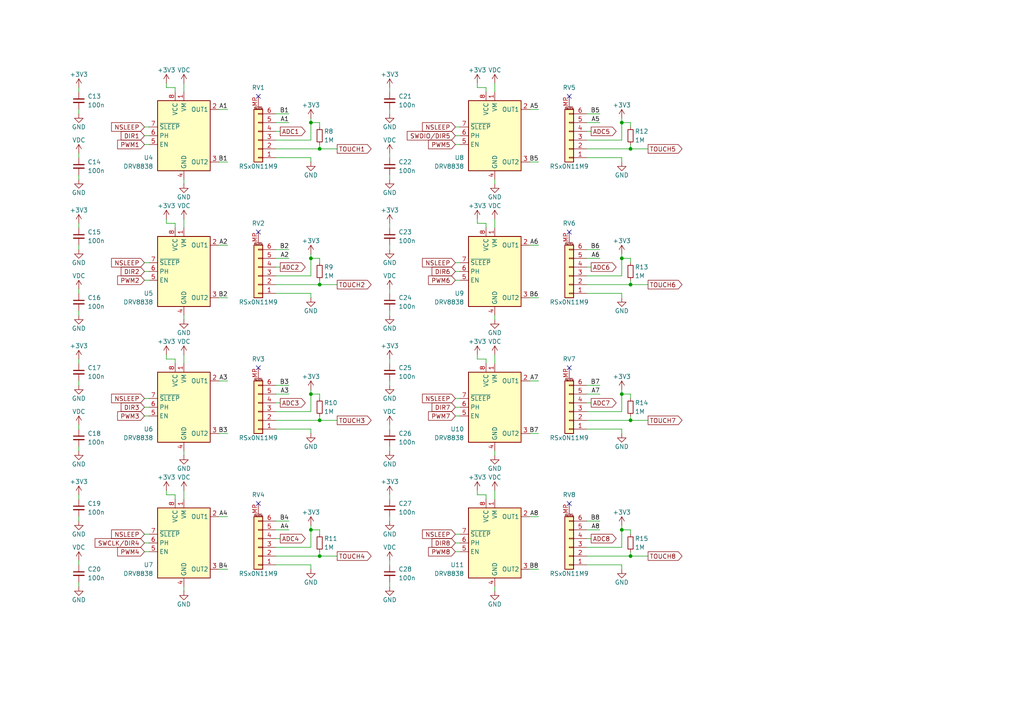
<source format=kicad_sch>
(kicad_sch
	(version 20231120)
	(generator "eeschema")
	(generator_version "8.0")
	(uuid "e36b14fa-84b8-4fbd-98cf-bb0ec2ab9dd8")
	(paper "A4")
	
	(junction
		(at 90.17 114.3)
		(diameter 0)
		(color 0 0 0 0)
		(uuid "0017cfd5-5ef7-4a45-8547-8cbaecc8d54e")
	)
	(junction
		(at 180.34 153.67)
		(diameter 0)
		(color 0 0 0 0)
		(uuid "0862a37c-41ed-4557-9f26-0fb31b9bc6f6")
	)
	(junction
		(at 90.17 35.56)
		(diameter 0)
		(color 0 0 0 0)
		(uuid "0ed2c0fb-f5e8-4227-967a-2263d4097fcb")
	)
	(junction
		(at 92.71 121.92)
		(diameter 0)
		(color 0 0 0 0)
		(uuid "2815fb5e-a7ba-4ab1-b7f2-147c78f9eeed")
	)
	(junction
		(at 180.34 35.56)
		(diameter 0)
		(color 0 0 0 0)
		(uuid "2cd0d41a-26a0-45a0-8292-d8396ac8ca99")
	)
	(junction
		(at 92.71 161.29)
		(diameter 0)
		(color 0 0 0 0)
		(uuid "499a99dc-33f9-4a24-8a49-ad9e4354338e")
	)
	(junction
		(at 180.34 114.3)
		(diameter 0)
		(color 0 0 0 0)
		(uuid "623c2e1c-7955-4f7f-bb48-e6027a399334")
	)
	(junction
		(at 90.17 74.93)
		(diameter 0)
		(color 0 0 0 0)
		(uuid "63970335-3af9-4ac5-88af-8b1fec717305")
	)
	(junction
		(at 182.88 43.18)
		(diameter 0)
		(color 0 0 0 0)
		(uuid "8786db33-87ae-492b-96a5-f1d22623fb65")
	)
	(junction
		(at 92.71 43.18)
		(diameter 0)
		(color 0 0 0 0)
		(uuid "9387302d-08b8-45fa-8dbf-7003f592c927")
	)
	(junction
		(at 182.88 82.55)
		(diameter 0)
		(color 0 0 0 0)
		(uuid "9b6aa133-35af-4e2e-bc4c-45b04f7ff7f9")
	)
	(junction
		(at 180.34 74.93)
		(diameter 0)
		(color 0 0 0 0)
		(uuid "9c44492d-393c-4403-b6bd-e068d5da4be4")
	)
	(junction
		(at 182.88 161.29)
		(diameter 0)
		(color 0 0 0 0)
		(uuid "b4e26f4a-e578-42df-8e98-5d82cd5237e0")
	)
	(junction
		(at 182.88 121.92)
		(diameter 0)
		(color 0 0 0 0)
		(uuid "cb477c6a-76a2-44d9-b9b3-bb8f8680b712")
	)
	(junction
		(at 90.17 153.67)
		(diameter 0)
		(color 0 0 0 0)
		(uuid "e61170d7-5e59-48f3-9c34-063d11f97b03")
	)
	(junction
		(at 92.71 82.55)
		(diameter 0)
		(color 0 0 0 0)
		(uuid "ece3234f-9d6e-432f-90d9-5a2febcfb872")
	)
	(no_connect
		(at 165.1 146.05)
		(uuid "3fc60a1a-2b61-4a59-bed3-aab843af0ac2")
	)
	(no_connect
		(at 74.93 106.68)
		(uuid "400cdcde-764c-40f8-b028-b1a529fcd2ff")
	)
	(no_connect
		(at 74.93 67.31)
		(uuid "474ff726-711f-4c8f-a185-0af77c605d40")
	)
	(no_connect
		(at 165.1 27.94)
		(uuid "53c35d50-b067-4342-9e90-10a7ba60085a")
	)
	(no_connect
		(at 74.93 27.94)
		(uuid "93daa83b-af62-4c39-b0ed-258c3d459f41")
	)
	(no_connect
		(at 165.1 106.68)
		(uuid "a2bedf3f-2a05-499a-9c8a-78735824fcb2")
	)
	(no_connect
		(at 74.93 146.05)
		(uuid "bb2eec38-f417-4ac5-918e-f5d39cc7e356")
	)
	(no_connect
		(at 165.1 67.31)
		(uuid "ef5fe2b0-221e-4173-b0c3-f4febf120fab")
	)
	(wire
		(pts
			(xy 138.43 64.77) (xy 138.43 63.5)
		)
		(stroke
			(width 0)
			(type default)
		)
		(uuid "00422eca-2fbf-4462-a0b4-eb0962673c46")
	)
	(wire
		(pts
			(xy 22.86 31.75) (xy 22.86 33.02)
		)
		(stroke
			(width 0)
			(type default)
		)
		(uuid "00618706-120b-46e3-bb08-ec7f0dddc09d")
	)
	(wire
		(pts
			(xy 90.17 74.93) (xy 92.71 74.93)
		)
		(stroke
			(width 0)
			(type default)
		)
		(uuid "0165222c-1a0f-4347-b170-5166f2c0f252")
	)
	(wire
		(pts
			(xy 113.03 123.19) (xy 113.03 124.46)
		)
		(stroke
			(width 0)
			(type default)
		)
		(uuid "01bc4a31-b15c-4971-b52b-0fd8a3324397")
	)
	(wire
		(pts
			(xy 80.01 121.92) (xy 92.71 121.92)
		)
		(stroke
			(width 0)
			(type default)
		)
		(uuid "05397073-a625-46e8-becc-adb7a94c2cbb")
	)
	(wire
		(pts
			(xy 63.5 71.12) (xy 66.04 71.12)
		)
		(stroke
			(width 0)
			(type default)
		)
		(uuid "075035b8-9d8e-4417-95f9-5bbb03e280f9")
	)
	(wire
		(pts
			(xy 180.34 153.67) (xy 182.88 153.67)
		)
		(stroke
			(width 0)
			(type default)
		)
		(uuid "079b66b1-0828-4831-9a46-7d0cd566b1b4")
	)
	(wire
		(pts
			(xy 170.18 151.13) (xy 173.99 151.13)
		)
		(stroke
			(width 0)
			(type default)
		)
		(uuid "07f7e0fd-ec06-4cbd-b1b1-1fda3480484d")
	)
	(wire
		(pts
			(xy 80.01 40.64) (xy 90.17 40.64)
		)
		(stroke
			(width 0)
			(type default)
		)
		(uuid "082e7b2c-3c0d-4113-b5d1-5a8d5c41de8d")
	)
	(wire
		(pts
			(xy 180.34 113.03) (xy 180.34 114.3)
		)
		(stroke
			(width 0)
			(type default)
		)
		(uuid "08c5dbc4-3417-4892-91aa-290b24f02490")
	)
	(wire
		(pts
			(xy 90.17 40.64) (xy 90.17 35.56)
		)
		(stroke
			(width 0)
			(type default)
		)
		(uuid "08f8daf1-3a77-4e5d-96f1-a1c3f1c3f100")
	)
	(wire
		(pts
			(xy 182.88 153.67) (xy 182.88 154.94)
		)
		(stroke
			(width 0)
			(type default)
		)
		(uuid "096d9251-199e-4889-bdbe-b17eab70e4e0")
	)
	(wire
		(pts
			(xy 53.34 142.24) (xy 53.34 144.78)
		)
		(stroke
			(width 0)
			(type default)
		)
		(uuid "09c0de5f-2f1d-4ff3-96a1-b5e070b4a982")
	)
	(wire
		(pts
			(xy 153.67 46.99) (xy 156.21 46.99)
		)
		(stroke
			(width 0)
			(type default)
		)
		(uuid "0a69d7a4-925d-4bf0-b823-6db66a7a1738")
	)
	(wire
		(pts
			(xy 143.51 91.44) (xy 143.51 92.71)
		)
		(stroke
			(width 0)
			(type default)
		)
		(uuid "0bb34b16-b4dc-4c0d-bd29-5ce62eb1daca")
	)
	(wire
		(pts
			(xy 153.67 125.73) (xy 156.21 125.73)
		)
		(stroke
			(width 0)
			(type default)
		)
		(uuid "0cb13ce4-4730-4b67-b0e9-2afe8c83fac7")
	)
	(wire
		(pts
			(xy 180.34 85.09) (xy 180.34 86.36)
		)
		(stroke
			(width 0)
			(type default)
		)
		(uuid "0e745bc0-b707-4f5a-9e8c-623e457727b2")
	)
	(wire
		(pts
			(xy 92.71 74.93) (xy 92.71 76.2)
		)
		(stroke
			(width 0)
			(type default)
		)
		(uuid "0e9b4f30-a4dd-4e71-b103-37a46964a39b")
	)
	(wire
		(pts
			(xy 22.86 123.19) (xy 22.86 124.46)
		)
		(stroke
			(width 0)
			(type default)
		)
		(uuid "0eeae869-6ade-4de1-9e4b-0df43aff6d20")
	)
	(wire
		(pts
			(xy 180.34 163.83) (xy 180.34 165.1)
		)
		(stroke
			(width 0)
			(type default)
		)
		(uuid "0f1a87f4-5f43-4d0f-b3ee-b6ab1c4641ff")
	)
	(wire
		(pts
			(xy 90.17 34.29) (xy 90.17 35.56)
		)
		(stroke
			(width 0)
			(type default)
		)
		(uuid "0fc75be0-b8b8-4b49-a1d4-9736b132dd03")
	)
	(wire
		(pts
			(xy 41.91 39.37) (xy 43.18 39.37)
		)
		(stroke
			(width 0)
			(type default)
		)
		(uuid "10a79ab2-adb5-4817-bf4c-e1ec3886ef37")
	)
	(wire
		(pts
			(xy 132.08 78.74) (xy 133.35 78.74)
		)
		(stroke
			(width 0)
			(type default)
		)
		(uuid "129faf5c-18cd-4132-9fd6-c7723976e0b7")
	)
	(wire
		(pts
			(xy 50.8 143.51) (xy 48.26 143.51)
		)
		(stroke
			(width 0)
			(type default)
		)
		(uuid "14514196-0dab-4422-a9fc-c6ea7615b359")
	)
	(wire
		(pts
			(xy 63.5 86.36) (xy 66.04 86.36)
		)
		(stroke
			(width 0)
			(type default)
		)
		(uuid "15da7035-7e32-4c2f-b4d6-0528a7c4e1f5")
	)
	(wire
		(pts
			(xy 48.26 104.14) (xy 48.26 102.87)
		)
		(stroke
			(width 0)
			(type default)
		)
		(uuid "1612f036-be09-4ae0-b35d-a4ac40b1d4df")
	)
	(wire
		(pts
			(xy 143.51 102.87) (xy 143.51 105.41)
		)
		(stroke
			(width 0)
			(type default)
		)
		(uuid "17f4f289-0ca5-4075-bd9e-333dbab4a1c6")
	)
	(wire
		(pts
			(xy 41.91 81.28) (xy 43.18 81.28)
		)
		(stroke
			(width 0)
			(type default)
		)
		(uuid "18c45818-2a1a-477b-afa4-ff215f8044ad")
	)
	(wire
		(pts
			(xy 80.01 156.21) (xy 81.28 156.21)
		)
		(stroke
			(width 0)
			(type default)
		)
		(uuid "1a26190e-30b4-43d5-b4ab-e2421161a517")
	)
	(wire
		(pts
			(xy 182.88 114.3) (xy 182.88 115.57)
		)
		(stroke
			(width 0)
			(type default)
		)
		(uuid "1a323a5e-7bd7-49eb-8dd9-3fa658827aca")
	)
	(wire
		(pts
			(xy 182.88 120.65) (xy 182.88 121.92)
		)
		(stroke
			(width 0)
			(type default)
		)
		(uuid "1b76a782-874d-462e-b80b-f86dd3eaa5c3")
	)
	(wire
		(pts
			(xy 132.08 120.65) (xy 133.35 120.65)
		)
		(stroke
			(width 0)
			(type default)
		)
		(uuid "1bd03935-13f0-4eab-97a2-80fa98e61d62")
	)
	(wire
		(pts
			(xy 180.34 124.46) (xy 180.34 125.73)
		)
		(stroke
			(width 0)
			(type default)
		)
		(uuid "1d72ac4a-20ff-469f-8fa8-597b1f798a39")
	)
	(wire
		(pts
			(xy 132.08 36.83) (xy 133.35 36.83)
		)
		(stroke
			(width 0)
			(type default)
		)
		(uuid "1e1f6504-4f90-440f-bbdd-cefbd77e0d0e")
	)
	(wire
		(pts
			(xy 22.86 83.82) (xy 22.86 85.09)
		)
		(stroke
			(width 0)
			(type default)
		)
		(uuid "1e4ae242-6353-4ed5-bfc3-6964c5db419d")
	)
	(wire
		(pts
			(xy 170.18 43.18) (xy 182.88 43.18)
		)
		(stroke
			(width 0)
			(type default)
		)
		(uuid "1f810fb0-fee0-44be-88d0-649589403228")
	)
	(wire
		(pts
			(xy 182.88 41.91) (xy 182.88 43.18)
		)
		(stroke
			(width 0)
			(type default)
		)
		(uuid "2284d070-2669-4239-b15a-1e844be1d70f")
	)
	(wire
		(pts
			(xy 132.08 160.02) (xy 133.35 160.02)
		)
		(stroke
			(width 0)
			(type default)
		)
		(uuid "23750b17-44db-462c-b5ea-69d862a6513e")
	)
	(wire
		(pts
			(xy 170.18 163.83) (xy 180.34 163.83)
		)
		(stroke
			(width 0)
			(type default)
		)
		(uuid "26a85a51-6b41-450b-a4e5-3efb701f7e10")
	)
	(wire
		(pts
			(xy 140.97 26.67) (xy 140.97 25.4)
		)
		(stroke
			(width 0)
			(type default)
		)
		(uuid "27a2bd75-2366-46df-ba7f-2ae81cb27749")
	)
	(wire
		(pts
			(xy 170.18 82.55) (xy 182.88 82.55)
		)
		(stroke
			(width 0)
			(type default)
		)
		(uuid "2cc4f8f1-2495-4129-bbde-67d37e0fafe4")
	)
	(wire
		(pts
			(xy 80.01 74.93) (xy 83.82 74.93)
		)
		(stroke
			(width 0)
			(type default)
		)
		(uuid "2d51c28b-5eb5-4adb-a763-8428548c0f11")
	)
	(wire
		(pts
			(xy 180.34 114.3) (xy 182.88 114.3)
		)
		(stroke
			(width 0)
			(type default)
		)
		(uuid "2e0f35d2-8ba7-41da-bcd7-4723ee57a8ed")
	)
	(wire
		(pts
			(xy 90.17 80.01) (xy 90.17 74.93)
		)
		(stroke
			(width 0)
			(type default)
		)
		(uuid "2f87ca08-9816-407e-8828-2568865e309d")
	)
	(wire
		(pts
			(xy 180.34 45.72) (xy 180.34 46.99)
		)
		(stroke
			(width 0)
			(type default)
		)
		(uuid "2fa636db-f89c-494c-b81f-67f1f1d8a47c")
	)
	(wire
		(pts
			(xy 170.18 74.93) (xy 173.99 74.93)
		)
		(stroke
			(width 0)
			(type default)
		)
		(uuid "32e9ed4b-f15b-42ba-9e4b-b879e65c1101")
	)
	(wire
		(pts
			(xy 132.08 76.2) (xy 133.35 76.2)
		)
		(stroke
			(width 0)
			(type default)
		)
		(uuid "32f093cc-0fce-4ce9-a1ee-df8451bdbfcb")
	)
	(wire
		(pts
			(xy 153.67 149.86) (xy 156.21 149.86)
		)
		(stroke
			(width 0)
			(type default)
		)
		(uuid "337c3ce8-7a34-4fb0-93fd-7b183b7f6828")
	)
	(wire
		(pts
			(xy 92.71 160.02) (xy 92.71 161.29)
		)
		(stroke
			(width 0)
			(type default)
		)
		(uuid "36d729d5-186b-4b27-a4f1-f3218909807e")
	)
	(wire
		(pts
			(xy 63.5 165.1) (xy 66.04 165.1)
		)
		(stroke
			(width 0)
			(type default)
		)
		(uuid "371b859a-e282-4fbd-a1bb-a13459f8a982")
	)
	(wire
		(pts
			(xy 170.18 72.39) (xy 173.99 72.39)
		)
		(stroke
			(width 0)
			(type default)
		)
		(uuid "3932e6a5-af7a-4c2b-97f3-ea02bdd0b825")
	)
	(wire
		(pts
			(xy 92.71 43.18) (xy 97.79 43.18)
		)
		(stroke
			(width 0)
			(type default)
		)
		(uuid "39b3a94d-d78b-4b28-b9f9-0b0b49ea44cd")
	)
	(wire
		(pts
			(xy 170.18 114.3) (xy 173.99 114.3)
		)
		(stroke
			(width 0)
			(type default)
		)
		(uuid "3afa1c1b-f589-4f97-a560-282c5d39ea3d")
	)
	(wire
		(pts
			(xy 132.08 41.91) (xy 133.35 41.91)
		)
		(stroke
			(width 0)
			(type default)
		)
		(uuid "3cbae1ac-b95f-470e-94ca-d91d25ecb56e")
	)
	(wire
		(pts
			(xy 143.51 63.5) (xy 143.51 66.04)
		)
		(stroke
			(width 0)
			(type default)
		)
		(uuid "3d0b434e-7f23-431c-a537-fbb658cdd01b")
	)
	(wire
		(pts
			(xy 170.18 40.64) (xy 180.34 40.64)
		)
		(stroke
			(width 0)
			(type default)
		)
		(uuid "3d19d131-71a9-4568-98b0-8ab2d70cddc6")
	)
	(wire
		(pts
			(xy 180.34 158.75) (xy 180.34 153.67)
		)
		(stroke
			(width 0)
			(type default)
		)
		(uuid "3e3d2ac9-c5a9-4c35-8149-eab80ebfa309")
	)
	(wire
		(pts
			(xy 53.34 52.07) (xy 53.34 53.34)
		)
		(stroke
			(width 0)
			(type default)
		)
		(uuid "3fcc83a9-c291-46db-a8a6-9f806606704c")
	)
	(wire
		(pts
			(xy 90.17 114.3) (xy 92.71 114.3)
		)
		(stroke
			(width 0)
			(type default)
		)
		(uuid "41731c0e-026d-4137-8847-43740e87b87b")
	)
	(wire
		(pts
			(xy 138.43 104.14) (xy 138.43 102.87)
		)
		(stroke
			(width 0)
			(type default)
		)
		(uuid "41c0da1f-e1a5-4e59-b652-d5b71254c216")
	)
	(wire
		(pts
			(xy 80.01 43.18) (xy 92.71 43.18)
		)
		(stroke
			(width 0)
			(type default)
		)
		(uuid "4232c34f-c317-45d6-8eab-4d6aa62e63a9")
	)
	(wire
		(pts
			(xy 41.91 154.94) (xy 43.18 154.94)
		)
		(stroke
			(width 0)
			(type default)
		)
		(uuid "4344dc7f-3a04-4abb-bb5f-6545ae1299a5")
	)
	(wire
		(pts
			(xy 170.18 161.29) (xy 182.88 161.29)
		)
		(stroke
			(width 0)
			(type default)
		)
		(uuid "436b3847-a5b8-416e-bfad-18d58110152a")
	)
	(wire
		(pts
			(xy 170.18 116.84) (xy 171.45 116.84)
		)
		(stroke
			(width 0)
			(type default)
		)
		(uuid "449d42b0-8857-4a70-b0c3-be391fe79c36")
	)
	(wire
		(pts
			(xy 132.08 39.37) (xy 133.35 39.37)
		)
		(stroke
			(width 0)
			(type default)
		)
		(uuid "44bd83f1-79e5-4e80-b99d-159a86e14e79")
	)
	(wire
		(pts
			(xy 113.03 64.77) (xy 113.03 66.04)
		)
		(stroke
			(width 0)
			(type default)
		)
		(uuid "450ca836-1c24-44cc-b7b3-d97d26c61d00")
	)
	(wire
		(pts
			(xy 63.5 149.86) (xy 66.04 149.86)
		)
		(stroke
			(width 0)
			(type default)
		)
		(uuid "466cd3fa-201d-47e8-9625-07b8c7d31e9e")
	)
	(wire
		(pts
			(xy 180.34 80.01) (xy 180.34 74.93)
		)
		(stroke
			(width 0)
			(type default)
		)
		(uuid "467e98a0-eaad-414f-a603-bf5755e2924e")
	)
	(wire
		(pts
			(xy 90.17 35.56) (xy 92.71 35.56)
		)
		(stroke
			(width 0)
			(type default)
		)
		(uuid "46e24e08-e5af-4740-a776-dc1545448d56")
	)
	(wire
		(pts
			(xy 153.67 31.75) (xy 156.21 31.75)
		)
		(stroke
			(width 0)
			(type default)
		)
		(uuid "4988605d-f645-4657-a1ab-c68a9cc78aa3")
	)
	(wire
		(pts
			(xy 48.26 25.4) (xy 48.26 24.13)
		)
		(stroke
			(width 0)
			(type default)
		)
		(uuid "4c19e016-789c-424c-9408-8e9769f28128")
	)
	(wire
		(pts
			(xy 80.01 33.02) (xy 83.82 33.02)
		)
		(stroke
			(width 0)
			(type default)
		)
		(uuid "4ca264d0-348a-4306-81c9-66121a9491fc")
	)
	(wire
		(pts
			(xy 90.17 153.67) (xy 92.71 153.67)
		)
		(stroke
			(width 0)
			(type default)
		)
		(uuid "4f048194-cc19-4a68-adf1-e16bc3c1e53d")
	)
	(wire
		(pts
			(xy 153.67 71.12) (xy 156.21 71.12)
		)
		(stroke
			(width 0)
			(type default)
		)
		(uuid "4f3098f3-9786-48c1-a4dd-2e56b355cfaf")
	)
	(wire
		(pts
			(xy 48.26 143.51) (xy 48.26 142.24)
		)
		(stroke
			(width 0)
			(type default)
		)
		(uuid "4f8abbed-4400-448a-863f-f64dfb273808")
	)
	(wire
		(pts
			(xy 90.17 45.72) (xy 90.17 46.99)
		)
		(stroke
			(width 0)
			(type default)
		)
		(uuid "4f9720ca-1a39-49d8-bd0c-3c192ecd483e")
	)
	(wire
		(pts
			(xy 153.67 110.49) (xy 156.21 110.49)
		)
		(stroke
			(width 0)
			(type default)
		)
		(uuid "503f646f-04dc-4b52-9f4b-bdd1ba7eb2ec")
	)
	(wire
		(pts
			(xy 80.01 82.55) (xy 92.71 82.55)
		)
		(stroke
			(width 0)
			(type default)
		)
		(uuid "51332e49-cd8b-493d-b28c-838fb1fe258e")
	)
	(wire
		(pts
			(xy 182.88 160.02) (xy 182.88 161.29)
		)
		(stroke
			(width 0)
			(type default)
		)
		(uuid "536ed49a-c941-4418-a8b9-860486ff5d11")
	)
	(wire
		(pts
			(xy 113.03 104.14) (xy 113.03 105.41)
		)
		(stroke
			(width 0)
			(type default)
		)
		(uuid "53f4733e-b0f5-4fab-97cf-e18f2d363ced")
	)
	(wire
		(pts
			(xy 170.18 38.1) (xy 171.45 38.1)
		)
		(stroke
			(width 0)
			(type default)
		)
		(uuid "54e95ada-da15-41e7-87a7-a2a7cd7b10d4")
	)
	(wire
		(pts
			(xy 41.91 78.74) (xy 43.18 78.74)
		)
		(stroke
			(width 0)
			(type default)
		)
		(uuid "579b504a-76db-433c-92fe-de14a1d0a48f")
	)
	(wire
		(pts
			(xy 80.01 158.75) (xy 90.17 158.75)
		)
		(stroke
			(width 0)
			(type default)
		)
		(uuid "58a88c68-146a-487a-984c-0246806503d1")
	)
	(wire
		(pts
			(xy 41.91 157.48) (xy 43.18 157.48)
		)
		(stroke
			(width 0)
			(type default)
		)
		(uuid "58ec8573-abb0-4f1f-bdba-186084537964")
	)
	(wire
		(pts
			(xy 180.34 152.4) (xy 180.34 153.67)
		)
		(stroke
			(width 0)
			(type default)
		)
		(uuid "5b62df70-9818-491b-8278-aeb3883125d6")
	)
	(wire
		(pts
			(xy 80.01 77.47) (xy 81.28 77.47)
		)
		(stroke
			(width 0)
			(type default)
		)
		(uuid "5dafc1a2-6967-4f07-942a-ea1d63622104")
	)
	(wire
		(pts
			(xy 170.18 77.47) (xy 171.45 77.47)
		)
		(stroke
			(width 0)
			(type default)
		)
		(uuid "5f32a9b9-cc01-4b22-a7e1-1b6c4c3a02fa")
	)
	(wire
		(pts
			(xy 113.03 50.8) (xy 113.03 52.07)
		)
		(stroke
			(width 0)
			(type default)
		)
		(uuid "5f58d1bc-b11e-4d43-abce-7709196a6a33")
	)
	(wire
		(pts
			(xy 92.71 82.55) (xy 97.79 82.55)
		)
		(stroke
			(width 0)
			(type default)
		)
		(uuid "5fa42f9e-5658-4baa-9a1c-4e136dd02fc9")
	)
	(wire
		(pts
			(xy 90.17 124.46) (xy 90.17 125.73)
		)
		(stroke
			(width 0)
			(type default)
		)
		(uuid "637afaa7-f989-4a20-848a-2b520a812d04")
	)
	(wire
		(pts
			(xy 90.17 163.83) (xy 90.17 165.1)
		)
		(stroke
			(width 0)
			(type default)
		)
		(uuid "63ce6a3a-71f2-46e2-b158-802f46b3a09d")
	)
	(wire
		(pts
			(xy 153.67 165.1) (xy 156.21 165.1)
		)
		(stroke
			(width 0)
			(type default)
		)
		(uuid "6436399f-aaa7-4072-afa7-996201634fb4")
	)
	(wire
		(pts
			(xy 80.01 35.56) (xy 83.82 35.56)
		)
		(stroke
			(width 0)
			(type default)
		)
		(uuid "6473da0c-58dd-49df-b937-a4fc5e8f7c06")
	)
	(wire
		(pts
			(xy 180.34 35.56) (xy 182.88 35.56)
		)
		(stroke
			(width 0)
			(type default)
		)
		(uuid "663851b4-db29-4d1f-890b-6d365aeaae07")
	)
	(wire
		(pts
			(xy 92.71 121.92) (xy 97.79 121.92)
		)
		(stroke
			(width 0)
			(type default)
		)
		(uuid "666ca4d7-715f-43a5-9192-773408495cca")
	)
	(wire
		(pts
			(xy 132.08 118.11) (xy 133.35 118.11)
		)
		(stroke
			(width 0)
			(type default)
		)
		(uuid "667e3649-685c-4111-9b19-7601a299f42d")
	)
	(wire
		(pts
			(xy 140.97 64.77) (xy 138.43 64.77)
		)
		(stroke
			(width 0)
			(type default)
		)
		(uuid "679bab94-985b-4dbd-99c4-cb3c80b3bb44")
	)
	(wire
		(pts
			(xy 132.08 81.28) (xy 133.35 81.28)
		)
		(stroke
			(width 0)
			(type default)
		)
		(uuid "68412547-4293-46a2-8afa-9a41df6d19f9")
	)
	(wire
		(pts
			(xy 41.91 41.91) (xy 43.18 41.91)
		)
		(stroke
			(width 0)
			(type default)
		)
		(uuid "69cf2eac-cd9f-4b4e-bbd3-36cd8c732fa9")
	)
	(wire
		(pts
			(xy 113.03 83.82) (xy 113.03 85.09)
		)
		(stroke
			(width 0)
			(type default)
		)
		(uuid "6de9ea56-7490-41e1-a1a6-5b8e8846184f")
	)
	(wire
		(pts
			(xy 63.5 125.73) (xy 66.04 125.73)
		)
		(stroke
			(width 0)
			(type default)
		)
		(uuid "6e11a69e-c8e6-42ab-9a24-359ab72791bf")
	)
	(wire
		(pts
			(xy 170.18 153.67) (xy 173.99 153.67)
		)
		(stroke
			(width 0)
			(type default)
		)
		(uuid "6e4a2041-88f4-4984-a5d6-cddec1a0611c")
	)
	(wire
		(pts
			(xy 22.86 168.91) (xy 22.86 170.18)
		)
		(stroke
			(width 0)
			(type default)
		)
		(uuid "6e90a46d-100f-4339-a69b-507eb6b7336e")
	)
	(wire
		(pts
			(xy 80.01 45.72) (xy 90.17 45.72)
		)
		(stroke
			(width 0)
			(type default)
		)
		(uuid "6fe0fc0a-b3e0-42f9-a7b5-0c21f5fe6e78")
	)
	(wire
		(pts
			(xy 140.97 144.78) (xy 140.97 143.51)
		)
		(stroke
			(width 0)
			(type default)
		)
		(uuid "70b64a3f-1a14-4e04-afb7-da6c3be1abf8")
	)
	(wire
		(pts
			(xy 90.17 85.09) (xy 90.17 86.36)
		)
		(stroke
			(width 0)
			(type default)
		)
		(uuid "71cbd0a1-5aca-4816-9d09-33017bf4d369")
	)
	(wire
		(pts
			(xy 53.34 24.13) (xy 53.34 26.67)
		)
		(stroke
			(width 0)
			(type default)
		)
		(uuid "71db6014-4b0f-4c6d-b390-f12ae83e5c0a")
	)
	(wire
		(pts
			(xy 80.01 111.76) (xy 83.82 111.76)
		)
		(stroke
			(width 0)
			(type default)
		)
		(uuid "72b98279-aea7-4bfc-b35e-586ed99dc12d")
	)
	(wire
		(pts
			(xy 180.34 34.29) (xy 180.34 35.56)
		)
		(stroke
			(width 0)
			(type default)
		)
		(uuid "73055be0-0392-4d9b-a093-077dcb1db52d")
	)
	(wire
		(pts
			(xy 153.67 86.36) (xy 156.21 86.36)
		)
		(stroke
			(width 0)
			(type default)
		)
		(uuid "73925dc1-f165-4acb-adf7-7a876fdf15ac")
	)
	(wire
		(pts
			(xy 22.86 64.77) (xy 22.86 66.04)
		)
		(stroke
			(width 0)
			(type default)
		)
		(uuid "7558f0ff-885c-470c-bfae-6406968a4e2c")
	)
	(wire
		(pts
			(xy 113.03 162.56) (xy 113.03 163.83)
		)
		(stroke
			(width 0)
			(type default)
		)
		(uuid "75e483b8-2ffa-4049-a300-da96b89e22af")
	)
	(wire
		(pts
			(xy 180.34 74.93) (xy 182.88 74.93)
		)
		(stroke
			(width 0)
			(type default)
		)
		(uuid "76299220-fc3d-4406-9d31-e089fa1719eb")
	)
	(wire
		(pts
			(xy 170.18 124.46) (xy 180.34 124.46)
		)
		(stroke
			(width 0)
			(type default)
		)
		(uuid "76d62e0c-ebd1-4603-910d-649317d004e0")
	)
	(wire
		(pts
			(xy 143.51 142.24) (xy 143.51 144.78)
		)
		(stroke
			(width 0)
			(type default)
		)
		(uuid "7759cb65-e6a3-40ec-87e4-6c43fa72529e")
	)
	(wire
		(pts
			(xy 182.88 81.28) (xy 182.88 82.55)
		)
		(stroke
			(width 0)
			(type default)
		)
		(uuid "778868c2-2074-41e5-bd34-c176af117c79")
	)
	(wire
		(pts
			(xy 182.88 82.55) (xy 187.96 82.55)
		)
		(stroke
			(width 0)
			(type default)
		)
		(uuid "78c931fb-403f-4f52-a794-0efd15815eed")
	)
	(wire
		(pts
			(xy 53.34 170.18) (xy 53.34 171.45)
		)
		(stroke
			(width 0)
			(type default)
		)
		(uuid "7965bfc4-b307-4e20-8b7c-5963d0de07e8")
	)
	(wire
		(pts
			(xy 132.08 115.57) (xy 133.35 115.57)
		)
		(stroke
			(width 0)
			(type default)
		)
		(uuid "7b3ce0d9-5806-4f86-8312-fa7b9e4c1186")
	)
	(wire
		(pts
			(xy 48.26 64.77) (xy 48.26 63.5)
		)
		(stroke
			(width 0)
			(type default)
		)
		(uuid "7d1d2341-39b4-4538-ab59-a972c08b759d")
	)
	(wire
		(pts
			(xy 170.18 121.92) (xy 182.88 121.92)
		)
		(stroke
			(width 0)
			(type default)
		)
		(uuid "81a4a588-2a16-488a-acf1-0d1f6c153421")
	)
	(wire
		(pts
			(xy 53.34 130.81) (xy 53.34 132.08)
		)
		(stroke
			(width 0)
			(type default)
		)
		(uuid "81af8ebb-94e1-467a-8de4-53bddcd439d6")
	)
	(wire
		(pts
			(xy 143.51 24.13) (xy 143.51 26.67)
		)
		(stroke
			(width 0)
			(type default)
		)
		(uuid "81fc3261-91ce-4760-8049-10a895b651cd")
	)
	(wire
		(pts
			(xy 92.71 81.28) (xy 92.71 82.55)
		)
		(stroke
			(width 0)
			(type default)
		)
		(uuid "83d8a7f4-4815-49c2-a54e-2a0d9e9d9d40")
	)
	(wire
		(pts
			(xy 170.18 119.38) (xy 180.34 119.38)
		)
		(stroke
			(width 0)
			(type default)
		)
		(uuid "83e45950-67a4-4152-963a-2e71fd2f0600")
	)
	(wire
		(pts
			(xy 80.01 163.83) (xy 90.17 163.83)
		)
		(stroke
			(width 0)
			(type default)
		)
		(uuid "84953d0b-cce6-4d11-bb99-f28bab687817")
	)
	(wire
		(pts
			(xy 80.01 80.01) (xy 90.17 80.01)
		)
		(stroke
			(width 0)
			(type default)
		)
		(uuid "8885a286-ba61-498a-9851-dae1b3a91370")
	)
	(wire
		(pts
			(xy 140.97 105.41) (xy 140.97 104.14)
		)
		(stroke
			(width 0)
			(type default)
		)
		(uuid "8b23f1b1-39a3-42a6-91ee-9787d717baae")
	)
	(wire
		(pts
			(xy 140.97 143.51) (xy 138.43 143.51)
		)
		(stroke
			(width 0)
			(type default)
		)
		(uuid "8ba4565c-8bf2-422b-a798-5e3742ac113e")
	)
	(wire
		(pts
			(xy 143.51 130.81) (xy 143.51 132.08)
		)
		(stroke
			(width 0)
			(type default)
		)
		(uuid "8ba5261e-95cf-49fb-8607-887a51c20241")
	)
	(wire
		(pts
			(xy 143.51 170.18) (xy 143.51 171.45)
		)
		(stroke
			(width 0)
			(type default)
		)
		(uuid "8c842eec-1494-48d1-8c3f-78c924d13b9f")
	)
	(wire
		(pts
			(xy 170.18 111.76) (xy 173.99 111.76)
		)
		(stroke
			(width 0)
			(type default)
		)
		(uuid "8cb254d2-6c8d-4b4d-b92d-89ec5b555239")
	)
	(wire
		(pts
			(xy 182.88 74.93) (xy 182.88 76.2)
		)
		(stroke
			(width 0)
			(type default)
		)
		(uuid "8d6b3a30-e136-41b9-939f-8b71a17813ed")
	)
	(wire
		(pts
			(xy 50.8 64.77) (xy 48.26 64.77)
		)
		(stroke
			(width 0)
			(type default)
		)
		(uuid "8e84a06a-d7c4-468a-bb8e-af15f9e4a902")
	)
	(wire
		(pts
			(xy 22.86 110.49) (xy 22.86 111.76)
		)
		(stroke
			(width 0)
			(type default)
		)
		(uuid "9058268d-919b-47b4-8201-cf657f087cd9")
	)
	(wire
		(pts
			(xy 138.43 25.4) (xy 138.43 24.13)
		)
		(stroke
			(width 0)
			(type default)
		)
		(uuid "915ee37e-e56f-45b0-9f40-737376d2edad")
	)
	(wire
		(pts
			(xy 180.34 73.66) (xy 180.34 74.93)
		)
		(stroke
			(width 0)
			(type default)
		)
		(uuid "96bfa592-3cf9-46fd-9bcb-d3e4360c16c8")
	)
	(wire
		(pts
			(xy 113.03 44.45) (xy 113.03 45.72)
		)
		(stroke
			(width 0)
			(type default)
		)
		(uuid "9782976e-a0fc-45f2-b563-124cf1eb765f")
	)
	(wire
		(pts
			(xy 132.08 157.48) (xy 133.35 157.48)
		)
		(stroke
			(width 0)
			(type default)
		)
		(uuid "9830e61a-3f4a-41ac-ba1a-19dea9ab4bc8")
	)
	(wire
		(pts
			(xy 50.8 25.4) (xy 48.26 25.4)
		)
		(stroke
			(width 0)
			(type default)
		)
		(uuid "986c09d0-8ee4-46b2-84a7-09d8fd722814")
	)
	(wire
		(pts
			(xy 90.17 113.03) (xy 90.17 114.3)
		)
		(stroke
			(width 0)
			(type default)
		)
		(uuid "9871ebbf-0740-4bd2-9763-5acf0db37cb1")
	)
	(wire
		(pts
			(xy 113.03 143.51) (xy 113.03 144.78)
		)
		(stroke
			(width 0)
			(type default)
		)
		(uuid "98c9adcc-fb19-47ee-a04e-57f2c2127ccc")
	)
	(wire
		(pts
			(xy 53.34 63.5) (xy 53.34 66.04)
		)
		(stroke
			(width 0)
			(type default)
		)
		(uuid "9d7d6628-7f6a-428f-8757-c48853c18c2b")
	)
	(wire
		(pts
			(xy 50.8 104.14) (xy 48.26 104.14)
		)
		(stroke
			(width 0)
			(type default)
		)
		(uuid "9e141522-eb08-4561-b39c-5fb6a66bca91")
	)
	(wire
		(pts
			(xy 80.01 119.38) (xy 90.17 119.38)
		)
		(stroke
			(width 0)
			(type default)
		)
		(uuid "9e34e319-5990-438a-b2a6-d9cc44b57aca")
	)
	(wire
		(pts
			(xy 80.01 124.46) (xy 90.17 124.46)
		)
		(stroke
			(width 0)
			(type default)
		)
		(uuid "a015f85b-2842-4ad4-abdd-69d258e50aa7")
	)
	(wire
		(pts
			(xy 92.71 35.56) (xy 92.71 36.83)
		)
		(stroke
			(width 0)
			(type default)
		)
		(uuid "a0c3558d-fe5e-4a1c-ae66-f6fe1b86e77d")
	)
	(wire
		(pts
			(xy 170.18 158.75) (xy 180.34 158.75)
		)
		(stroke
			(width 0)
			(type default)
		)
		(uuid "a670290f-808b-43b7-8074-e94713cfca1e")
	)
	(wire
		(pts
			(xy 170.18 80.01) (xy 180.34 80.01)
		)
		(stroke
			(width 0)
			(type default)
		)
		(uuid "a7490528-c690-4761-bd98-e098a55665d5")
	)
	(wire
		(pts
			(xy 113.03 168.91) (xy 113.03 170.18)
		)
		(stroke
			(width 0)
			(type default)
		)
		(uuid "a854873a-9670-40b3-908d-441044a9ed23")
	)
	(wire
		(pts
			(xy 22.86 90.17) (xy 22.86 91.44)
		)
		(stroke
			(width 0)
			(type default)
		)
		(uuid "a913847e-4373-4512-bd02-3780d1a9c520")
	)
	(wire
		(pts
			(xy 22.86 162.56) (xy 22.86 163.83)
		)
		(stroke
			(width 0)
			(type default)
		)
		(uuid "ab7243e3-3410-4c81-acc6-703dce0807ac")
	)
	(wire
		(pts
			(xy 180.34 119.38) (xy 180.34 114.3)
		)
		(stroke
			(width 0)
			(type default)
		)
		(uuid "ad35c657-e864-4664-ba29-267822b7de1e")
	)
	(wire
		(pts
			(xy 63.5 110.49) (xy 66.04 110.49)
		)
		(stroke
			(width 0)
			(type default)
		)
		(uuid "b0262610-b734-4ccc-ac6d-bf8049fb88ee")
	)
	(wire
		(pts
			(xy 22.86 104.14) (xy 22.86 105.41)
		)
		(stroke
			(width 0)
			(type default)
		)
		(uuid "b1ca75ad-a502-40e6-84a1-0ee7ad595318")
	)
	(wire
		(pts
			(xy 41.91 36.83) (xy 43.18 36.83)
		)
		(stroke
			(width 0)
			(type default)
		)
		(uuid "b3155a2f-22b5-4c47-b0ab-269667306dfb")
	)
	(wire
		(pts
			(xy 41.91 118.11) (xy 43.18 118.11)
		)
		(stroke
			(width 0)
			(type default)
		)
		(uuid "b53e2659-1292-4b9a-bc2a-eec265b4a0a0")
	)
	(wire
		(pts
			(xy 50.8 66.04) (xy 50.8 64.77)
		)
		(stroke
			(width 0)
			(type default)
		)
		(uuid "b56a06ca-f97c-40ce-a796-92d82100fa98")
	)
	(wire
		(pts
			(xy 22.86 44.45) (xy 22.86 45.72)
		)
		(stroke
			(width 0)
			(type default)
		)
		(uuid "b7cc8b6b-9344-4504-8b7e-9de0c19452c9")
	)
	(wire
		(pts
			(xy 80.01 151.13) (xy 83.82 151.13)
		)
		(stroke
			(width 0)
			(type default)
		)
		(uuid "bea5977b-d287-44ce-b27b-d639e9641d10")
	)
	(wire
		(pts
			(xy 53.34 91.44) (xy 53.34 92.71)
		)
		(stroke
			(width 0)
			(type default)
		)
		(uuid "bf15269a-b9df-4ac4-b4bd-b9549366d207")
	)
	(wire
		(pts
			(xy 138.43 143.51) (xy 138.43 142.24)
		)
		(stroke
			(width 0)
			(type default)
		)
		(uuid "c04fe4a6-8a2d-4e16-ab8d-24f6158c0941")
	)
	(wire
		(pts
			(xy 63.5 46.99) (xy 66.04 46.99)
		)
		(stroke
			(width 0)
			(type default)
		)
		(uuid "c0fc1208-7012-4fb9-9d71-fc351b89e7b7")
	)
	(wire
		(pts
			(xy 182.88 121.92) (xy 187.96 121.92)
		)
		(stroke
			(width 0)
			(type default)
		)
		(uuid "c12e2d1b-755b-40eb-9d2a-4644ee9deade")
	)
	(wire
		(pts
			(xy 50.8 144.78) (xy 50.8 143.51)
		)
		(stroke
			(width 0)
			(type default)
		)
		(uuid "c1f87b66-25ad-4712-bd1c-5f36c0fd49cc")
	)
	(wire
		(pts
			(xy 22.86 143.51) (xy 22.86 144.78)
		)
		(stroke
			(width 0)
			(type default)
		)
		(uuid "c241bbbc-84f6-4531-a10d-aab64cc109ef")
	)
	(wire
		(pts
			(xy 182.88 161.29) (xy 187.96 161.29)
		)
		(stroke
			(width 0)
			(type default)
		)
		(uuid "c2e8c323-80b2-40df-acbe-9d0e6e5317f9")
	)
	(wire
		(pts
			(xy 41.91 115.57) (xy 43.18 115.57)
		)
		(stroke
			(width 0)
			(type default)
		)
		(uuid "c335c038-a361-4183-ac2c-2b1892c0e5f1")
	)
	(wire
		(pts
			(xy 80.01 85.09) (xy 90.17 85.09)
		)
		(stroke
			(width 0)
			(type default)
		)
		(uuid "c60e498f-c92b-4157-b2df-44769ae1ef47")
	)
	(wire
		(pts
			(xy 92.71 120.65) (xy 92.71 121.92)
		)
		(stroke
			(width 0)
			(type default)
		)
		(uuid "c6720d16-60db-4e46-92c5-d8feef4f8b07")
	)
	(wire
		(pts
			(xy 22.86 25.4) (xy 22.86 26.67)
		)
		(stroke
			(width 0)
			(type default)
		)
		(uuid "c6fb2610-dd75-4224-bb1f-20fd3cadff38")
	)
	(wire
		(pts
			(xy 113.03 149.86) (xy 113.03 151.13)
		)
		(stroke
			(width 0)
			(type default)
		)
		(uuid "c711fd25-eae9-4aa2-96db-00b7b328c629")
	)
	(wire
		(pts
			(xy 80.01 116.84) (xy 81.28 116.84)
		)
		(stroke
			(width 0)
			(type default)
		)
		(uuid "c84076cd-5f74-4589-bcc2-194c38301602")
	)
	(wire
		(pts
			(xy 41.91 160.02) (xy 43.18 160.02)
		)
		(stroke
			(width 0)
			(type default)
		)
		(uuid "c88d154f-33e8-4d27-a0c9-069cc38d7b51")
	)
	(wire
		(pts
			(xy 90.17 119.38) (xy 90.17 114.3)
		)
		(stroke
			(width 0)
			(type default)
		)
		(uuid "c8ab4bb3-b4fb-487b-a34e-f40fe0149652")
	)
	(wire
		(pts
			(xy 22.86 71.12) (xy 22.86 72.39)
		)
		(stroke
			(width 0)
			(type default)
		)
		(uuid "cc3137c5-be50-4d13-8875-546b9affd359")
	)
	(wire
		(pts
			(xy 113.03 90.17) (xy 113.03 91.44)
		)
		(stroke
			(width 0)
			(type default)
		)
		(uuid "cd716450-b874-4605-95c8-98746d39aa60")
	)
	(wire
		(pts
			(xy 22.86 50.8) (xy 22.86 52.07)
		)
		(stroke
			(width 0)
			(type default)
		)
		(uuid "cedb4b96-ada9-449b-b76f-53ea268bee3c")
	)
	(wire
		(pts
			(xy 180.34 40.64) (xy 180.34 35.56)
		)
		(stroke
			(width 0)
			(type default)
		)
		(uuid "d074df19-a458-49e2-96b1-ca67653f93a1")
	)
	(wire
		(pts
			(xy 90.17 152.4) (xy 90.17 153.67)
		)
		(stroke
			(width 0)
			(type default)
		)
		(uuid "d1bcae40-624f-47b9-9091-ae2ff491e267")
	)
	(wire
		(pts
			(xy 170.18 85.09) (xy 180.34 85.09)
		)
		(stroke
			(width 0)
			(type default)
		)
		(uuid "d1f015e2-5373-4c16-9695-f6139007e12e")
	)
	(wire
		(pts
			(xy 92.71 153.67) (xy 92.71 154.94)
		)
		(stroke
			(width 0)
			(type default)
		)
		(uuid "d2bd84e8-3f94-48be-90a2-007f9290f0a6")
	)
	(wire
		(pts
			(xy 80.01 114.3) (xy 83.82 114.3)
		)
		(stroke
			(width 0)
			(type default)
		)
		(uuid "d372e8d4-ac5c-4816-b038-88e65dc5f071")
	)
	(wire
		(pts
			(xy 92.71 114.3) (xy 92.71 115.57)
		)
		(stroke
			(width 0)
			(type default)
		)
		(uuid "d474d3b8-6995-4a69-9357-984b3fc2a6ec")
	)
	(wire
		(pts
			(xy 140.97 66.04) (xy 140.97 64.77)
		)
		(stroke
			(width 0)
			(type default)
		)
		(uuid "d47d449a-6d77-4b1a-8d0d-5151d0ddfdea")
	)
	(wire
		(pts
			(xy 113.03 25.4) (xy 113.03 26.67)
		)
		(stroke
			(width 0)
			(type default)
		)
		(uuid "d48aa4df-6851-4630-a108-ae2a6c3d8284")
	)
	(wire
		(pts
			(xy 143.51 52.07) (xy 143.51 53.34)
		)
		(stroke
			(width 0)
			(type default)
		)
		(uuid "d4a139a3-8c38-41bb-b9a3-122a8980bed2")
	)
	(wire
		(pts
			(xy 132.08 154.94) (xy 133.35 154.94)
		)
		(stroke
			(width 0)
			(type default)
		)
		(uuid "d6dfcae0-712c-43df-a5bc-2c4745dfe43a")
	)
	(wire
		(pts
			(xy 90.17 73.66) (xy 90.17 74.93)
		)
		(stroke
			(width 0)
			(type default)
		)
		(uuid "d8163b85-a374-4a6f-8d36-43a3f18a4ed9")
	)
	(wire
		(pts
			(xy 170.18 35.56) (xy 173.99 35.56)
		)
		(stroke
			(width 0)
			(type default)
		)
		(uuid "d8a38d9d-61c6-4100-a520-3d190d3c551b")
	)
	(wire
		(pts
			(xy 170.18 156.21) (xy 171.45 156.21)
		)
		(stroke
			(width 0)
			(type default)
		)
		(uuid "d9b0a595-bbe9-4147-a219-cb3139e1dd14")
	)
	(wire
		(pts
			(xy 113.03 31.75) (xy 113.03 33.02)
		)
		(stroke
			(width 0)
			(type default)
		)
		(uuid "dae56ed7-1d3f-417b-b12f-c357f8cc31f6")
	)
	(wire
		(pts
			(xy 53.34 102.87) (xy 53.34 105.41)
		)
		(stroke
			(width 0)
			(type default)
		)
		(uuid "db404be0-24dc-4219-88a3-925435ad2f46")
	)
	(wire
		(pts
			(xy 170.18 33.02) (xy 173.99 33.02)
		)
		(stroke
			(width 0)
			(type default)
		)
		(uuid "df4cd64b-978d-4606-aafe-b0d4085d3829")
	)
	(wire
		(pts
			(xy 22.86 149.86) (xy 22.86 151.13)
		)
		(stroke
			(width 0)
			(type default)
		)
		(uuid "df8fb012-9150-4eeb-bba6-4c77c32eaea3")
	)
	(wire
		(pts
			(xy 113.03 129.54) (xy 113.03 130.81)
		)
		(stroke
			(width 0)
			(type default)
		)
		(uuid "e0505951-20f0-4880-a0dc-79e3b26f7283")
	)
	(wire
		(pts
			(xy 182.88 35.56) (xy 182.88 36.83)
		)
		(stroke
			(width 0)
			(type default)
		)
		(uuid "e10f3c10-cb5e-4ada-bdac-64ff506bb572")
	)
	(wire
		(pts
			(xy 170.18 45.72) (xy 180.34 45.72)
		)
		(stroke
			(width 0)
			(type default)
		)
		(uuid "e4c04d9a-4f48-4a10-a85c-8279e137d6f3")
	)
	(wire
		(pts
			(xy 92.71 41.91) (xy 92.71 43.18)
		)
		(stroke
			(width 0)
			(type default)
		)
		(uuid "e51f3240-aafa-40c5-9f25-c09f926ba03b")
	)
	(wire
		(pts
			(xy 50.8 26.67) (xy 50.8 25.4)
		)
		(stroke
			(width 0)
			(type default)
		)
		(uuid "e5b9b4aa-9380-45a4-b38b-5b893da363ba")
	)
	(wire
		(pts
			(xy 80.01 72.39) (xy 83.82 72.39)
		)
		(stroke
			(width 0)
			(type default)
		)
		(uuid "e810060b-cdad-40ac-8bfd-2c43679cd0fd")
	)
	(wire
		(pts
			(xy 41.91 76.2) (xy 43.18 76.2)
		)
		(stroke
			(width 0)
			(type default)
		)
		(uuid "e82a1d96-2a0c-409c-94e7-84800ee3e633")
	)
	(wire
		(pts
			(xy 80.01 38.1) (xy 81.28 38.1)
		)
		(stroke
			(width 0)
			(type default)
		)
		(uuid "e8fdefae-ec7d-44b9-891e-dfc09b664833")
	)
	(wire
		(pts
			(xy 80.01 161.29) (xy 92.71 161.29)
		)
		(stroke
			(width 0)
			(type default)
		)
		(uuid "ea7283ba-e2ba-4b85-927c-5234c591b11f")
	)
	(wire
		(pts
			(xy 92.71 161.29) (xy 97.79 161.29)
		)
		(stroke
			(width 0)
			(type default)
		)
		(uuid "eadc7343-6610-4eb3-9bf0-04d45535f5ee")
	)
	(wire
		(pts
			(xy 90.17 158.75) (xy 90.17 153.67)
		)
		(stroke
			(width 0)
			(type default)
		)
		(uuid "ecd92452-1157-4828-96de-eea57fc53375")
	)
	(wire
		(pts
			(xy 63.5 31.75) (xy 66.04 31.75)
		)
		(stroke
			(width 0)
			(type default)
		)
		(uuid "ef036dec-0e45-4862-82e5-f76a91cc8b68")
	)
	(wire
		(pts
			(xy 113.03 71.12) (xy 113.03 72.39)
		)
		(stroke
			(width 0)
			(type default)
		)
		(uuid "f0bc0e74-da4e-4378-9883-972f1bda3ffb")
	)
	(wire
		(pts
			(xy 113.03 110.49) (xy 113.03 111.76)
		)
		(stroke
			(width 0)
			(type default)
		)
		(uuid "f45d1553-2b93-411a-8adb-ac9750220265")
	)
	(wire
		(pts
			(xy 140.97 25.4) (xy 138.43 25.4)
		)
		(stroke
			(width 0)
			(type default)
		)
		(uuid "f67357eb-f9fd-4dd0-909d-32edffb6d548")
	)
	(wire
		(pts
			(xy 80.01 153.67) (xy 83.82 153.67)
		)
		(stroke
			(width 0)
			(type default)
		)
		(uuid "f865fb58-504e-4fda-9de9-69befa5887ae")
	)
	(wire
		(pts
			(xy 182.88 43.18) (xy 187.96 43.18)
		)
		(stroke
			(width 0)
			(type default)
		)
		(uuid "fbbe0d6b-5540-43d5-910f-5c7339813e67")
	)
	(wire
		(pts
			(xy 41.91 120.65) (xy 43.18 120.65)
		)
		(stroke
			(width 0)
			(type default)
		)
		(uuid "fd755819-bcc8-421b-8841-cbe5629f88bf")
	)
	(wire
		(pts
			(xy 50.8 105.41) (xy 50.8 104.14)
		)
		(stroke
			(width 0)
			(type default)
		)
		(uuid "fd916a51-b599-4993-98e4-d33b01828dbe")
	)
	(wire
		(pts
			(xy 140.97 104.14) (xy 138.43 104.14)
		)
		(stroke
			(width 0)
			(type default)
		)
		(uuid "fe3e6cc1-4584-4fbb-9fd6-d0bef107b538")
	)
	(wire
		(pts
			(xy 22.86 129.54) (xy 22.86 130.81)
		)
		(stroke
			(width 0)
			(type default)
		)
		(uuid "fff990c5-37f2-42b4-b5a6-ec294d339da6")
	)
	(label "A8"
		(at 173.99 153.67 180)
		(fields_autoplaced yes)
		(effects
			(font
				(size 1.27 1.27)
			)
			(justify right bottom)
		)
		(uuid "062934f3-5d36-4dda-8a08-95191981d68e")
	)
	(label "B3"
		(at 66.04 125.73 180)
		(fields_autoplaced yes)
		(effects
			(font
				(size 1.27 1.27)
			)
			(justify right bottom)
		)
		(uuid "16fe7289-7ef4-45f4-bff9-ee7898d7c7e6")
	)
	(label "B8"
		(at 173.99 151.13 180)
		(fields_autoplaced yes)
		(effects
			(font
				(size 1.27 1.27)
			)
			(justify right bottom)
		)
		(uuid "18097106-b9d0-4a9e-822b-b8cf4ba4550f")
	)
	(label "A3"
		(at 66.04 110.49 180)
		(fields_autoplaced yes)
		(effects
			(font
				(size 1.27 1.27)
			)
			(justify right bottom)
		)
		(uuid "19bcd10f-e610-410b-8d53-80393d45dab1")
	)
	(label "A2"
		(at 66.04 71.12 180)
		(fields_autoplaced yes)
		(effects
			(font
				(size 1.27 1.27)
			)
			(justify right bottom)
		)
		(uuid "1cf57f5f-0d6b-45c3-bceb-80e01507cc81")
	)
	(label "B7"
		(at 156.21 125.73 180)
		(fields_autoplaced yes)
		(effects
			(font
				(size 1.27 1.27)
			)
			(justify right bottom)
		)
		(uuid "1d31efb9-807d-42c7-9340-4ef189e52c97")
	)
	(label "A6"
		(at 173.99 74.93 180)
		(fields_autoplaced yes)
		(effects
			(font
				(size 1.27 1.27)
			)
			(justify right bottom)
		)
		(uuid "22f2bc0e-a94c-4640-a652-12500faa3459")
	)
	(label "A5"
		(at 173.99 35.56 180)
		(fields_autoplaced yes)
		(effects
			(font
				(size 1.27 1.27)
			)
			(justify right bottom)
		)
		(uuid "2aab01a3-5ea8-4220-b5b9-dcb1837991d2")
	)
	(label "A1"
		(at 83.82 35.56 180)
		(fields_autoplaced yes)
		(effects
			(font
				(size 1.27 1.27)
			)
			(justify right bottom)
		)
		(uuid "2cb76d3f-dcf5-4223-99a3-8a2827517cd5")
	)
	(label "B2"
		(at 66.04 86.36 180)
		(fields_autoplaced yes)
		(effects
			(font
				(size 1.27 1.27)
			)
			(justify right bottom)
		)
		(uuid "385c6b04-4f91-4479-950c-8892fb6a62af")
	)
	(label "B5"
		(at 156.21 46.99 180)
		(fields_autoplaced yes)
		(effects
			(font
				(size 1.27 1.27)
			)
			(justify right bottom)
		)
		(uuid "38c338df-edb7-45f6-9e51-ee4ecc507959")
	)
	(label "A2"
		(at 83.82 74.93 180)
		(fields_autoplaced yes)
		(effects
			(font
				(size 1.27 1.27)
			)
			(justify right bottom)
		)
		(uuid "511b0b35-7f2a-452f-95aa-419b52695673")
	)
	(label "B7"
		(at 173.99 111.76 180)
		(fields_autoplaced yes)
		(effects
			(font
				(size 1.27 1.27)
			)
			(justify right bottom)
		)
		(uuid "57b135dc-0636-4fdd-9422-3007f04a3390")
	)
	(label "A7"
		(at 156.21 110.49 180)
		(fields_autoplaced yes)
		(effects
			(font
				(size 1.27 1.27)
			)
			(justify right bottom)
		)
		(uuid "5ef6851a-2e0c-4d41-b7bd-3a829c86d097")
	)
	(label "B8"
		(at 156.21 165.1 180)
		(fields_autoplaced yes)
		(effects
			(font
				(size 1.27 1.27)
			)
			(justify right bottom)
		)
		(uuid "6c5d83f9-e599-432c-b5f4-995b39d04b50")
	)
	(label "B6"
		(at 173.99 72.39 180)
		(fields_autoplaced yes)
		(effects
			(font
				(size 1.27 1.27)
			)
			(justify right bottom)
		)
		(uuid "6d16626f-8ad1-4163-91dc-4f1e4cdfe150")
	)
	(label "B1"
		(at 66.04 46.99 180)
		(fields_autoplaced yes)
		(effects
			(font
				(size 1.27 1.27)
			)
			(justify right bottom)
		)
		(uuid "71333288-69f0-4ca1-a5a7-016e48cf7be9")
	)
	(label "A1"
		(at 66.04 31.75 180)
		(fields_autoplaced yes)
		(effects
			(font
				(size 1.27 1.27)
			)
			(justify right bottom)
		)
		(uuid "76c1bc9c-1b14-4a36-9682-dd1878b5b3ec")
	)
	(label "B4"
		(at 83.82 151.13 180)
		(fields_autoplaced yes)
		(effects
			(font
				(size 1.27 1.27)
			)
			(justify right bottom)
		)
		(uuid "795e058f-77e4-4426-a439-d15a78d85031")
	)
	(label "B2"
		(at 83.82 72.39 180)
		(fields_autoplaced yes)
		(effects
			(font
				(size 1.27 1.27)
			)
			(justify right bottom)
		)
		(uuid "7a3443a4-0410-4174-94b7-8fbdd29afcb9")
	)
	(label "B3"
		(at 83.82 111.76 180)
		(fields_autoplaced yes)
		(effects
			(font
				(size 1.27 1.27)
			)
			(justify right bottom)
		)
		(uuid "7d359b1d-9a6d-4ca6-a5ce-e2b178d8a13b")
	)
	(label "A7"
		(at 173.99 114.3 180)
		(fields_autoplaced yes)
		(effects
			(font
				(size 1.27 1.27)
			)
			(justify right bottom)
		)
		(uuid "908fc0ad-cb9a-4c5a-bc34-2b523496f1e3")
	)
	(label "A3"
		(at 83.82 114.3 180)
		(fields_autoplaced yes)
		(effects
			(font
				(size 1.27 1.27)
			)
			(justify right bottom)
		)
		(uuid "b06e4267-2f9c-460a-8c83-a6e648debd99")
	)
	(label "B1"
		(at 83.82 33.02 180)
		(fields_autoplaced yes)
		(effects
			(font
				(size 1.27 1.27)
			)
			(justify right bottom)
		)
		(uuid "c020daac-1c2f-47c0-b590-de7570de5446")
	)
	(label "B5"
		(at 173.99 33.02 180)
		(fields_autoplaced yes)
		(effects
			(font
				(size 1.27 1.27)
			)
			(justify right bottom)
		)
		(uuid "c32ae2bb-61e8-4da8-bfb2-238cf59f412c")
	)
	(label "B6"
		(at 156.21 86.36 180)
		(fields_autoplaced yes)
		(effects
			(font
				(size 1.27 1.27)
			)
			(justify right bottom)
		)
		(uuid "c4b1fba6-e6f1-438a-a63e-eda89bd2e8ce")
	)
	(label "A5"
		(at 156.21 31.75 180)
		(fields_autoplaced yes)
		(effects
			(font
				(size 1.27 1.27)
			)
			(justify right bottom)
		)
		(uuid "ca831592-2669-4257-8e71-bd9a72d3bae6")
	)
	(label "A6"
		(at 156.21 71.12 180)
		(fields_autoplaced yes)
		(effects
			(font
				(size 1.27 1.27)
			)
			(justify right bottom)
		)
		(uuid "cc80f8ff-5a2c-4848-9c77-0c118d66ac27")
	)
	(label "A4"
		(at 83.82 153.67 180)
		(fields_autoplaced yes)
		(effects
			(font
				(size 1.27 1.27)
			)
			(justify right bottom)
		)
		(uuid "daae108c-1c09-4893-87a7-3681535e71fe")
	)
	(label "B4"
		(at 66.04 165.1 180)
		(fields_autoplaced yes)
		(effects
			(font
				(size 1.27 1.27)
			)
			(justify right bottom)
		)
		(uuid "e355fd67-75f8-48ee-bcf8-8c7369f1e034")
	)
	(label "A8"
		(at 156.21 149.86 180)
		(fields_autoplaced yes)
		(effects
			(font
				(size 1.27 1.27)
			)
			(justify right bottom)
		)
		(uuid "f543903c-6d73-467d-affb-8ead16e72c2b")
	)
	(label "A4"
		(at 66.04 149.86 180)
		(fields_autoplaced yes)
		(effects
			(font
				(size 1.27 1.27)
			)
			(justify right bottom)
		)
		(uuid "fad19ada-0591-4fbe-8c8e-769d67008bf9")
	)
	(global_label "NSLEEP"
		(shape input)
		(at 41.91 154.94 180)
		(fields_autoplaced yes)
		(effects
			(font
				(size 1.27 1.27)
			)
			(justify right)
		)
		(uuid "02bf2fbe-dc20-49ae-9562-e48dd00ab01e")
		(property "Intersheetrefs" "${INTERSHEET_REFS}"
			(at 31.7887 154.94 0)
			(effects
				(font
					(size 1.27 1.27)
				)
				(justify right)
				(hide yes)
			)
		)
	)
	(global_label "ADC8"
		(shape output)
		(at 171.45 156.21 0)
		(fields_autoplaced yes)
		(effects
			(font
				(size 1.27 1.27)
			)
			(justify left)
		)
		(uuid "06ac46a8-698c-4fc3-a298-95c297ce42d5")
		(property "Intersheetrefs" "${INTERSHEET_REFS}"
			(at 179.2733 156.21 0)
			(effects
				(font
					(size 1.27 1.27)
				)
				(justify left)
				(hide yes)
			)
		)
	)
	(global_label "SWDIO{slash}DIR5"
		(shape input)
		(at 132.08 39.37 180)
		(fields_autoplaced yes)
		(effects
			(font
				(size 1.27 1.27)
			)
			(justify right)
		)
		(uuid "08878b58-cef7-46dd-9897-e9e648b6601c")
		(property "Intersheetrefs" "${INTERSHEET_REFS}"
			(at 117.5438 39.37 0)
			(effects
				(font
					(size 1.27 1.27)
				)
				(justify right)
				(hide yes)
			)
		)
	)
	(global_label "ADC3"
		(shape output)
		(at 81.28 116.84 0)
		(fields_autoplaced yes)
		(effects
			(font
				(size 1.27 1.27)
			)
			(justify left)
		)
		(uuid "0ea8fe64-8712-423a-a843-123103953b36")
		(property "Intersheetrefs" "${INTERSHEET_REFS}"
			(at 89.1033 116.84 0)
			(effects
				(font
					(size 1.27 1.27)
				)
				(justify left)
				(hide yes)
			)
		)
	)
	(global_label "TOUCH8"
		(shape output)
		(at 187.96 161.29 0)
		(fields_autoplaced yes)
		(effects
			(font
				(size 1.27 1.27)
			)
			(justify left)
		)
		(uuid "20d02dfc-2b0d-4ba7-817d-04148de70509")
		(property "Intersheetrefs" "${INTERSHEET_REFS}"
			(at 198.3838 161.29 0)
			(effects
				(font
					(size 1.27 1.27)
				)
				(justify left)
				(hide yes)
			)
		)
	)
	(global_label "ADC4"
		(shape output)
		(at 81.28 156.21 0)
		(fields_autoplaced yes)
		(effects
			(font
				(size 1.27 1.27)
			)
			(justify left)
		)
		(uuid "23212909-2997-449c-9dce-f44f6e560890")
		(property "Intersheetrefs" "${INTERSHEET_REFS}"
			(at 89.1033 156.21 0)
			(effects
				(font
					(size 1.27 1.27)
				)
				(justify left)
				(hide yes)
			)
		)
	)
	(global_label "ADC1"
		(shape output)
		(at 81.28 38.1 0)
		(fields_autoplaced yes)
		(effects
			(font
				(size 1.27 1.27)
			)
			(justify left)
		)
		(uuid "27eecd7f-2582-4364-af6b-a2bdc483beea")
		(property "Intersheetrefs" "${INTERSHEET_REFS}"
			(at 89.1033 38.1 0)
			(effects
				(font
					(size 1.27 1.27)
				)
				(justify left)
				(hide yes)
			)
		)
	)
	(global_label "NSLEEP"
		(shape input)
		(at 132.08 76.2 180)
		(fields_autoplaced yes)
		(effects
			(font
				(size 1.27 1.27)
			)
			(justify right)
		)
		(uuid "2a47a631-7a67-4f98-af92-ea283e343c43")
		(property "Intersheetrefs" "${INTERSHEET_REFS}"
			(at 121.9587 76.2 0)
			(effects
				(font
					(size 1.27 1.27)
				)
				(justify right)
				(hide yes)
			)
		)
	)
	(global_label "TOUCH4"
		(shape output)
		(at 97.79 161.29 0)
		(fields_autoplaced yes)
		(effects
			(font
				(size 1.27 1.27)
			)
			(justify left)
		)
		(uuid "34693b6b-21e7-432b-bd54-d085d105847b")
		(property "Intersheetrefs" "${INTERSHEET_REFS}"
			(at 108.2138 161.29 0)
			(effects
				(font
					(size 1.27 1.27)
				)
				(justify left)
				(hide yes)
			)
		)
	)
	(global_label "ADC2"
		(shape output)
		(at 81.28 77.47 0)
		(fields_autoplaced yes)
		(effects
			(font
				(size 1.27 1.27)
			)
			(justify left)
		)
		(uuid "37f2ffcc-60fd-4f4a-8a4d-e851cdfde367")
		(property "Intersheetrefs" "${INTERSHEET_REFS}"
			(at 89.1033 77.47 0)
			(effects
				(font
					(size 1.27 1.27)
				)
				(justify left)
				(hide yes)
			)
		)
	)
	(global_label "ADC5"
		(shape output)
		(at 171.45 38.1 0)
		(fields_autoplaced yes)
		(effects
			(font
				(size 1.27 1.27)
			)
			(justify left)
		)
		(uuid "3da5673c-8792-4f17-97eb-6e464593b193")
		(property "Intersheetrefs" "${INTERSHEET_REFS}"
			(at 179.2733 38.1 0)
			(effects
				(font
					(size 1.27 1.27)
				)
				(justify left)
				(hide yes)
			)
		)
	)
	(global_label "PWM3"
		(shape input)
		(at 41.91 120.65 180)
		(fields_autoplaced yes)
		(effects
			(font
				(size 1.27 1.27)
			)
			(justify right)
		)
		(uuid "4145ef41-23fe-4267-a43f-cdf1cf35e4cd")
		(property "Intersheetrefs" "${INTERSHEET_REFS}"
			(at 33.5425 120.65 0)
			(effects
				(font
					(size 1.27 1.27)
				)
				(justify right)
				(hide yes)
			)
		)
	)
	(global_label "TOUCH3"
		(shape output)
		(at 97.79 121.92 0)
		(fields_autoplaced yes)
		(effects
			(font
				(size 1.27 1.27)
			)
			(justify left)
		)
		(uuid "4597c265-1be1-416a-87f0-fabd795abc46")
		(property "Intersheetrefs" "${INTERSHEET_REFS}"
			(at 108.2138 121.92 0)
			(effects
				(font
					(size 1.27 1.27)
				)
				(justify left)
				(hide yes)
			)
		)
	)
	(global_label "ADC6"
		(shape output)
		(at 171.45 77.47 0)
		(fields_autoplaced yes)
		(effects
			(font
				(size 1.27 1.27)
			)
			(justify left)
		)
		(uuid "49816dd6-242c-4ec6-8e7f-076e8444b4bd")
		(property "Intersheetrefs" "${INTERSHEET_REFS}"
			(at 179.2733 77.47 0)
			(effects
				(font
					(size 1.27 1.27)
				)
				(justify left)
				(hide yes)
			)
		)
	)
	(global_label "PWM1"
		(shape input)
		(at 41.91 41.91 180)
		(fields_autoplaced yes)
		(effects
			(font
				(size 1.27 1.27)
			)
			(justify right)
		)
		(uuid "49e5c3ad-a39b-405c-859b-d7ef9d42b01e")
		(property "Intersheetrefs" "${INTERSHEET_REFS}"
			(at 33.5425 41.91 0)
			(effects
				(font
					(size 1.27 1.27)
				)
				(justify right)
				(hide yes)
			)
		)
	)
	(global_label "DIR2"
		(shape input)
		(at 41.91 78.74 180)
		(fields_autoplaced yes)
		(effects
			(font
				(size 1.27 1.27)
			)
			(justify right)
		)
		(uuid "4a2363aa-16a5-46e7-af24-98af126c0cca")
		(property "Intersheetrefs" "${INTERSHEET_REFS}"
			(at 34.5705 78.74 0)
			(effects
				(font
					(size 1.27 1.27)
				)
				(justify right)
				(hide yes)
			)
		)
	)
	(global_label "SWCLK{slash}DIR4"
		(shape input)
		(at 41.91 157.48 180)
		(fields_autoplaced yes)
		(effects
			(font
				(size 1.27 1.27)
			)
			(justify right)
		)
		(uuid "5919dbec-fe97-454b-9572-6498f12ce9f9")
		(property "Intersheetrefs" "${INTERSHEET_REFS}"
			(at 27.011 157.48 0)
			(effects
				(font
					(size 1.27 1.27)
				)
				(justify right)
				(hide yes)
			)
		)
	)
	(global_label "PWM2"
		(shape input)
		(at 41.91 81.28 180)
		(fields_autoplaced yes)
		(effects
			(font
				(size 1.27 1.27)
			)
			(justify right)
		)
		(uuid "5fddeb5d-c0d9-4ff4-99d1-f67394f2916a")
		(property "Intersheetrefs" "${INTERSHEET_REFS}"
			(at 33.5425 81.28 0)
			(effects
				(font
					(size 1.27 1.27)
				)
				(justify right)
				(hide yes)
			)
		)
	)
	(global_label "DIR7"
		(shape input)
		(at 132.08 118.11 180)
		(fields_autoplaced yes)
		(effects
			(font
				(size 1.27 1.27)
			)
			(justify right)
		)
		(uuid "72cd6045-7cd3-4fd0-9df9-7199925c8cb9")
		(property "Intersheetrefs" "${INTERSHEET_REFS}"
			(at 124.7405 118.11 0)
			(effects
				(font
					(size 1.27 1.27)
				)
				(justify right)
				(hide yes)
			)
		)
	)
	(global_label "DIR3"
		(shape input)
		(at 41.91 118.11 180)
		(fields_autoplaced yes)
		(effects
			(font
				(size 1.27 1.27)
			)
			(justify right)
		)
		(uuid "74243768-a8c3-4291-a837-110b02d9ab5f")
		(property "Intersheetrefs" "${INTERSHEET_REFS}"
			(at 34.5705 118.11 0)
			(effects
				(font
					(size 1.27 1.27)
				)
				(justify right)
				(hide yes)
			)
		)
	)
	(global_label "NSLEEP"
		(shape input)
		(at 41.91 36.83 180)
		(fields_autoplaced yes)
		(effects
			(font
				(size 1.27 1.27)
			)
			(justify right)
		)
		(uuid "75b09dfa-1f58-4cf1-974f-0436da1839f4")
		(property "Intersheetrefs" "${INTERSHEET_REFS}"
			(at 31.7887 36.83 0)
			(effects
				(font
					(size 1.27 1.27)
				)
				(justify right)
				(hide yes)
			)
		)
	)
	(global_label "TOUCH6"
		(shape output)
		(at 187.96 82.55 0)
		(fields_autoplaced yes)
		(effects
			(font
				(size 1.27 1.27)
			)
			(justify left)
		)
		(uuid "7808051d-6e85-4a51-8952-c82c388d77fb")
		(property "Intersheetrefs" "${INTERSHEET_REFS}"
			(at 198.3838 82.55 0)
			(effects
				(font
					(size 1.27 1.27)
				)
				(justify left)
				(hide yes)
			)
		)
	)
	(global_label "TOUCH2"
		(shape output)
		(at 97.79 82.55 0)
		(fields_autoplaced yes)
		(effects
			(font
				(size 1.27 1.27)
			)
			(justify left)
		)
		(uuid "938550a3-5c47-44e9-8376-e2ea0acb486d")
		(property "Intersheetrefs" "${INTERSHEET_REFS}"
			(at 108.2138 82.55 0)
			(effects
				(font
					(size 1.27 1.27)
				)
				(justify left)
				(hide yes)
			)
		)
	)
	(global_label "NSLEEP"
		(shape input)
		(at 132.08 154.94 180)
		(fields_autoplaced yes)
		(effects
			(font
				(size 1.27 1.27)
			)
			(justify right)
		)
		(uuid "9848af09-77f1-44de-ba84-506bd23eee14")
		(property "Intersheetrefs" "${INTERSHEET_REFS}"
			(at 121.9587 154.94 0)
			(effects
				(font
					(size 1.27 1.27)
				)
				(justify right)
				(hide yes)
			)
		)
	)
	(global_label "TOUCH7"
		(shape output)
		(at 187.96 121.92 0)
		(fields_autoplaced yes)
		(effects
			(font
				(size 1.27 1.27)
			)
			(justify left)
		)
		(uuid "9e4bb398-4387-439c-8acb-5372495071ff")
		(property "Intersheetrefs" "${INTERSHEET_REFS}"
			(at 198.3838 121.92 0)
			(effects
				(font
					(size 1.27 1.27)
				)
				(justify left)
				(hide yes)
			)
		)
	)
	(global_label "PWM8"
		(shape input)
		(at 132.08 160.02 180)
		(fields_autoplaced yes)
		(effects
			(font
				(size 1.27 1.27)
			)
			(justify right)
		)
		(uuid "9e509452-35b6-40c4-843a-d30f58a5bd24")
		(property "Intersheetrefs" "${INTERSHEET_REFS}"
			(at 123.7125 160.02 0)
			(effects
				(font
					(size 1.27 1.27)
				)
				(justify right)
				(hide yes)
			)
		)
	)
	(global_label "TOUCH5"
		(shape output)
		(at 187.96 43.18 0)
		(fields_autoplaced yes)
		(effects
			(font
				(size 1.27 1.27)
			)
			(justify left)
		)
		(uuid "9e55531a-b6da-46f8-bcf5-d63c5959789a")
		(property "Intersheetrefs" "${INTERSHEET_REFS}"
			(at 198.3838 43.18 0)
			(effects
				(font
					(size 1.27 1.27)
				)
				(justify left)
				(hide yes)
			)
		)
	)
	(global_label "NSLEEP"
		(shape input)
		(at 41.91 115.57 180)
		(fields_autoplaced yes)
		(effects
			(font
				(size 1.27 1.27)
			)
			(justify right)
		)
		(uuid "a5df66b9-ad26-4540-8f6d-346a69875b92")
		(property "Intersheetrefs" "${INTERSHEET_REFS}"
			(at 31.7887 115.57 0)
			(effects
				(font
					(size 1.27 1.27)
				)
				(justify right)
				(hide yes)
			)
		)
	)
	(global_label "PWM6"
		(shape input)
		(at 132.08 81.28 180)
		(fields_autoplaced yes)
		(effects
			(font
				(size 1.27 1.27)
			)
			(justify right)
		)
		(uuid "ab47e54c-6adc-4ecb-a373-9377c312904b")
		(property "Intersheetrefs" "${INTERSHEET_REFS}"
			(at 123.7125 81.28 0)
			(effects
				(font
					(size 1.27 1.27)
				)
				(justify right)
				(hide yes)
			)
		)
	)
	(global_label "DIR8"
		(shape input)
		(at 132.08 157.48 180)
		(fields_autoplaced yes)
		(effects
			(font
				(size 1.27 1.27)
			)
			(justify right)
		)
		(uuid "aee17035-c754-4be0-9ae7-9c9be0d4ef8b")
		(property "Intersheetrefs" "${INTERSHEET_REFS}"
			(at 124.7405 157.48 0)
			(effects
				(font
					(size 1.27 1.27)
				)
				(justify right)
				(hide yes)
			)
		)
	)
	(global_label "ADC7"
		(shape output)
		(at 171.45 116.84 0)
		(fields_autoplaced yes)
		(effects
			(font
				(size 1.27 1.27)
			)
			(justify left)
		)
		(uuid "b125f4b0-32f3-4b84-8f48-bc66a518c5dc")
		(property "Intersheetrefs" "${INTERSHEET_REFS}"
			(at 179.2733 116.84 0)
			(effects
				(font
					(size 1.27 1.27)
				)
				(justify left)
				(hide yes)
			)
		)
	)
	(global_label "TOUCH1"
		(shape output)
		(at 97.79 43.18 0)
		(fields_autoplaced yes)
		(effects
			(font
				(size 1.27 1.27)
			)
			(justify left)
		)
		(uuid "b521feba-f2bb-44a6-bd90-028d26d1448c")
		(property "Intersheetrefs" "${INTERSHEET_REFS}"
			(at 108.2138 43.18 0)
			(effects
				(font
					(size 1.27 1.27)
				)
				(justify left)
				(hide yes)
			)
		)
	)
	(global_label "NSLEEP"
		(shape input)
		(at 132.08 115.57 180)
		(fields_autoplaced yes)
		(effects
			(font
				(size 1.27 1.27)
			)
			(justify right)
		)
		(uuid "c764d58f-c43f-4a10-9237-69f1522dba2a")
		(property "Intersheetrefs" "${INTERSHEET_REFS}"
			(at 121.9587 115.57 0)
			(effects
				(font
					(size 1.27 1.27)
				)
				(justify right)
				(hide yes)
			)
		)
	)
	(global_label "PWM4"
		(shape input)
		(at 41.91 160.02 180)
		(fields_autoplaced yes)
		(effects
			(font
				(size 1.27 1.27)
			)
			(justify right)
		)
		(uuid "c857c9f1-180a-4cb0-9b9a-150dd0cfa335")
		(property "Intersheetrefs" "${INTERSHEET_REFS}"
			(at 33.5425 160.02 0)
			(effects
				(font
					(size 1.27 1.27)
				)
				(justify right)
				(hide yes)
			)
		)
	)
	(global_label "DIR1"
		(shape input)
		(at 41.91 39.37 180)
		(fields_autoplaced yes)
		(effects
			(font
				(size 1.27 1.27)
			)
			(justify right)
		)
		(uuid "d379c128-6bbe-4c14-a787-c703a235a9b4")
		(property "Intersheetrefs" "${INTERSHEET_REFS}"
			(at 34.5705 39.37 0)
			(effects
				(font
					(size 1.27 1.27)
				)
				(justify right)
				(hide yes)
			)
		)
	)
	(global_label "PWM7"
		(shape input)
		(at 132.08 120.65 180)
		(fields_autoplaced yes)
		(effects
			(font
				(size 1.27 1.27)
			)
			(justify right)
		)
		(uuid "d900c40c-4ebb-4eb8-a6c8-80628bc44390")
		(property "Intersheetrefs" "${INTERSHEET_REFS}"
			(at 123.7125 120.65 0)
			(effects
				(font
					(size 1.27 1.27)
				)
				(justify right)
				(hide yes)
			)
		)
	)
	(global_label "DIR6"
		(shape input)
		(at 132.08 78.74 180)
		(fields_autoplaced yes)
		(effects
			(font
				(size 1.27 1.27)
			)
			(justify right)
		)
		(uuid "e197b78d-dd45-4cf6-ad3d-6dac2981e864")
		(property "Intersheetrefs" "${INTERSHEET_REFS}"
			(at 124.7405 78.74 0)
			(effects
				(font
					(size 1.27 1.27)
				)
				(justify right)
				(hide yes)
			)
		)
	)
	(global_label "NSLEEP"
		(shape input)
		(at 132.08 36.83 180)
		(fields_autoplaced yes)
		(effects
			(font
				(size 1.27 1.27)
			)
			(justify right)
		)
		(uuid "e48d3fb1-8e9c-484c-921c-209ba36221b1")
		(property "Intersheetrefs" "${INTERSHEET_REFS}"
			(at 121.9587 36.83 0)
			(effects
				(font
					(size 1.27 1.27)
				)
				(justify right)
				(hide yes)
			)
		)
	)
	(global_label "NSLEEP"
		(shape input)
		(at 41.91 76.2 180)
		(fields_autoplaced yes)
		(effects
			(font
				(size 1.27 1.27)
			)
			(justify right)
		)
		(uuid "f21219bb-b844-42bd-921e-b352230214c2")
		(property "Intersheetrefs" "${INTERSHEET_REFS}"
			(at 31.7887 76.2 0)
			(effects
				(font
					(size 1.27 1.27)
				)
				(justify right)
				(hide yes)
			)
		)
	)
	(global_label "PWM5"
		(shape input)
		(at 132.08 41.91 180)
		(fields_autoplaced yes)
		(effects
			(font
				(size 1.27 1.27)
			)
			(justify right)
		)
		(uuid "fb40cbc5-c13e-46ad-b2dd-228b7968bd7f")
		(property "Intersheetrefs" "${INTERSHEET_REFS}"
			(at 123.7125 41.91 0)
			(effects
				(font
					(size 1.27 1.27)
				)
				(justify right)
				(hide yes)
			)
		)
	)
	(symbol
		(lib_id "power:+3V3")
		(at 138.43 24.13 0)
		(unit 1)
		(exclude_from_sim no)
		(in_bom yes)
		(on_board yes)
		(dnp no)
		(uuid "01703e2c-60f2-4da6-8800-a1efeb0111f8")
		(property "Reference" "#PWR073"
			(at 138.43 27.94 0)
			(effects
				(font
					(size 1.27 1.27)
				)
				(hide yes)
			)
		)
		(property "Value" "+3V3"
			(at 138.43 20.32 0)
			(effects
				(font
					(size 1.27 1.27)
				)
			)
		)
		(property "Footprint" ""
			(at 138.43 24.13 0)
			(effects
				(font
					(size 1.27 1.27)
				)
				(hide yes)
			)
		)
		(property "Datasheet" ""
			(at 138.43 24.13 0)
			(effects
				(font
					(size 1.27 1.27)
				)
				(hide yes)
			)
		)
		(property "Description" "Power symbol creates a global label with name \"+3V3\""
			(at 138.43 24.13 0)
			(effects
				(font
					(size 1.27 1.27)
				)
				(hide yes)
			)
		)
		(pin "1"
			(uuid "cd162855-a18c-4990-a31c-04868b757ee6")
		)
		(instances
			(project "faderboard"
				(path "/47ef7db7-299d-4f78-9abd-30c71fd4cb96/7e98d2d8-242d-4e31-bdce-eea112b90cb9"
					(reference "#PWR073")
					(unit 1)
				)
			)
		)
	)
	(symbol
		(lib_id "power:GND")
		(at 113.03 170.18 0)
		(unit 1)
		(exclude_from_sim no)
		(in_bom yes)
		(on_board yes)
		(dnp no)
		(uuid "0192e9ac-6aa8-48d8-b3a4-8cbc3d0b78f0")
		(property "Reference" "#PWR072"
			(at 113.03 176.53 0)
			(effects
				(font
					(size 1.27 1.27)
				)
				(hide yes)
			)
		)
		(property "Value" "GND"
			(at 113.03 173.99 0)
			(effects
				(font
					(size 1.27 1.27)
				)
			)
		)
		(property "Footprint" ""
			(at 113.03 170.18 0)
			(effects
				(font
					(size 1.27 1.27)
				)
				(hide yes)
			)
		)
		(property "Datasheet" ""
			(at 113.03 170.18 0)
			(effects
				(font
					(size 1.27 1.27)
				)
				(hide yes)
			)
		)
		(property "Description" "Power symbol creates a global label with name \"GND\" , ground"
			(at 113.03 170.18 0)
			(effects
				(font
					(size 1.27 1.27)
				)
				(hide yes)
			)
		)
		(pin "1"
			(uuid "5293611b-b28c-44bc-bfa5-d7105dd06570")
		)
		(instances
			(project "faderboard"
				(path "/47ef7db7-299d-4f78-9abd-30c71fd4cb96/7e98d2d8-242d-4e31-bdce-eea112b90cb9"
					(reference "#PWR072")
					(unit 1)
				)
			)
		)
	)
	(symbol
		(lib_id "power:GND")
		(at 90.17 46.99 0)
		(unit 1)
		(exclude_from_sim no)
		(in_bom yes)
		(on_board yes)
		(dnp no)
		(uuid "03363cf4-f068-4dac-8837-6f2f69b0d600")
		(property "Reference" "#PWR050"
			(at 90.17 53.34 0)
			(effects
				(font
					(size 1.27 1.27)
				)
				(hide yes)
			)
		)
		(property "Value" "GND"
			(at 90.17 50.8 0)
			(effects
				(font
					(size 1.27 1.27)
				)
			)
		)
		(property "Footprint" ""
			(at 90.17 46.99 0)
			(effects
				(font
					(size 1.27 1.27)
				)
				(hide yes)
			)
		)
		(property "Datasheet" ""
			(at 90.17 46.99 0)
			(effects
				(font
					(size 1.27 1.27)
				)
				(hide yes)
			)
		)
		(property "Description" "Power symbol creates a global label with name \"GND\" , ground"
			(at 90.17 46.99 0)
			(effects
				(font
					(size 1.27 1.27)
				)
				(hide yes)
			)
		)
		(pin "1"
			(uuid "9ba246cf-b42a-4a7d-95e6-8ac1051b0ca4")
		)
		(instances
			(project "faderboard"
				(path "/47ef7db7-299d-4f78-9abd-30c71fd4cb96/7e98d2d8-242d-4e31-bdce-eea112b90cb9"
					(reference "#PWR050")
					(unit 1)
				)
			)
		)
	)
	(symbol
		(lib_id "power:VDC")
		(at 143.51 142.24 0)
		(unit 1)
		(exclude_from_sim no)
		(in_bom yes)
		(on_board yes)
		(dnp no)
		(uuid "06454727-3332-43f2-888e-226999ace5ad")
		(property "Reference" "#PWR083"
			(at 143.51 144.78 0)
			(effects
				(font
					(size 1.27 1.27)
				)
				(hide yes)
			)
		)
		(property "Value" "VDC"
			(at 143.51 138.43 0)
			(effects
				(font
					(size 1.27 1.27)
				)
			)
		)
		(property "Footprint" ""
			(at 143.51 142.24 0)
			(effects
				(font
					(size 1.27 1.27)
				)
				(hide yes)
			)
		)
		(property "Datasheet" ""
			(at 143.51 142.24 0)
			(effects
				(font
					(size 1.27 1.27)
				)
				(hide yes)
			)
		)
		(property "Description" "Power symbol creates a global label with name \"VDC\""
			(at 143.51 142.24 0)
			(effects
				(font
					(size 1.27 1.27)
				)
				(hide yes)
			)
		)
		(pin "1"
			(uuid "1ec7aa41-d018-4b35-b144-1a4356e7dfa9")
		)
		(instances
			(project "faderboard"
				(path "/47ef7db7-299d-4f78-9abd-30c71fd4cb96/7e98d2d8-242d-4e31-bdce-eea112b90cb9"
					(reference "#PWR083")
					(unit 1)
				)
			)
		)
	)
	(symbol
		(lib_id "Device:C_Small")
		(at 22.86 29.21 0)
		(unit 1)
		(exclude_from_sim no)
		(in_bom yes)
		(on_board yes)
		(dnp no)
		(uuid "07635605-446e-4fd3-b5b1-c19f4196ac40")
		(property "Reference" "C13"
			(at 25.4 27.94 0)
			(effects
				(font
					(size 1.27 1.27)
				)
				(justify left)
			)
		)
		(property "Value" "100n"
			(at 25.4 30.48 0)
			(effects
				(font
					(size 1.27 1.27)
				)
				(justify left)
			)
		)
		(property "Footprint" "Capacitor_SMD:C_0402_1005Metric"
			(at 22.86 29.21 0)
			(effects
				(font
					(size 1.27 1.27)
				)
				(hide yes)
			)
		)
		(property "Datasheet" "~"
			(at 22.86 29.21 0)
			(effects
				(font
					(size 1.27 1.27)
				)
				(hide yes)
			)
		)
		(property "Description" ""
			(at 22.86 29.21 0)
			(effects
				(font
					(size 1.27 1.27)
				)
				(hide yes)
			)
		)
		(pin "1"
			(uuid "c15f5f0c-6f20-4d10-937b-54f33080d63f")
		)
		(pin "2"
			(uuid "59bfa1a4-f959-4da2-b36b-4909e5f016ca")
		)
		(instances
			(project "faderboard"
				(path "/47ef7db7-299d-4f78-9abd-30c71fd4cb96/7e98d2d8-242d-4e31-bdce-eea112b90cb9"
					(reference "C13")
					(unit 1)
				)
			)
		)
	)
	(symbol
		(lib_id "Driver_Motor:DRV8838")
		(at 143.51 39.37 0)
		(unit 1)
		(exclude_from_sim no)
		(in_bom yes)
		(on_board yes)
		(dnp no)
		(uuid "07955841-8abc-423b-bbc8-032f33499cdf")
		(property "Reference" "U8"
			(at 134.62 45.72 0)
			(effects
				(font
					(size 1.27 1.27)
				)
				(justify right)
			)
		)
		(property "Value" "DRV8838"
			(at 134.62 48.26 0)
			(effects
				(font
					(size 1.27 1.27)
				)
				(justify right)
			)
		)
		(property "Footprint" "Package_SON:WSON-8-1EP_2x2mm_P0.5mm_EP0.9x1.6mm_ThermalVias"
			(at 143.51 60.96 0)
			(effects
				(font
					(size 1.27 1.27)
				)
				(hide yes)
			)
		)
		(property "Datasheet" "http://www.ti.com/lit/ds/symlink/drv8837.pdf"
			(at 143.51 39.37 0)
			(effects
				(font
					(size 1.27 1.27)
				)
				(hide yes)
			)
		)
		(property "Description" "H-Bridge driver, 1.8A, Low Voltage, PH/EN input, WSON-8"
			(at 143.51 39.37 0)
			(effects
				(font
					(size 1.27 1.27)
				)
				(hide yes)
			)
		)
		(pin "1"
			(uuid "8233f7de-68ce-4383-a885-c707b76ca190")
		)
		(pin "2"
			(uuid "532f39f5-2c0a-407c-aa79-aa36d0f7f312")
		)
		(pin "3"
			(uuid "57b83ddc-e366-4012-af0d-a8df48014b48")
		)
		(pin "4"
			(uuid "ceada2b7-f47a-4c04-82d9-995d35018880")
		)
		(pin "5"
			(uuid "c0cf66ad-996d-4d8d-8940-319a3a5cdcd3")
		)
		(pin "6"
			(uuid "89f6d61a-c880-4d4b-9699-be14cd2a6dc9")
		)
		(pin "7"
			(uuid "9b0a906d-c734-4075-b1bb-1fc081e0574f")
		)
		(pin "8"
			(uuid "d64fc415-f796-4d2d-984d-468beead2c3e")
		)
		(pin "9"
			(uuid "a54ab6c0-1278-42c9-bc98-e7fa993e54c2")
		)
		(instances
			(project "faderboard"
				(path "/47ef7db7-299d-4f78-9abd-30c71fd4cb96/7e98d2d8-242d-4e31-bdce-eea112b90cb9"
					(reference "U8")
					(unit 1)
				)
			)
		)
	)
	(symbol
		(lib_id "Connector_Generic_MountingPin:Conn_01x06_MountingPin")
		(at 74.93 119.38 180)
		(unit 1)
		(exclude_from_sim no)
		(in_bom yes)
		(on_board yes)
		(dnp no)
		(uuid "0a5d8279-7d05-4efb-8892-2702b9e4e513")
		(property "Reference" "RV3"
			(at 74.93 104.14 0)
			(effects
				(font
					(size 1.27 1.27)
				)
			)
		)
		(property "Value" "RSx0N11M9"
			(at 74.93 127 0)
			(effects
				(font
					(size 1.27 1.27)
				)
			)
		)
		(property "Footprint" "faderboard:Fader_Alps_RSA0N11M9A0J"
			(at 74.93 119.38 0)
			(effects
				(font
					(size 1.27 1.27)
				)
				(hide yes)
			)
		)
		(property "Datasheet" "~"
			(at 74.93 119.38 0)
			(effects
				(font
					(size 1.27 1.27)
				)
				(hide yes)
			)
		)
		(property "Description" "Generic connectable mounting pin connector, single row, 01x06, script generated (kicad-library-utils/schlib/autogen/connector/)"
			(at 74.93 119.38 0)
			(effects
				(font
					(size 1.27 1.27)
				)
				(hide yes)
			)
		)
		(pin "1"
			(uuid "b5e41a30-973d-4414-83d7-40f563a43aa3")
		)
		(pin "2"
			(uuid "76fab042-658a-4902-aaa0-74069898731b")
		)
		(pin "3"
			(uuid "c80c23c5-a1d7-490f-9cfe-490a124911e6")
		)
		(pin "4"
			(uuid "0ee92dc8-53fc-485a-ac10-c48867a1ca6c")
		)
		(pin "MP"
			(uuid "6fb2c678-5e78-40d0-9e18-66d7f6d9e523")
		)
		(pin "5"
			(uuid "bfb9055d-cc48-40c0-a0d2-22f005b61d85")
		)
		(pin "6"
			(uuid "9fdd8389-0a4d-4c30-b91e-1eff20264787")
		)
		(instances
			(project "faderboard"
				(path "/47ef7db7-299d-4f78-9abd-30c71fd4cb96/7e98d2d8-242d-4e31-bdce-eea112b90cb9"
					(reference "RV3")
					(unit 1)
				)
			)
		)
	)
	(symbol
		(lib_id "power:+3V3")
		(at 180.34 34.29 0)
		(unit 1)
		(exclude_from_sim no)
		(in_bom yes)
		(on_board yes)
		(dnp no)
		(uuid "0a8ee523-71ba-4ee0-9ffb-139097833e7f")
		(property "Reference" "#PWR085"
			(at 180.34 38.1 0)
			(effects
				(font
					(size 1.27 1.27)
				)
				(hide yes)
			)
		)
		(property "Value" "+3V3"
			(at 180.34 30.48 0)
			(effects
				(font
					(size 1.27 1.27)
				)
			)
		)
		(property "Footprint" ""
			(at 180.34 34.29 0)
			(effects
				(font
					(size 1.27 1.27)
				)
				(hide yes)
			)
		)
		(property "Datasheet" ""
			(at 180.34 34.29 0)
			(effects
				(font
					(size 1.27 1.27)
				)
				(hide yes)
			)
		)
		(property "Description" "Power symbol creates a global label with name \"+3V3\""
			(at 180.34 34.29 0)
			(effects
				(font
					(size 1.27 1.27)
				)
				(hide yes)
			)
		)
		(pin "1"
			(uuid "b4129d91-0d24-42a5-9846-1812b415b257")
		)
		(instances
			(project "faderboard"
				(path "/47ef7db7-299d-4f78-9abd-30c71fd4cb96/7e98d2d8-242d-4e31-bdce-eea112b90cb9"
					(reference "#PWR085")
					(unit 1)
				)
			)
		)
	)
	(symbol
		(lib_id "Device:R_Small")
		(at 182.88 39.37 0)
		(unit 1)
		(exclude_from_sim no)
		(in_bom yes)
		(on_board yes)
		(dnp no)
		(uuid "0c6870d0-a35f-4296-921e-da5e3b6c8908")
		(property "Reference" "R12"
			(at 184.15 38.1 0)
			(effects
				(font
					(size 1.27 1.27)
				)
				(justify left)
			)
		)
		(property "Value" "1M"
			(at 184.15 40.64 0)
			(effects
				(font
					(size 1.27 1.27)
				)
				(justify left)
			)
		)
		(property "Footprint" "Resistor_SMD:R_0402_1005Metric"
			(at 182.88 39.37 0)
			(effects
				(font
					(size 1.27 1.27)
				)
				(hide yes)
			)
		)
		(property "Datasheet" "~"
			(at 182.88 39.37 0)
			(effects
				(font
					(size 1.27 1.27)
				)
				(hide yes)
			)
		)
		(property "Description" ""
			(at 182.88 39.37 0)
			(effects
				(font
					(size 1.27 1.27)
				)
				(hide yes)
			)
		)
		(pin "1"
			(uuid "4885333c-ce3a-4e75-b990-abc660fb05b5")
		)
		(pin "2"
			(uuid "67a4fcad-3041-4ebe-a8d1-ec0a60458d42")
		)
		(instances
			(project "faderboard"
				(path "/47ef7db7-299d-4f78-9abd-30c71fd4cb96/7e98d2d8-242d-4e31-bdce-eea112b90cb9"
					(reference "R12")
					(unit 1)
				)
			)
		)
	)
	(symbol
		(lib_id "power:+3V3")
		(at 22.86 64.77 0)
		(unit 1)
		(exclude_from_sim no)
		(in_bom yes)
		(on_board yes)
		(dnp no)
		(uuid "0c916512-6c00-48ff-a85e-95aa587fc6a3")
		(property "Reference" "#PWR025"
			(at 22.86 68.58 0)
			(effects
				(font
					(size 1.27 1.27)
				)
				(hide yes)
			)
		)
		(property "Value" "+3V3"
			(at 22.86 60.96 0)
			(effects
				(font
					(size 1.27 1.27)
				)
			)
		)
		(property "Footprint" ""
			(at 22.86 64.77 0)
			(effects
				(font
					(size 1.27 1.27)
				)
				(hide yes)
			)
		)
		(property "Datasheet" ""
			(at 22.86 64.77 0)
			(effects
				(font
					(size 1.27 1.27)
				)
				(hide yes)
			)
		)
		(property "Description" "Power symbol creates a global label with name \"+3V3\""
			(at 22.86 64.77 0)
			(effects
				(font
					(size 1.27 1.27)
				)
				(hide yes)
			)
		)
		(pin "1"
			(uuid "5384cff1-8cef-4d6d-9595-0ff0bbc1a17f")
		)
		(instances
			(project "faderboard"
				(path "/47ef7db7-299d-4f78-9abd-30c71fd4cb96/7e98d2d8-242d-4e31-bdce-eea112b90cb9"
					(reference "#PWR025")
					(unit 1)
				)
			)
		)
	)
	(symbol
		(lib_id "power:VDC")
		(at 113.03 44.45 0)
		(unit 1)
		(exclude_from_sim no)
		(in_bom yes)
		(on_board yes)
		(dnp no)
		(uuid "1141b0df-df3b-43bd-9fd3-0cd7a98b13be")
		(property "Reference" "#PWR059"
			(at 113.03 46.99 0)
			(effects
				(font
					(size 1.27 1.27)
				)
				(hide yes)
			)
		)
		(property "Value" "VDC"
			(at 113.03 40.64 0)
			(effects
				(font
					(size 1.27 1.27)
				)
			)
		)
		(property "Footprint" ""
			(at 113.03 44.45 0)
			(effects
				(font
					(size 1.27 1.27)
				)
				(hide yes)
			)
		)
		(property "Datasheet" ""
			(at 113.03 44.45 0)
			(effects
				(font
					(size 1.27 1.27)
				)
				(hide yes)
			)
		)
		(property "Description" "Power symbol creates a global label with name \"VDC\""
			(at 113.03 44.45 0)
			(effects
				(font
					(size 1.27 1.27)
				)
				(hide yes)
			)
		)
		(pin "1"
			(uuid "c818280a-68a7-401b-a641-7e9ea474aa2c")
		)
		(instances
			(project "faderboard"
				(path "/47ef7db7-299d-4f78-9abd-30c71fd4cb96/7e98d2d8-242d-4e31-bdce-eea112b90cb9"
					(reference "#PWR059")
					(unit 1)
				)
			)
		)
	)
	(symbol
		(lib_id "Connector_Generic_MountingPin:Conn_01x06_MountingPin")
		(at 74.93 158.75 180)
		(unit 1)
		(exclude_from_sim no)
		(in_bom yes)
		(on_board yes)
		(dnp no)
		(uuid "128f87aa-8e60-47ec-9379-3d27e5662e5c")
		(property "Reference" "RV4"
			(at 74.93 143.51 0)
			(effects
				(font
					(size 1.27 1.27)
				)
			)
		)
		(property "Value" "RSx0N11M9"
			(at 74.93 166.37 0)
			(effects
				(font
					(size 1.27 1.27)
				)
			)
		)
		(property "Footprint" "faderboard:Fader_Alps_RSA0N11M9A0J"
			(at 74.93 158.75 0)
			(effects
				(font
					(size 1.27 1.27)
				)
				(hide yes)
			)
		)
		(property "Datasheet" "~"
			(at 74.93 158.75 0)
			(effects
				(font
					(size 1.27 1.27)
				)
				(hide yes)
			)
		)
		(property "Description" "Generic connectable mounting pin connector, single row, 01x06, script generated (kicad-library-utils/schlib/autogen/connector/)"
			(at 74.93 158.75 0)
			(effects
				(font
					(size 1.27 1.27)
				)
				(hide yes)
			)
		)
		(pin "1"
			(uuid "a25228ff-9c43-44db-969b-d44bc0169411")
		)
		(pin "2"
			(uuid "4f67d3f3-2a40-4169-bc71-0e65ffc03f6f")
		)
		(pin "3"
			(uuid "60f17e01-456e-4fe9-9d20-49ed2b003c6b")
		)
		(pin "4"
			(uuid "5bf7a7bf-90e9-4d20-9824-36a3fb4c4413")
		)
		(pin "MP"
			(uuid "39073006-8116-4474-9e77-6427404fba1b")
		)
		(pin "5"
			(uuid "0e0f1c9a-fb05-44c5-90b7-54747c00037b")
		)
		(pin "6"
			(uuid "2811bc17-97e5-46ba-89a2-3e248627fece")
		)
		(instances
			(project "faderboard"
				(path "/47ef7db7-299d-4f78-9abd-30c71fd4cb96/7e98d2d8-242d-4e31-bdce-eea112b90cb9"
					(reference "RV4")
					(unit 1)
				)
			)
		)
	)
	(symbol
		(lib_id "power:VDC")
		(at 113.03 162.56 0)
		(unit 1)
		(exclude_from_sim no)
		(in_bom yes)
		(on_board yes)
		(dnp no)
		(uuid "12a06bb8-cd93-493c-a624-0f3a2ad5570c")
		(property "Reference" "#PWR071"
			(at 113.03 165.1 0)
			(effects
				(font
					(size 1.27 1.27)
				)
				(hide yes)
			)
		)
		(property "Value" "VDC"
			(at 113.03 158.75 0)
			(effects
				(font
					(size 1.27 1.27)
				)
			)
		)
		(property "Footprint" ""
			(at 113.03 162.56 0)
			(effects
				(font
					(size 1.27 1.27)
				)
				(hide yes)
			)
		)
		(property "Datasheet" ""
			(at 113.03 162.56 0)
			(effects
				(font
					(size 1.27 1.27)
				)
				(hide yes)
			)
		)
		(property "Description" "Power symbol creates a global label with name \"VDC\""
			(at 113.03 162.56 0)
			(effects
				(font
					(size 1.27 1.27)
				)
				(hide yes)
			)
		)
		(pin "1"
			(uuid "95baa7d9-4fdd-41af-a2f8-bc91b7fddf72")
		)
		(instances
			(project "faderboard"
				(path "/47ef7db7-299d-4f78-9abd-30c71fd4cb96/7e98d2d8-242d-4e31-bdce-eea112b90cb9"
					(reference "#PWR071")
					(unit 1)
				)
			)
		)
	)
	(symbol
		(lib_id "Device:C_Small")
		(at 113.03 29.21 0)
		(unit 1)
		(exclude_from_sim no)
		(in_bom yes)
		(on_board yes)
		(dnp no)
		(uuid "19421231-2ab3-4eca-8138-ed11c74d0287")
		(property "Reference" "C21"
			(at 115.57 27.94 0)
			(effects
				(font
					(size 1.27 1.27)
				)
				(justify left)
			)
		)
		(property "Value" "100n"
			(at 115.57 30.48 0)
			(effects
				(font
					(size 1.27 1.27)
				)
				(justify left)
			)
		)
		(property "Footprint" "Capacitor_SMD:C_0402_1005Metric"
			(at 113.03 29.21 0)
			(effects
				(font
					(size 1.27 1.27)
				)
				(hide yes)
			)
		)
		(property "Datasheet" "~"
			(at 113.03 29.21 0)
			(effects
				(font
					(size 1.27 1.27)
				)
				(hide yes)
			)
		)
		(property "Description" ""
			(at 113.03 29.21 0)
			(effects
				(font
					(size 1.27 1.27)
				)
				(hide yes)
			)
		)
		(pin "1"
			(uuid "b27de7b5-0c1f-40c5-b937-f49cc692d87a")
		)
		(pin "2"
			(uuid "8113864c-f4be-4df5-8eaf-3a2c125c08d7")
		)
		(instances
			(project "faderboard"
				(path "/47ef7db7-299d-4f78-9abd-30c71fd4cb96/7e98d2d8-242d-4e31-bdce-eea112b90cb9"
					(reference "C21")
					(unit 1)
				)
			)
		)
	)
	(symbol
		(lib_id "power:GND")
		(at 53.34 171.45 0)
		(unit 1)
		(exclude_from_sim no)
		(in_bom yes)
		(on_board yes)
		(dnp no)
		(uuid "1e4ec7d2-6604-4f28-b48b-50a8d90e8b31")
		(property "Reference" "#PWR048"
			(at 53.34 177.8 0)
			(effects
				(font
					(size 1.27 1.27)
				)
				(hide yes)
			)
		)
		(property "Value" "GND"
			(at 53.34 175.26 0)
			(effects
				(font
					(size 1.27 1.27)
				)
			)
		)
		(property "Footprint" ""
			(at 53.34 171.45 0)
			(effects
				(font
					(size 1.27 1.27)
				)
				(hide yes)
			)
		)
		(property "Datasheet" ""
			(at 53.34 171.45 0)
			(effects
				(font
					(size 1.27 1.27)
				)
				(hide yes)
			)
		)
		(property "Description" "Power symbol creates a global label with name \"GND\" , ground"
			(at 53.34 171.45 0)
			(effects
				(font
					(size 1.27 1.27)
				)
				(hide yes)
			)
		)
		(pin "1"
			(uuid "9c1aea74-a9a9-457c-9dc4-bc2e85503661")
		)
		(instances
			(project "faderboard"
				(path "/47ef7db7-299d-4f78-9abd-30c71fd4cb96/7e98d2d8-242d-4e31-bdce-eea112b90cb9"
					(reference "#PWR048")
					(unit 1)
				)
			)
		)
	)
	(symbol
		(lib_id "power:+3V3")
		(at 180.34 113.03 0)
		(unit 1)
		(exclude_from_sim no)
		(in_bom yes)
		(on_board yes)
		(dnp no)
		(uuid "1ef13a2c-3268-4746-8413-fe6373461c05")
		(property "Reference" "#PWR089"
			(at 180.34 116.84 0)
			(effects
				(font
					(size 1.27 1.27)
				)
				(hide yes)
			)
		)
		(property "Value" "+3V3"
			(at 180.34 109.22 0)
			(effects
				(font
					(size 1.27 1.27)
				)
			)
		)
		(property "Footprint" ""
			(at 180.34 113.03 0)
			(effects
				(font
					(size 1.27 1.27)
				)
				(hide yes)
			)
		)
		(property "Datasheet" ""
			(at 180.34 113.03 0)
			(effects
				(font
					(size 1.27 1.27)
				)
				(hide yes)
			)
		)
		(property "Description" "Power symbol creates a global label with name \"+3V3\""
			(at 180.34 113.03 0)
			(effects
				(font
					(size 1.27 1.27)
				)
				(hide yes)
			)
		)
		(pin "1"
			(uuid "d191557c-e10e-46af-950c-8e31a706040d")
		)
		(instances
			(project "faderboard"
				(path "/47ef7db7-299d-4f78-9abd-30c71fd4cb96/7e98d2d8-242d-4e31-bdce-eea112b90cb9"
					(reference "#PWR089")
					(unit 1)
				)
			)
		)
	)
	(symbol
		(lib_id "power:+3V3")
		(at 22.86 25.4 0)
		(unit 1)
		(exclude_from_sim no)
		(in_bom yes)
		(on_board yes)
		(dnp no)
		(uuid "2a4a96d1-ccb9-475a-966e-e98145cc506e")
		(property "Reference" "#PWR015"
			(at 22.86 29.21 0)
			(effects
				(font
					(size 1.27 1.27)
				)
				(hide yes)
			)
		)
		(property "Value" "+3V3"
			(at 22.86 21.59 0)
			(effects
				(font
					(size 1.27 1.27)
				)
			)
		)
		(property "Footprint" ""
			(at 22.86 25.4 0)
			(effects
				(font
					(size 1.27 1.27)
				)
				(hide yes)
			)
		)
		(property "Datasheet" ""
			(at 22.86 25.4 0)
			(effects
				(font
					(size 1.27 1.27)
				)
				(hide yes)
			)
		)
		(property "Description" "Power symbol creates a global label with name \"+3V3\""
			(at 22.86 25.4 0)
			(effects
				(font
					(size 1.27 1.27)
				)
				(hide yes)
			)
		)
		(pin "1"
			(uuid "9be69e38-4aa1-4925-8193-0fd0fb04abc5")
		)
		(instances
			(project "faderboard"
				(path "/47ef7db7-299d-4f78-9abd-30c71fd4cb96/7e98d2d8-242d-4e31-bdce-eea112b90cb9"
					(reference "#PWR015")
					(unit 1)
				)
			)
		)
	)
	(symbol
		(lib_id "power:VDC")
		(at 22.86 44.45 0)
		(unit 1)
		(exclude_from_sim no)
		(in_bom yes)
		(on_board yes)
		(dnp no)
		(uuid "2aef3894-9081-473f-8b3c-7235776f31ea")
		(property "Reference" "#PWR023"
			(at 22.86 46.99 0)
			(effects
				(font
					(size 1.27 1.27)
				)
				(hide yes)
			)
		)
		(property "Value" "VDC"
			(at 22.86 40.64 0)
			(effects
				(font
					(size 1.27 1.27)
				)
			)
		)
		(property "Footprint" ""
			(at 22.86 44.45 0)
			(effects
				(font
					(size 1.27 1.27)
				)
				(hide yes)
			)
		)
		(property "Datasheet" ""
			(at 22.86 44.45 0)
			(effects
				(font
					(size 1.27 1.27)
				)
				(hide yes)
			)
		)
		(property "Description" "Power symbol creates a global label with name \"VDC\""
			(at 22.86 44.45 0)
			(effects
				(font
					(size 1.27 1.27)
				)
				(hide yes)
			)
		)
		(pin "1"
			(uuid "d4e69681-c8f7-4538-a2ef-36276793d08c")
		)
		(instances
			(project "faderboard"
				(path "/47ef7db7-299d-4f78-9abd-30c71fd4cb96/7e98d2d8-242d-4e31-bdce-eea112b90cb9"
					(reference "#PWR023")
					(unit 1)
				)
			)
		)
	)
	(symbol
		(lib_id "power:+3V3")
		(at 113.03 64.77 0)
		(unit 1)
		(exclude_from_sim no)
		(in_bom yes)
		(on_board yes)
		(dnp no)
		(uuid "2c4b46a9-26c0-41cc-b65e-104f7bc909dd")
		(property "Reference" "#PWR061"
			(at 113.03 68.58 0)
			(effects
				(font
					(size 1.27 1.27)
				)
				(hide yes)
			)
		)
		(property "Value" "+3V3"
			(at 113.03 60.96 0)
			(effects
				(font
					(size 1.27 1.27)
				)
			)
		)
		(property "Footprint" ""
			(at 113.03 64.77 0)
			(effects
				(font
					(size 1.27 1.27)
				)
				(hide yes)
			)
		)
		(property "Datasheet" ""
			(at 113.03 64.77 0)
			(effects
				(font
					(size 1.27 1.27)
				)
				(hide yes)
			)
		)
		(property "Description" "Power symbol creates a global label with name \"+3V3\""
			(at 113.03 64.77 0)
			(effects
				(font
					(size 1.27 1.27)
				)
				(hide yes)
			)
		)
		(pin "1"
			(uuid "91fca64e-54f3-4acc-b3a8-abc30deebdf1")
		)
		(instances
			(project "faderboard"
				(path "/47ef7db7-299d-4f78-9abd-30c71fd4cb96/7e98d2d8-242d-4e31-bdce-eea112b90cb9"
					(reference "#PWR061")
					(unit 1)
				)
			)
		)
	)
	(symbol
		(lib_id "Driver_Motor:DRV8838")
		(at 143.51 78.74 0)
		(unit 1)
		(exclude_from_sim no)
		(in_bom yes)
		(on_board yes)
		(dnp no)
		(uuid "2e28dc81-687c-48c0-9f33-8d366719bcbc")
		(property "Reference" "U9"
			(at 134.62 85.09 0)
			(effects
				(font
					(size 1.27 1.27)
				)
				(justify right)
			)
		)
		(property "Value" "DRV8838"
			(at 134.62 87.63 0)
			(effects
				(font
					(size 1.27 1.27)
				)
				(justify right)
			)
		)
		(property "Footprint" "Package_SON:WSON-8-1EP_2x2mm_P0.5mm_EP0.9x1.6mm_ThermalVias"
			(at 143.51 100.33 0)
			(effects
				(font
					(size 1.27 1.27)
				)
				(hide yes)
			)
		)
		(property "Datasheet" "http://www.ti.com/lit/ds/symlink/drv8837.pdf"
			(at 143.51 78.74 0)
			(effects
				(font
					(size 1.27 1.27)
				)
				(hide yes)
			)
		)
		(property "Description" "H-Bridge driver, 1.8A, Low Voltage, PH/EN input, WSON-8"
			(at 143.51 78.74 0)
			(effects
				(font
					(size 1.27 1.27)
				)
				(hide yes)
			)
		)
		(pin "1"
			(uuid "d25bc4ea-ba30-465b-a641-20fb9e9ddc9d")
		)
		(pin "2"
			(uuid "d40181ab-bab7-4518-b791-3b7d3e52f42a")
		)
		(pin "3"
			(uuid "69342527-6ffe-4aa0-acd6-255703ab6a33")
		)
		(pin "4"
			(uuid "ada04aab-09ad-4a07-8140-5d7d20f5bf83")
		)
		(pin "5"
			(uuid "212f7efd-b64d-4579-88b8-b715c86647a6")
		)
		(pin "6"
			(uuid "6a2fa291-9b56-40ab-b0f7-1bbaec375e22")
		)
		(pin "7"
			(uuid "0ed82dae-0365-4a44-8d0e-9073cc05c65b")
		)
		(pin "8"
			(uuid "a93bae2d-ba91-460d-858c-e56000d959c0")
		)
		(pin "9"
			(uuid "171f013b-06d2-4fec-9da2-e7fb1d8df7d5")
		)
		(instances
			(project "faderboard"
				(path "/47ef7db7-299d-4f78-9abd-30c71fd4cb96/7e98d2d8-242d-4e31-bdce-eea112b90cb9"
					(reference "U9")
					(unit 1)
				)
			)
		)
	)
	(symbol
		(lib_id "Device:C_Small")
		(at 113.03 166.37 0)
		(unit 1)
		(exclude_from_sim no)
		(in_bom yes)
		(on_board yes)
		(dnp no)
		(uuid "2e986c5d-80a7-457e-b24f-67f6c5956423")
		(property "Reference" "C28"
			(at 115.57 165.1 0)
			(effects
				(font
					(size 1.27 1.27)
				)
				(justify left)
			)
		)
		(property "Value" "100n"
			(at 115.57 167.64 0)
			(effects
				(font
					(size 1.27 1.27)
				)
				(justify left)
			)
		)
		(property "Footprint" "Capacitor_SMD:C_0402_1005Metric"
			(at 113.03 166.37 0)
			(effects
				(font
					(size 1.27 1.27)
				)
				(hide yes)
			)
		)
		(property "Datasheet" "~"
			(at 113.03 166.37 0)
			(effects
				(font
					(size 1.27 1.27)
				)
				(hide yes)
			)
		)
		(property "Description" ""
			(at 113.03 166.37 0)
			(effects
				(font
					(size 1.27 1.27)
				)
				(hide yes)
			)
		)
		(pin "1"
			(uuid "266b1c8d-2747-4291-bc33-1078d3b71be6")
		)
		(pin "2"
			(uuid "56300b6c-e8fa-4984-be25-24c396073401")
		)
		(instances
			(project "faderboard"
				(path "/47ef7db7-299d-4f78-9abd-30c71fd4cb96/7e98d2d8-242d-4e31-bdce-eea112b90cb9"
					(reference "C28")
					(unit 1)
				)
			)
		)
	)
	(symbol
		(lib_id "Device:R_Small")
		(at 182.88 118.11 0)
		(unit 1)
		(exclude_from_sim no)
		(in_bom yes)
		(on_board yes)
		(dnp no)
		(uuid "2f0c688c-7b41-4d2d-9e2f-fc38df85e712")
		(property "Reference" "R14"
			(at 184.15 116.84 0)
			(effects
				(font
					(size 1.27 1.27)
				)
				(justify left)
			)
		)
		(property "Value" "1M"
			(at 184.15 119.38 0)
			(effects
				(font
					(size 1.27 1.27)
				)
				(justify left)
			)
		)
		(property "Footprint" "Resistor_SMD:R_0402_1005Metric"
			(at 182.88 118.11 0)
			(effects
				(font
					(size 1.27 1.27)
				)
				(hide yes)
			)
		)
		(property "Datasheet" "~"
			(at 182.88 118.11 0)
			(effects
				(font
					(size 1.27 1.27)
				)
				(hide yes)
			)
		)
		(property "Description" ""
			(at 182.88 118.11 0)
			(effects
				(font
					(size 1.27 1.27)
				)
				(hide yes)
			)
		)
		(pin "1"
			(uuid "17f241ee-b3a0-4969-8c67-3963e262a2ab")
		)
		(pin "2"
			(uuid "180d1b3b-1828-4d32-b794-11cefe6bbd61")
		)
		(instances
			(project "faderboard"
				(path "/47ef7db7-299d-4f78-9abd-30c71fd4cb96/7e98d2d8-242d-4e31-bdce-eea112b90cb9"
					(reference "R14")
					(unit 1)
				)
			)
		)
	)
	(symbol
		(lib_id "power:GND")
		(at 113.03 111.76 0)
		(unit 1)
		(exclude_from_sim no)
		(in_bom yes)
		(on_board yes)
		(dnp no)
		(uuid "30e2a685-70b5-40a3-826e-6a0164530d21")
		(property "Reference" "#PWR066"
			(at 113.03 118.11 0)
			(effects
				(font
					(size 1.27 1.27)
				)
				(hide yes)
			)
		)
		(property "Value" "GND"
			(at 113.03 115.57 0)
			(effects
				(font
					(size 1.27 1.27)
				)
			)
		)
		(property "Footprint" ""
			(at 113.03 111.76 0)
			(effects
				(font
					(size 1.27 1.27)
				)
				(hide yes)
			)
		)
		(property "Datasheet" ""
			(at 113.03 111.76 0)
			(effects
				(font
					(size 1.27 1.27)
				)
				(hide yes)
			)
		)
		(property "Description" "Power symbol creates a global label with name \"GND\" , ground"
			(at 113.03 111.76 0)
			(effects
				(font
					(size 1.27 1.27)
				)
				(hide yes)
			)
		)
		(pin "1"
			(uuid "790d3a1f-0d03-4e57-bd4e-678486067600")
		)
		(instances
			(project "faderboard"
				(path "/47ef7db7-299d-4f78-9abd-30c71fd4cb96/7e98d2d8-242d-4e31-bdce-eea112b90cb9"
					(reference "#PWR066")
					(unit 1)
				)
			)
		)
	)
	(symbol
		(lib_id "power:+3V3")
		(at 90.17 152.4 0)
		(unit 1)
		(exclude_from_sim no)
		(in_bom yes)
		(on_board yes)
		(dnp no)
		(uuid "3117b069-3ff4-48a4-afc1-80f42746d3b2")
		(property "Reference" "#PWR055"
			(at 90.17 156.21 0)
			(effects
				(font
					(size 1.27 1.27)
				)
				(hide yes)
			)
		)
		(property "Value" "+3V3"
			(at 90.17 148.59 0)
			(effects
				(font
					(size 1.27 1.27)
				)
			)
		)
		(property "Footprint" ""
			(at 90.17 152.4 0)
			(effects
				(font
					(size 1.27 1.27)
				)
				(hide yes)
			)
		)
		(property "Datasheet" ""
			(at 90.17 152.4 0)
			(effects
				(font
					(size 1.27 1.27)
				)
				(hide yes)
			)
		)
		(property "Description" "Power symbol creates a global label with name \"+3V3\""
			(at 90.17 152.4 0)
			(effects
				(font
					(size 1.27 1.27)
				)
				(hide yes)
			)
		)
		(pin "1"
			(uuid "d5dadbc2-9d0d-4f22-bb76-c124b62d0352")
		)
		(instances
			(project "faderboard"
				(path "/47ef7db7-299d-4f78-9abd-30c71fd4cb96/7e98d2d8-242d-4e31-bdce-eea112b90cb9"
					(reference "#PWR055")
					(unit 1)
				)
			)
		)
	)
	(symbol
		(lib_id "power:GND")
		(at 53.34 53.34 0)
		(unit 1)
		(exclude_from_sim no)
		(in_bom yes)
		(on_board yes)
		(dnp no)
		(uuid "31caa6e7-9a05-40cc-b4b0-f752c056f202")
		(property "Reference" "#PWR042"
			(at 53.34 59.69 0)
			(effects
				(font
					(size 1.27 1.27)
				)
				(hide yes)
			)
		)
		(property "Value" "GND"
			(at 53.34 57.15 0)
			(effects
				(font
					(size 1.27 1.27)
				)
			)
		)
		(property "Footprint" ""
			(at 53.34 53.34 0)
			(effects
				(font
					(size 1.27 1.27)
				)
				(hide yes)
			)
		)
		(property "Datasheet" ""
			(at 53.34 53.34 0)
			(effects
				(font
					(size 1.27 1.27)
				)
				(hide yes)
			)
		)
		(property "Description" "Power symbol creates a global label with name \"GND\" , ground"
			(at 53.34 53.34 0)
			(effects
				(font
					(size 1.27 1.27)
				)
				(hide yes)
			)
		)
		(pin "1"
			(uuid "513e514f-79a5-4463-b86d-35bc0533dc93")
		)
		(instances
			(project "faderboard"
				(path "/47ef7db7-299d-4f78-9abd-30c71fd4cb96/7e98d2d8-242d-4e31-bdce-eea112b90cb9"
					(reference "#PWR042")
					(unit 1)
				)
			)
		)
	)
	(symbol
		(lib_id "Driver_Motor:DRV8838")
		(at 53.34 118.11 0)
		(unit 1)
		(exclude_from_sim no)
		(in_bom yes)
		(on_board yes)
		(dnp no)
		(uuid "3611e028-4cc3-4f02-bcc6-86871e62adba")
		(property "Reference" "U6"
			(at 44.45 124.46 0)
			(effects
				(font
					(size 1.27 1.27)
				)
				(justify right)
			)
		)
		(property "Value" "DRV8838"
			(at 44.45 127 0)
			(effects
				(font
					(size 1.27 1.27)
				)
				(justify right)
			)
		)
		(property "Footprint" "Package_SON:WSON-8-1EP_2x2mm_P0.5mm_EP0.9x1.6mm_ThermalVias"
			(at 53.34 139.7 0)
			(effects
				(font
					(size 1.27 1.27)
				)
				(hide yes)
			)
		)
		(property "Datasheet" "http://www.ti.com/lit/ds/symlink/drv8837.pdf"
			(at 53.34 118.11 0)
			(effects
				(font
					(size 1.27 1.27)
				)
				(hide yes)
			)
		)
		(property "Description" "H-Bridge driver, 1.8A, Low Voltage, PH/EN input, WSON-8"
			(at 53.34 118.11 0)
			(effects
				(font
					(size 1.27 1.27)
				)
				(hide yes)
			)
		)
		(pin "1"
			(uuid "38c3192c-b7f0-4761-8343-ae0d749b17f0")
		)
		(pin "2"
			(uuid "be2e6251-2cd3-4d2d-a1a4-f2d1126fbe3c")
		)
		(pin "3"
			(uuid "e6e97b0f-d31f-4585-bb93-d313e5de852f")
		)
		(pin "4"
			(uuid "460e4bc7-9570-4484-9be5-6397fb21c089")
		)
		(pin "5"
			(uuid "c776da14-e89f-4ac1-b80d-1d43a499b1dd")
		)
		(pin "6"
			(uuid "c3cd5058-3c39-46a5-839e-1d3215cd9033")
		)
		(pin "7"
			(uuid "a49823fd-11bf-4aab-8df1-e4afa9fd0c1d")
		)
		(pin "8"
			(uuid "80113b22-3edc-4fc5-9a11-de84903ea346")
		)
		(pin "9"
			(uuid "6d2999c1-09e7-4b15-9d9d-36eded8e67c7")
		)
		(instances
			(project "faderboard"
				(path "/47ef7db7-299d-4f78-9abd-30c71fd4cb96/7e98d2d8-242d-4e31-bdce-eea112b90cb9"
					(reference "U6")
					(unit 1)
				)
			)
		)
	)
	(symbol
		(lib_id "Connector_Generic_MountingPin:Conn_01x06_MountingPin")
		(at 74.93 40.64 180)
		(unit 1)
		(exclude_from_sim no)
		(in_bom yes)
		(on_board yes)
		(dnp no)
		(uuid "38d74d39-3a0a-4a4e-a251-96e0d5e6e6e0")
		(property "Reference" "RV1"
			(at 74.93 25.4 0)
			(effects
				(font
					(size 1.27 1.27)
				)
			)
		)
		(property "Value" "RSx0N11M9"
			(at 74.93 48.26 0)
			(effects
				(font
					(size 1.27 1.27)
				)
			)
		)
		(property "Footprint" "faderboard:Fader_Alps_RSA0N11M9A0J"
			(at 74.93 40.64 0)
			(effects
				(font
					(size 1.27 1.27)
				)
				(hide yes)
			)
		)
		(property "Datasheet" "~"
			(at 74.93 40.64 0)
			(effects
				(font
					(size 1.27 1.27)
				)
				(hide yes)
			)
		)
		(property "Description" "Generic connectable mounting pin connector, single row, 01x06, script generated (kicad-library-utils/schlib/autogen/connector/)"
			(at 74.93 40.64 0)
			(effects
				(font
					(size 1.27 1.27)
				)
				(hide yes)
			)
		)
		(pin "1"
			(uuid "9d7c6fe5-5404-41a9-9ed7-9748e83b7764")
		)
		(pin "2"
			(uuid "6d63dbf1-a40b-467a-b398-ae55b7834a43")
		)
		(pin "3"
			(uuid "612eccac-42af-49ab-9f6b-81dbf824e3a1")
		)
		(pin "4"
			(uuid "d1838045-ca1c-4d5c-9d38-d30e44038865")
		)
		(pin "MP"
			(uuid "adca5275-5030-4a50-94b7-d9e1d1936b48")
		)
		(pin "5"
			(uuid "0c39aea2-905c-45da-a225-1e7b7ba0def7")
		)
		(pin "6"
			(uuid "a82ef8da-801d-4bf7-a7e6-58fb40376470")
		)
		(instances
			(project "faderboard"
				(path "/47ef7db7-299d-4f78-9abd-30c71fd4cb96/7e98d2d8-242d-4e31-bdce-eea112b90cb9"
					(reference "RV1")
					(unit 1)
				)
			)
		)
	)
	(symbol
		(lib_id "Device:C_Small")
		(at 113.03 107.95 0)
		(unit 1)
		(exclude_from_sim no)
		(in_bom yes)
		(on_board yes)
		(dnp no)
		(uuid "39277374-eb7e-4ed3-b405-44c7690ee0d7")
		(property "Reference" "C25"
			(at 115.57 106.68 0)
			(effects
				(font
					(size 1.27 1.27)
				)
				(justify left)
			)
		)
		(property "Value" "100n"
			(at 115.57 109.22 0)
			(effects
				(font
					(size 1.27 1.27)
				)
				(justify left)
			)
		)
		(property "Footprint" "Capacitor_SMD:C_0402_1005Metric"
			(at 113.03 107.95 0)
			(effects
				(font
					(size 1.27 1.27)
				)
				(hide yes)
			)
		)
		(property "Datasheet" "~"
			(at 113.03 107.95 0)
			(effects
				(font
					(size 1.27 1.27)
				)
				(hide yes)
			)
		)
		(property "Description" ""
			(at 113.03 107.95 0)
			(effects
				(font
					(size 1.27 1.27)
				)
				(hide yes)
			)
		)
		(pin "1"
			(uuid "76fd93e4-fb4e-4145-867b-3d122ca172bd")
		)
		(pin "2"
			(uuid "51955872-1497-4241-922f-dc0f4ee91caf")
		)
		(instances
			(project "faderboard"
				(path "/47ef7db7-299d-4f78-9abd-30c71fd4cb96/7e98d2d8-242d-4e31-bdce-eea112b90cb9"
					(reference "C25")
					(unit 1)
				)
			)
		)
	)
	(symbol
		(lib_id "power:VDC")
		(at 22.86 123.19 0)
		(unit 1)
		(exclude_from_sim no)
		(in_bom yes)
		(on_board yes)
		(dnp no)
		(uuid "3a2bea29-bf78-4d44-a8b5-e66aa8e8fa13")
		(property "Reference" "#PWR031"
			(at 22.86 125.73 0)
			(effects
				(font
					(size 1.27 1.27)
				)
				(hide yes)
			)
		)
		(property "Value" "VDC"
			(at 22.86 119.38 0)
			(effects
				(font
					(size 1.27 1.27)
				)
			)
		)
		(property "Footprint" ""
			(at 22.86 123.19 0)
			(effects
				(font
					(size 1.27 1.27)
				)
				(hide yes)
			)
		)
		(property "Datasheet" ""
			(at 22.86 123.19 0)
			(effects
				(font
					(size 1.27 1.27)
				)
				(hide yes)
			)
		)
		(property "Description" "Power symbol creates a global label with name \"VDC\""
			(at 22.86 123.19 0)
			(effects
				(font
					(size 1.27 1.27)
				)
				(hide yes)
			)
		)
		(pin "1"
			(uuid "ad2eea00-d2a7-487a-b263-b901f783fea6")
		)
		(instances
			(project "faderboard"
				(path "/47ef7db7-299d-4f78-9abd-30c71fd4cb96/7e98d2d8-242d-4e31-bdce-eea112b90cb9"
					(reference "#PWR031")
					(unit 1)
				)
			)
		)
	)
	(symbol
		(lib_id "power:+3V3")
		(at 113.03 143.51 0)
		(unit 1)
		(exclude_from_sim no)
		(in_bom yes)
		(on_board yes)
		(dnp no)
		(uuid "3c7d127e-5ed8-4074-8bf4-b0b8e32fda16")
		(property "Reference" "#PWR069"
			(at 113.03 147.32 0)
			(effects
				(font
					(size 1.27 1.27)
				)
				(hide yes)
			)
		)
		(property "Value" "+3V3"
			(at 113.03 139.7 0)
			(effects
				(font
					(size 1.27 1.27)
				)
			)
		)
		(property "Footprint" ""
			(at 113.03 143.51 0)
			(effects
				(font
					(size 1.27 1.27)
				)
				(hide yes)
			)
		)
		(property "Datasheet" ""
			(at 113.03 143.51 0)
			(effects
				(font
					(size 1.27 1.27)
				)
				(hide yes)
			)
		)
		(property "Description" "Power symbol creates a global label with name \"+3V3\""
			(at 113.03 143.51 0)
			(effects
				(font
					(size 1.27 1.27)
				)
				(hide yes)
			)
		)
		(pin "1"
			(uuid "aecac435-ce34-430b-bfca-e94ad282dc67")
		)
		(instances
			(project "faderboard"
				(path "/47ef7db7-299d-4f78-9abd-30c71fd4cb96/7e98d2d8-242d-4e31-bdce-eea112b90cb9"
					(reference "#PWR069")
					(unit 1)
				)
			)
		)
	)
	(symbol
		(lib_id "power:+3V3")
		(at 90.17 34.29 0)
		(unit 1)
		(exclude_from_sim no)
		(in_bom yes)
		(on_board yes)
		(dnp no)
		(uuid "41e008e4-00f8-473c-988f-50a5603b50e4")
		(property "Reference" "#PWR049"
			(at 90.17 38.1 0)
			(effects
				(font
					(size 1.27 1.27)
				)
				(hide yes)
			)
		)
		(property "Value" "+3V3"
			(at 90.17 30.48 0)
			(effects
				(font
					(size 1.27 1.27)
				)
			)
		)
		(property "Footprint" ""
			(at 90.17 34.29 0)
			(effects
				(font
					(size 1.27 1.27)
				)
				(hide yes)
			)
		)
		(property "Datasheet" ""
			(at 90.17 34.29 0)
			(effects
				(font
					(size 1.27 1.27)
				)
				(hide yes)
			)
		)
		(property "Description" "Power symbol creates a global label with name \"+3V3\""
			(at 90.17 34.29 0)
			(effects
				(font
					(size 1.27 1.27)
				)
				(hide yes)
			)
		)
		(pin "1"
			(uuid "55519a8a-3673-4815-8539-fb45618d3af6")
		)
		(instances
			(project "faderboard"
				(path "/47ef7db7-299d-4f78-9abd-30c71fd4cb96/7e98d2d8-242d-4e31-bdce-eea112b90cb9"
					(reference "#PWR049")
					(unit 1)
				)
			)
		)
	)
	(symbol
		(lib_id "power:GND")
		(at 113.03 151.13 0)
		(unit 1)
		(exclude_from_sim no)
		(in_bom yes)
		(on_board yes)
		(dnp no)
		(uuid "4bd00bcb-7e22-4f42-8d2d-bec20f429a05")
		(property "Reference" "#PWR070"
			(at 113.03 157.48 0)
			(effects
				(font
					(size 1.27 1.27)
				)
				(hide yes)
			)
		)
		(property "Value" "GND"
			(at 113.03 154.94 0)
			(effects
				(font
					(size 1.27 1.27)
				)
			)
		)
		(property "Footprint" ""
			(at 113.03 151.13 0)
			(effects
				(font
					(size 1.27 1.27)
				)
				(hide yes)
			)
		)
		(property "Datasheet" ""
			(at 113.03 151.13 0)
			(effects
				(font
					(size 1.27 1.27)
				)
				(hide yes)
			)
		)
		(property "Description" "Power symbol creates a global label with name \"GND\" , ground"
			(at 113.03 151.13 0)
			(effects
				(font
					(size 1.27 1.27)
				)
				(hide yes)
			)
		)
		(pin "1"
			(uuid "c65f4085-ad0a-4ea6-a955-8d32e9d58a65")
		)
		(instances
			(project "faderboard"
				(path "/47ef7db7-299d-4f78-9abd-30c71fd4cb96/7e98d2d8-242d-4e31-bdce-eea112b90cb9"
					(reference "#PWR070")
					(unit 1)
				)
			)
		)
	)
	(symbol
		(lib_id "power:+3V3")
		(at 138.43 63.5 0)
		(unit 1)
		(exclude_from_sim no)
		(in_bom yes)
		(on_board yes)
		(dnp no)
		(uuid "50d98813-74d9-4a67-83b2-ea1a7b41b0e8")
		(property "Reference" "#PWR074"
			(at 138.43 67.31 0)
			(effects
				(font
					(size 1.27 1.27)
				)
				(hide yes)
			)
		)
		(property "Value" "+3V3"
			(at 138.43 59.69 0)
			(effects
				(font
					(size 1.27 1.27)
				)
			)
		)
		(property "Footprint" ""
			(at 138.43 63.5 0)
			(effects
				(font
					(size 1.27 1.27)
				)
				(hide yes)
			)
		)
		(property "Datasheet" ""
			(at 138.43 63.5 0)
			(effects
				(font
					(size 1.27 1.27)
				)
				(hide yes)
			)
		)
		(property "Description" "Power symbol creates a global label with name \"+3V3\""
			(at 138.43 63.5 0)
			(effects
				(font
					(size 1.27 1.27)
				)
				(hide yes)
			)
		)
		(pin "1"
			(uuid "c7bcb42b-f81f-4792-931e-1d57efa79ed7")
		)
		(instances
			(project "faderboard"
				(path "/47ef7db7-299d-4f78-9abd-30c71fd4cb96/7e98d2d8-242d-4e31-bdce-eea112b90cb9"
					(reference "#PWR074")
					(unit 1)
				)
			)
		)
	)
	(symbol
		(lib_id "Device:C_Small")
		(at 22.86 87.63 0)
		(unit 1)
		(exclude_from_sim no)
		(in_bom yes)
		(on_board yes)
		(dnp no)
		(uuid "54ebf7d4-4db4-438f-aee6-5740fd15a4c6")
		(property "Reference" "C16"
			(at 25.4 86.36 0)
			(effects
				(font
					(size 1.27 1.27)
				)
				(justify left)
			)
		)
		(property "Value" "100n"
			(at 25.4 88.9 0)
			(effects
				(font
					(size 1.27 1.27)
				)
				(justify left)
			)
		)
		(property "Footprint" "Capacitor_SMD:C_0402_1005Metric"
			(at 22.86 87.63 0)
			(effects
				(font
					(size 1.27 1.27)
				)
				(hide yes)
			)
		)
		(property "Datasheet" "~"
			(at 22.86 87.63 0)
			(effects
				(font
					(size 1.27 1.27)
				)
				(hide yes)
			)
		)
		(property "Description" ""
			(at 22.86 87.63 0)
			(effects
				(font
					(size 1.27 1.27)
				)
				(hide yes)
			)
		)
		(pin "1"
			(uuid "53f488da-1a58-4380-828f-059990de1b49")
		)
		(pin "2"
			(uuid "24e042dd-f4ff-4024-b116-4c974497a8c9")
		)
		(instances
			(project "faderboard"
				(path "/47ef7db7-299d-4f78-9abd-30c71fd4cb96/7e98d2d8-242d-4e31-bdce-eea112b90cb9"
					(reference "C16")
					(unit 1)
				)
			)
		)
	)
	(symbol
		(lib_id "power:GND")
		(at 53.34 92.71 0)
		(unit 1)
		(exclude_from_sim no)
		(in_bom yes)
		(on_board yes)
		(dnp no)
		(uuid "56781e01-285f-4010-a6df-9b2423cce013")
		(property "Reference" "#PWR044"
			(at 53.34 99.06 0)
			(effects
				(font
					(size 1.27 1.27)
				)
				(hide yes)
			)
		)
		(property "Value" "GND"
			(at 53.34 96.52 0)
			(effects
				(font
					(size 1.27 1.27)
				)
			)
		)
		(property "Footprint" ""
			(at 53.34 92.71 0)
			(effects
				(font
					(size 1.27 1.27)
				)
				(hide yes)
			)
		)
		(property "Datasheet" ""
			(at 53.34 92.71 0)
			(effects
				(font
					(size 1.27 1.27)
				)
				(hide yes)
			)
		)
		(property "Description" "Power symbol creates a global label with name \"GND\" , ground"
			(at 53.34 92.71 0)
			(effects
				(font
					(size 1.27 1.27)
				)
				(hide yes)
			)
		)
		(pin "1"
			(uuid "ba720a2e-aa3b-410a-a35e-6d47d81fbf90")
		)
		(instances
			(project "faderboard"
				(path "/47ef7db7-299d-4f78-9abd-30c71fd4cb96/7e98d2d8-242d-4e31-bdce-eea112b90cb9"
					(reference "#PWR044")
					(unit 1)
				)
			)
		)
	)
	(symbol
		(lib_id "power:GND")
		(at 113.03 91.44 0)
		(unit 1)
		(exclude_from_sim no)
		(in_bom yes)
		(on_board yes)
		(dnp no)
		(uuid "5783a5ec-bff8-4488-95c5-5c8147663611")
		(property "Reference" "#PWR064"
			(at 113.03 97.79 0)
			(effects
				(font
					(size 1.27 1.27)
				)
				(hide yes)
			)
		)
		(property "Value" "GND"
			(at 113.03 95.25 0)
			(effects
				(font
					(size 1.27 1.27)
				)
			)
		)
		(property "Footprint" ""
			(at 113.03 91.44 0)
			(effects
				(font
					(size 1.27 1.27)
				)
				(hide yes)
			)
		)
		(property "Datasheet" ""
			(at 113.03 91.44 0)
			(effects
				(font
					(size 1.27 1.27)
				)
				(hide yes)
			)
		)
		(property "Description" "Power symbol creates a global label with name \"GND\" , ground"
			(at 113.03 91.44 0)
			(effects
				(font
					(size 1.27 1.27)
				)
				(hide yes)
			)
		)
		(pin "1"
			(uuid "a5773c24-0f69-4388-9614-07d946e10f93")
		)
		(instances
			(project "faderboard"
				(path "/47ef7db7-299d-4f78-9abd-30c71fd4cb96/7e98d2d8-242d-4e31-bdce-eea112b90cb9"
					(reference "#PWR064")
					(unit 1)
				)
			)
		)
	)
	(symbol
		(lib_id "Device:R_Small")
		(at 182.88 78.74 0)
		(unit 1)
		(exclude_from_sim no)
		(in_bom yes)
		(on_board yes)
		(dnp no)
		(uuid "5c58fec5-f1d3-488a-9bc0-d89cee4c91cc")
		(property "Reference" "R13"
			(at 184.15 77.47 0)
			(effects
				(font
					(size 1.27 1.27)
				)
				(justify left)
			)
		)
		(property "Value" "1M"
			(at 184.15 80.01 0)
			(effects
				(font
					(size 1.27 1.27)
				)
				(justify left)
			)
		)
		(property "Footprint" "Resistor_SMD:R_0402_1005Metric"
			(at 182.88 78.74 0)
			(effects
				(font
					(size 1.27 1.27)
				)
				(hide yes)
			)
		)
		(property "Datasheet" "~"
			(at 182.88 78.74 0)
			(effects
				(font
					(size 1.27 1.27)
				)
				(hide yes)
			)
		)
		(property "Description" ""
			(at 182.88 78.74 0)
			(effects
				(font
					(size 1.27 1.27)
				)
				(hide yes)
			)
		)
		(pin "1"
			(uuid "d06940a3-e9c7-4ecc-8542-189097794d26")
		)
		(pin "2"
			(uuid "2c401a4d-5681-44a8-9de1-b685085a51b3")
		)
		(instances
			(project "faderboard"
				(path "/47ef7db7-299d-4f78-9abd-30c71fd4cb96/7e98d2d8-242d-4e31-bdce-eea112b90cb9"
					(reference "R13")
					(unit 1)
				)
			)
		)
	)
	(symbol
		(lib_id "power:GND")
		(at 22.86 91.44 0)
		(unit 1)
		(exclude_from_sim no)
		(in_bom yes)
		(on_board yes)
		(dnp no)
		(uuid "5d667b20-97a5-4dc6-9ea1-c17b18d33d0e")
		(property "Reference" "#PWR028"
			(at 22.86 97.79 0)
			(effects
				(font
					(size 1.27 1.27)
				)
				(hide yes)
			)
		)
		(property "Value" "GND"
			(at 22.86 95.25 0)
			(effects
				(font
					(size 1.27 1.27)
				)
			)
		)
		(property "Footprint" ""
			(at 22.86 91.44 0)
			(effects
				(font
					(size 1.27 1.27)
				)
				(hide yes)
			)
		)
		(property "Datasheet" ""
			(at 22.86 91.44 0)
			(effects
				(font
					(size 1.27 1.27)
				)
				(hide yes)
			)
		)
		(property "Description" "Power symbol creates a global label with name \"GND\" , ground"
			(at 22.86 91.44 0)
			(effects
				(font
					(size 1.27 1.27)
				)
				(hide yes)
			)
		)
		(pin "1"
			(uuid "eaff498a-5250-437d-8486-3e12c88c7d1c")
		)
		(instances
			(project "faderboard"
				(path "/47ef7db7-299d-4f78-9abd-30c71fd4cb96/7e98d2d8-242d-4e31-bdce-eea112b90cb9"
					(reference "#PWR028")
					(unit 1)
				)
			)
		)
	)
	(symbol
		(lib_id "power:GND")
		(at 53.34 132.08 0)
		(unit 1)
		(exclude_from_sim no)
		(in_bom yes)
		(on_board yes)
		(dnp no)
		(uuid "639007d4-3d40-4224-9e2f-3d8f23bbbd1b")
		(property "Reference" "#PWR046"
			(at 53.34 138.43 0)
			(effects
				(font
					(size 1.27 1.27)
				)
				(hide yes)
			)
		)
		(property "Value" "GND"
			(at 53.34 135.89 0)
			(effects
				(font
					(size 1.27 1.27)
				)
			)
		)
		(property "Footprint" ""
			(at 53.34 132.08 0)
			(effects
				(font
					(size 1.27 1.27)
				)
				(hide yes)
			)
		)
		(property "Datasheet" ""
			(at 53.34 132.08 0)
			(effects
				(font
					(size 1.27 1.27)
				)
				(hide yes)
			)
		)
		(property "Description" "Power symbol creates a global label with name \"GND\" , ground"
			(at 53.34 132.08 0)
			(effects
				(font
					(size 1.27 1.27)
				)
				(hide yes)
			)
		)
		(pin "1"
			(uuid "2f1606ca-c2c3-4626-9a84-34ec35f7f11b")
		)
		(instances
			(project "faderboard"
				(path "/47ef7db7-299d-4f78-9abd-30c71fd4cb96/7e98d2d8-242d-4e31-bdce-eea112b90cb9"
					(reference "#PWR046")
					(unit 1)
				)
			)
		)
	)
	(symbol
		(lib_id "power:GND")
		(at 90.17 86.36 0)
		(unit 1)
		(exclude_from_sim no)
		(in_bom yes)
		(on_board yes)
		(dnp no)
		(uuid "63ace672-bd6d-43a6-ac2d-1ee5fabd41ae")
		(property "Reference" "#PWR052"
			(at 90.17 92.71 0)
			(effects
				(font
					(size 1.27 1.27)
				)
				(hide yes)
			)
		)
		(property "Value" "GND"
			(at 90.17 90.17 0)
			(effects
				(font
					(size 1.27 1.27)
				)
			)
		)
		(property "Footprint" ""
			(at 90.17 86.36 0)
			(effects
				(font
					(size 1.27 1.27)
				)
				(hide yes)
			)
		)
		(property "Datasheet" ""
			(at 90.17 86.36 0)
			(effects
				(font
					(size 1.27 1.27)
				)
				(hide yes)
			)
		)
		(property "Description" "Power symbol creates a global label with name \"GND\" , ground"
			(at 90.17 86.36 0)
			(effects
				(font
					(size 1.27 1.27)
				)
				(hide yes)
			)
		)
		(pin "1"
			(uuid "953d3f32-c9c5-48db-b880-1399b2eefcb7")
		)
		(instances
			(project "faderboard"
				(path "/47ef7db7-299d-4f78-9abd-30c71fd4cb96/7e98d2d8-242d-4e31-bdce-eea112b90cb9"
					(reference "#PWR052")
					(unit 1)
				)
			)
		)
	)
	(symbol
		(lib_id "power:+3V3")
		(at 113.03 104.14 0)
		(unit 1)
		(exclude_from_sim no)
		(in_bom yes)
		(on_board yes)
		(dnp no)
		(uuid "6952ae23-2338-486d-af8c-3f8349344c8e")
		(property "Reference" "#PWR065"
			(at 113.03 107.95 0)
			(effects
				(font
					(size 1.27 1.27)
				)
				(hide yes)
			)
		)
		(property "Value" "+3V3"
			(at 113.03 100.33 0)
			(effects
				(font
					(size 1.27 1.27)
				)
			)
		)
		(property "Footprint" ""
			(at 113.03 104.14 0)
			(effects
				(font
					(size 1.27 1.27)
				)
				(hide yes)
			)
		)
		(property "Datasheet" ""
			(at 113.03 104.14 0)
			(effects
				(font
					(size 1.27 1.27)
				)
				(hide yes)
			)
		)
		(property "Description" "Power symbol creates a global label with name \"+3V3\""
			(at 113.03 104.14 0)
			(effects
				(font
					(size 1.27 1.27)
				)
				(hide yes)
			)
		)
		(pin "1"
			(uuid "d50c4b80-614b-4baa-a39a-5d6f583b7ca5")
		)
		(instances
			(project "faderboard"
				(path "/47ef7db7-299d-4f78-9abd-30c71fd4cb96/7e98d2d8-242d-4e31-bdce-eea112b90cb9"
					(reference "#PWR065")
					(unit 1)
				)
			)
		)
	)
	(symbol
		(lib_id "power:+3V3")
		(at 180.34 152.4 0)
		(unit 1)
		(exclude_from_sim no)
		(in_bom yes)
		(on_board yes)
		(dnp no)
		(uuid "6e6a43c4-90bc-4c17-b724-fc57321137e1")
		(property "Reference" "#PWR091"
			(at 180.34 156.21 0)
			(effects
				(font
					(size 1.27 1.27)
				)
				(hide yes)
			)
		)
		(property "Value" "+3V3"
			(at 180.34 148.59 0)
			(effects
				(font
					(size 1.27 1.27)
				)
			)
		)
		(property "Footprint" ""
			(at 180.34 152.4 0)
			(effects
				(font
					(size 1.27 1.27)
				)
				(hide yes)
			)
		)
		(property "Datasheet" ""
			(at 180.34 152.4 0)
			(effects
				(font
					(size 1.27 1.27)
				)
				(hide yes)
			)
		)
		(property "Description" "Power symbol creates a global label with name \"+3V3\""
			(at 180.34 152.4 0)
			(effects
				(font
					(size 1.27 1.27)
				)
				(hide yes)
			)
		)
		(pin "1"
			(uuid "c4abcc6a-f530-4a6e-94f2-41f3dd7bd708")
		)
		(instances
			(project "faderboard"
				(path "/47ef7db7-299d-4f78-9abd-30c71fd4cb96/7e98d2d8-242d-4e31-bdce-eea112b90cb9"
					(reference "#PWR091")
					(unit 1)
				)
			)
		)
	)
	(symbol
		(lib_id "Device:C_Small")
		(at 22.86 107.95 0)
		(unit 1)
		(exclude_from_sim no)
		(in_bom yes)
		(on_board yes)
		(dnp no)
		(uuid "71c9db8c-f9e5-4288-ba69-dcbf3fef7cc4")
		(property "Reference" "C17"
			(at 25.4 106.68 0)
			(effects
				(font
					(size 1.27 1.27)
				)
				(justify left)
			)
		)
		(property "Value" "100n"
			(at 25.4 109.22 0)
			(effects
				(font
					(size 1.27 1.27)
				)
				(justify left)
			)
		)
		(property "Footprint" "Capacitor_SMD:C_0402_1005Metric"
			(at 22.86 107.95 0)
			(effects
				(font
					(size 1.27 1.27)
				)
				(hide yes)
			)
		)
		(property "Datasheet" "~"
			(at 22.86 107.95 0)
			(effects
				(font
					(size 1.27 1.27)
				)
				(hide yes)
			)
		)
		(property "Description" ""
			(at 22.86 107.95 0)
			(effects
				(font
					(size 1.27 1.27)
				)
				(hide yes)
			)
		)
		(pin "1"
			(uuid "f008afc0-aa9c-4444-a15e-811fdc53645f")
		)
		(pin "2"
			(uuid "e0229e6c-4833-4204-916d-e143da86cba1")
		)
		(instances
			(project "faderboard"
				(path "/47ef7db7-299d-4f78-9abd-30c71fd4cb96/7e98d2d8-242d-4e31-bdce-eea112b90cb9"
					(reference "C17")
					(unit 1)
				)
			)
		)
	)
	(symbol
		(lib_id "power:GND")
		(at 22.86 52.07 0)
		(unit 1)
		(exclude_from_sim no)
		(in_bom yes)
		(on_board yes)
		(dnp no)
		(uuid "73f19ee3-6fec-4115-aeb6-af183e8f647a")
		(property "Reference" "#PWR024"
			(at 22.86 58.42 0)
			(effects
				(font
					(size 1.27 1.27)
				)
				(hide yes)
			)
		)
		(property "Value" "GND"
			(at 22.86 55.88 0)
			(effects
				(font
					(size 1.27 1.27)
				)
			)
		)
		(property "Footprint" ""
			(at 22.86 52.07 0)
			(effects
				(font
					(size 1.27 1.27)
				)
				(hide yes)
			)
		)
		(property "Datasheet" ""
			(at 22.86 52.07 0)
			(effects
				(font
					(size 1.27 1.27)
				)
				(hide yes)
			)
		)
		(property "Description" "Power symbol creates a global label with name \"GND\" , ground"
			(at 22.86 52.07 0)
			(effects
				(font
					(size 1.27 1.27)
				)
				(hide yes)
			)
		)
		(pin "1"
			(uuid "96d7fb8e-444d-4c7f-9cea-4088032b0fd4")
		)
		(instances
			(project "faderboard"
				(path "/47ef7db7-299d-4f78-9abd-30c71fd4cb96/7e98d2d8-242d-4e31-bdce-eea112b90cb9"
					(reference "#PWR024")
					(unit 1)
				)
			)
		)
	)
	(symbol
		(lib_id "power:GND")
		(at 113.03 33.02 0)
		(unit 1)
		(exclude_from_sim no)
		(in_bom yes)
		(on_board yes)
		(dnp no)
		(uuid "74e1a86a-198a-41c8-bd44-7f7bdda5a0c3")
		(property "Reference" "#PWR058"
			(at 113.03 39.37 0)
			(effects
				(font
					(size 1.27 1.27)
				)
				(hide yes)
			)
		)
		(property "Value" "GND"
			(at 113.03 36.83 0)
			(effects
				(font
					(size 1.27 1.27)
				)
			)
		)
		(property "Footprint" ""
			(at 113.03 33.02 0)
			(effects
				(font
					(size 1.27 1.27)
				)
				(hide yes)
			)
		)
		(property "Datasheet" ""
			(at 113.03 33.02 0)
			(effects
				(font
					(size 1.27 1.27)
				)
				(hide yes)
			)
		)
		(property "Description" "Power symbol creates a global label with name \"GND\" , ground"
			(at 113.03 33.02 0)
			(effects
				(font
					(size 1.27 1.27)
				)
				(hide yes)
			)
		)
		(pin "1"
			(uuid "5a5e9aa5-ab1b-4af4-a735-b0bcfe7e4a35")
		)
		(instances
			(project "faderboard"
				(path "/47ef7db7-299d-4f78-9abd-30c71fd4cb96/7e98d2d8-242d-4e31-bdce-eea112b90cb9"
					(reference "#PWR058")
					(unit 1)
				)
			)
		)
	)
	(symbol
		(lib_id "power:GND")
		(at 22.86 72.39 0)
		(unit 1)
		(exclude_from_sim no)
		(in_bom yes)
		(on_board yes)
		(dnp no)
		(uuid "7684d286-45d0-4ffb-85a4-83d1726d0a5f")
		(property "Reference" "#PWR026"
			(at 22.86 78.74 0)
			(effects
				(font
					(size 1.27 1.27)
				)
				(hide yes)
			)
		)
		(property "Value" "GND"
			(at 22.86 76.2 0)
			(effects
				(font
					(size 1.27 1.27)
				)
			)
		)
		(property "Footprint" ""
			(at 22.86 72.39 0)
			(effects
				(font
					(size 1.27 1.27)
				)
				(hide yes)
			)
		)
		(property "Datasheet" ""
			(at 22.86 72.39 0)
			(effects
				(font
					(size 1.27 1.27)
				)
				(hide yes)
			)
		)
		(property "Description" "Power symbol creates a global label with name \"GND\" , ground"
			(at 22.86 72.39 0)
			(effects
				(font
					(size 1.27 1.27)
				)
				(hide yes)
			)
		)
		(pin "1"
			(uuid "cae91f73-9166-4aba-bf29-6c300bcb943f")
		)
		(instances
			(project "faderboard"
				(path "/47ef7db7-299d-4f78-9abd-30c71fd4cb96/7e98d2d8-242d-4e31-bdce-eea112b90cb9"
					(reference "#PWR026")
					(unit 1)
				)
			)
		)
	)
	(symbol
		(lib_id "power:GND")
		(at 22.86 151.13 0)
		(unit 1)
		(exclude_from_sim no)
		(in_bom yes)
		(on_board yes)
		(dnp no)
		(uuid "7699b56c-9d43-435b-b6b9-4e0056181441")
		(property "Reference" "#PWR034"
			(at 22.86 157.48 0)
			(effects
				(font
					(size 1.27 1.27)
				)
				(hide yes)
			)
		)
		(property "Value" "GND"
			(at 22.86 154.94 0)
			(effects
				(font
					(size 1.27 1.27)
				)
			)
		)
		(property "Footprint" ""
			(at 22.86 151.13 0)
			(effects
				(font
					(size 1.27 1.27)
				)
				(hide yes)
			)
		)
		(property "Datasheet" ""
			(at 22.86 151.13 0)
			(effects
				(font
					(size 1.27 1.27)
				)
				(hide yes)
			)
		)
		(property "Description" "Power symbol creates a global label with name \"GND\" , ground"
			(at 22.86 151.13 0)
			(effects
				(font
					(size 1.27 1.27)
				)
				(hide yes)
			)
		)
		(pin "1"
			(uuid "1f338f16-6d4e-431e-9446-4ce8835cc12d")
		)
		(instances
			(project "faderboard"
				(path "/47ef7db7-299d-4f78-9abd-30c71fd4cb96/7e98d2d8-242d-4e31-bdce-eea112b90cb9"
					(reference "#PWR034")
					(unit 1)
				)
			)
		)
	)
	(symbol
		(lib_id "power:VDC")
		(at 143.51 24.13 0)
		(unit 1)
		(exclude_from_sim no)
		(in_bom yes)
		(on_board yes)
		(dnp no)
		(uuid "77b87772-0118-4ec2-9f19-ef760d3eb15d")
		(property "Reference" "#PWR077"
			(at 143.51 26.67 0)
			(effects
				(font
					(size 1.27 1.27)
				)
				(hide yes)
			)
		)
		(property "Value" "VDC"
			(at 143.51 20.32 0)
			(effects
				(font
					(size 1.27 1.27)
				)
			)
		)
		(property "Footprint" ""
			(at 143.51 24.13 0)
			(effects
				(font
					(size 1.27 1.27)
				)
				(hide yes)
			)
		)
		(property "Datasheet" ""
			(at 143.51 24.13 0)
			(effects
				(font
					(size 1.27 1.27)
				)
				(hide yes)
			)
		)
		(property "Description" "Power symbol creates a global label with name \"VDC\""
			(at 143.51 24.13 0)
			(effects
				(font
					(size 1.27 1.27)
				)
				(hide yes)
			)
		)
		(pin "1"
			(uuid "fcffe653-16b7-4052-8295-f0d6233e9990")
		)
		(instances
			(project "faderboard"
				(path "/47ef7db7-299d-4f78-9abd-30c71fd4cb96/7e98d2d8-242d-4e31-bdce-eea112b90cb9"
					(reference "#PWR077")
					(unit 1)
				)
			)
		)
	)
	(symbol
		(lib_id "power:VDC")
		(at 22.86 162.56 0)
		(unit 1)
		(exclude_from_sim no)
		(in_bom yes)
		(on_board yes)
		(dnp no)
		(uuid "77ffe589-2c9e-4929-8413-806c6b2791d1")
		(property "Reference" "#PWR035"
			(at 22.86 165.1 0)
			(effects
				(font
					(size 1.27 1.27)
				)
				(hide yes)
			)
		)
		(property "Value" "VDC"
			(at 22.86 158.75 0)
			(effects
				(font
					(size 1.27 1.27)
				)
			)
		)
		(property "Footprint" ""
			(at 22.86 162.56 0)
			(effects
				(font
					(size 1.27 1.27)
				)
				(hide yes)
			)
		)
		(property "Datasheet" ""
			(at 22.86 162.56 0)
			(effects
				(font
					(size 1.27 1.27)
				)
				(hide yes)
			)
		)
		(property "Description" "Power symbol creates a global label with name \"VDC\""
			(at 22.86 162.56 0)
			(effects
				(font
					(size 1.27 1.27)
				)
				(hide yes)
			)
		)
		(pin "1"
			(uuid "bd1849f6-9fae-4a69-8298-32ff81587161")
		)
		(instances
			(project "faderboard"
				(path "/47ef7db7-299d-4f78-9abd-30c71fd4cb96/7e98d2d8-242d-4e31-bdce-eea112b90cb9"
					(reference "#PWR035")
					(unit 1)
				)
			)
		)
	)
	(symbol
		(lib_id "power:GND")
		(at 90.17 125.73 0)
		(unit 1)
		(exclude_from_sim no)
		(in_bom yes)
		(on_board yes)
		(dnp no)
		(uuid "79140cc6-bdfa-45a2-a9d7-e4d80b7134d8")
		(property "Reference" "#PWR054"
			(at 90.17 132.08 0)
			(effects
				(font
					(size 1.27 1.27)
				)
				(hide yes)
			)
		)
		(property "Value" "GND"
			(at 90.17 129.54 0)
			(effects
				(font
					(size 1.27 1.27)
				)
			)
		)
		(property "Footprint" ""
			(at 90.17 125.73 0)
			(effects
				(font
					(size 1.27 1.27)
				)
				(hide yes)
			)
		)
		(property "Datasheet" ""
			(at 90.17 125.73 0)
			(effects
				(font
					(size 1.27 1.27)
				)
				(hide yes)
			)
		)
		(property "Description" "Power symbol creates a global label with name \"GND\" , ground"
			(at 90.17 125.73 0)
			(effects
				(font
					(size 1.27 1.27)
				)
				(hide yes)
			)
		)
		(pin "1"
			(uuid "ee344f74-7993-4d97-bc9f-ff5527877785")
		)
		(instances
			(project "faderboard"
				(path "/47ef7db7-299d-4f78-9abd-30c71fd4cb96/7e98d2d8-242d-4e31-bdce-eea112b90cb9"
					(reference "#PWR054")
					(unit 1)
				)
			)
		)
	)
	(symbol
		(lib_id "power:+3V3")
		(at 48.26 24.13 0)
		(unit 1)
		(exclude_from_sim no)
		(in_bom yes)
		(on_board yes)
		(dnp no)
		(uuid "7ae9258f-1c44-4f75-a76b-e0da153fac99")
		(property "Reference" "#PWR037"
			(at 48.26 27.94 0)
			(effects
				(font
					(size 1.27 1.27)
				)
				(hide yes)
			)
		)
		(property "Value" "+3V3"
			(at 48.26 20.32 0)
			(effects
				(font
					(size 1.27 1.27)
				)
			)
		)
		(property "Footprint" ""
			(at 48.26 24.13 0)
			(effects
				(font
					(size 1.27 1.27)
				)
				(hide yes)
			)
		)
		(property "Datasheet" ""
			(at 48.26 24.13 0)
			(effects
				(font
					(size 1.27 1.27)
				)
				(hide yes)
			)
		)
		(property "Description" "Power symbol creates a global label with name \"+3V3\""
			(at 48.26 24.13 0)
			(effects
				(font
					(size 1.27 1.27)
				)
				(hide yes)
			)
		)
		(pin "1"
			(uuid "bcde7a69-e058-48c6-836f-0a8cdfe3f8e4")
		)
		(instances
			(project "faderboard"
				(path "/47ef7db7-299d-4f78-9abd-30c71fd4cb96/7e98d2d8-242d-4e31-bdce-eea112b90cb9"
					(reference "#PWR037")
					(unit 1)
				)
			)
		)
	)
	(symbol
		(lib_id "power:VDC")
		(at 143.51 102.87 0)
		(unit 1)
		(exclude_from_sim no)
		(in_bom yes)
		(on_board yes)
		(dnp no)
		(uuid "856b6e52-31a4-471e-99b4-5d983bca1ead")
		(property "Reference" "#PWR081"
			(at 143.51 105.41 0)
			(effects
				(font
					(size 1.27 1.27)
				)
				(hide yes)
			)
		)
		(property "Value" "VDC"
			(at 143.51 99.06 0)
			(effects
				(font
					(size 1.27 1.27)
				)
			)
		)
		(property "Footprint" ""
			(at 143.51 102.87 0)
			(effects
				(font
					(size 1.27 1.27)
				)
				(hide yes)
			)
		)
		(property "Datasheet" ""
			(at 143.51 102.87 0)
			(effects
				(font
					(size 1.27 1.27)
				)
				(hide yes)
			)
		)
		(property "Description" "Power symbol creates a global label with name \"VDC\""
			(at 143.51 102.87 0)
			(effects
				(font
					(size 1.27 1.27)
				)
				(hide yes)
			)
		)
		(pin "1"
			(uuid "936f2a87-9739-4102-a55b-ed131772e96d")
		)
		(instances
			(project "faderboard"
				(path "/47ef7db7-299d-4f78-9abd-30c71fd4cb96/7e98d2d8-242d-4e31-bdce-eea112b90cb9"
					(reference "#PWR081")
					(unit 1)
				)
			)
		)
	)
	(symbol
		(lib_id "Device:C_Small")
		(at 22.86 48.26 0)
		(unit 1)
		(exclude_from_sim no)
		(in_bom yes)
		(on_board yes)
		(dnp no)
		(uuid "85aa241f-8ab8-4234-b6fc-7330de1e1de7")
		(property "Reference" "C14"
			(at 25.4 46.99 0)
			(effects
				(font
					(size 1.27 1.27)
				)
				(justify left)
			)
		)
		(property "Value" "100n"
			(at 25.4 49.53 0)
			(effects
				(font
					(size 1.27 1.27)
				)
				(justify left)
			)
		)
		(property "Footprint" "Capacitor_SMD:C_0402_1005Metric"
			(at 22.86 48.26 0)
			(effects
				(font
					(size 1.27 1.27)
				)
				(hide yes)
			)
		)
		(property "Datasheet" "~"
			(at 22.86 48.26 0)
			(effects
				(font
					(size 1.27 1.27)
				)
				(hide yes)
			)
		)
		(property "Description" ""
			(at 22.86 48.26 0)
			(effects
				(font
					(size 1.27 1.27)
				)
				(hide yes)
			)
		)
		(pin "1"
			(uuid "41800c98-0087-403b-936e-c2b7e9285fa8")
		)
		(pin "2"
			(uuid "700a1a21-2971-4973-aa9b-e16fa712c3d3")
		)
		(instances
			(project "faderboard"
				(path "/47ef7db7-299d-4f78-9abd-30c71fd4cb96/7e98d2d8-242d-4e31-bdce-eea112b90cb9"
					(reference "C14")
					(unit 1)
				)
			)
		)
	)
	(symbol
		(lib_id "Device:R_Small")
		(at 92.71 39.37 0)
		(unit 1)
		(exclude_from_sim no)
		(in_bom yes)
		(on_board yes)
		(dnp no)
		(uuid "871e7d54-7a99-4457-ad05-57079893fb2f")
		(property "Reference" "R8"
			(at 93.98 38.1 0)
			(effects
				(font
					(size 1.27 1.27)
				)
				(justify left)
			)
		)
		(property "Value" "1M"
			(at 93.98 40.64 0)
			(effects
				(font
					(size 1.27 1.27)
				)
				(justify left)
			)
		)
		(property "Footprint" "Resistor_SMD:R_0402_1005Metric"
			(at 92.71 39.37 0)
			(effects
				(font
					(size 1.27 1.27)
				)
				(hide yes)
			)
		)
		(property "Datasheet" "~"
			(at 92.71 39.37 0)
			(effects
				(font
					(size 1.27 1.27)
				)
				(hide yes)
			)
		)
		(property "Description" ""
			(at 92.71 39.37 0)
			(effects
				(font
					(size 1.27 1.27)
				)
				(hide yes)
			)
		)
		(pin "1"
			(uuid "322c643e-509c-4e46-8a2f-f782ce154bd1")
		)
		(pin "2"
			(uuid "ec406404-33e2-4647-8b97-7f348479b499")
		)
		(instances
			(project "faderboard"
				(path "/47ef7db7-299d-4f78-9abd-30c71fd4cb96/7e98d2d8-242d-4e31-bdce-eea112b90cb9"
					(reference "R8")
					(unit 1)
				)
			)
		)
	)
	(symbol
		(lib_id "power:+3V3")
		(at 22.86 143.51 0)
		(unit 1)
		(exclude_from_sim no)
		(in_bom yes)
		(on_board yes)
		(dnp no)
		(uuid "8863ef94-ba6c-4c04-9fc3-5ab209f0e5ff")
		(property "Reference" "#PWR033"
			(at 22.86 147.32 0)
			(effects
				(font
					(size 1.27 1.27)
				)
				(hide yes)
			)
		)
		(property "Value" "+3V3"
			(at 22.86 139.7 0)
			(effects
				(font
					(size 1.27 1.27)
				)
			)
		)
		(property "Footprint" ""
			(at 22.86 143.51 0)
			(effects
				(font
					(size 1.27 1.27)
				)
				(hide yes)
			)
		)
		(property "Datasheet" ""
			(at 22.86 143.51 0)
			(effects
				(font
					(size 1.27 1.27)
				)
				(hide yes)
			)
		)
		(property "Description" "Power symbol creates a global label with name \"+3V3\""
			(at 22.86 143.51 0)
			(effects
				(font
					(size 1.27 1.27)
				)
				(hide yes)
			)
		)
		(pin "1"
			(uuid "7b7fbc87-2bc5-4778-96f6-1c268667eb3e")
		)
		(instances
			(project "faderboard"
				(path "/47ef7db7-299d-4f78-9abd-30c71fd4cb96/7e98d2d8-242d-4e31-bdce-eea112b90cb9"
					(reference "#PWR033")
					(unit 1)
				)
			)
		)
	)
	(symbol
		(lib_id "Device:C_Small")
		(at 113.03 68.58 0)
		(unit 1)
		(exclude_from_sim no)
		(in_bom yes)
		(on_board yes)
		(dnp no)
		(uuid "8f218da1-edc6-41b7-a24e-d50a4e968d89")
		(property "Reference" "C23"
			(at 115.57 67.31 0)
			(effects
				(font
					(size 1.27 1.27)
				)
				(justify left)
			)
		)
		(property "Value" "100n"
			(at 115.57 69.85 0)
			(effects
				(font
					(size 1.27 1.27)
				)
				(justify left)
			)
		)
		(property "Footprint" "Capacitor_SMD:C_0402_1005Metric"
			(at 113.03 68.58 0)
			(effects
				(font
					(size 1.27 1.27)
				)
				(hide yes)
			)
		)
		(property "Datasheet" "~"
			(at 113.03 68.58 0)
			(effects
				(font
					(size 1.27 1.27)
				)
				(hide yes)
			)
		)
		(property "Description" ""
			(at 113.03 68.58 0)
			(effects
				(font
					(size 1.27 1.27)
				)
				(hide yes)
			)
		)
		(pin "1"
			(uuid "cb094c4c-2cb8-4507-85d9-098b94f54abc")
		)
		(pin "2"
			(uuid "5189f5d0-d58b-4f8c-bbe3-0ae7e98a24ea")
		)
		(instances
			(project "faderboard"
				(path "/47ef7db7-299d-4f78-9abd-30c71fd4cb96/7e98d2d8-242d-4e31-bdce-eea112b90cb9"
					(reference "C23")
					(unit 1)
				)
			)
		)
	)
	(symbol
		(lib_id "power:+3V3")
		(at 48.26 142.24 0)
		(unit 1)
		(exclude_from_sim no)
		(in_bom yes)
		(on_board yes)
		(dnp no)
		(uuid "9342f7aa-19f7-4b18-9afd-2c6e370603e6")
		(property "Reference" "#PWR040"
			(at 48.26 146.05 0)
			(effects
				(font
					(size 1.27 1.27)
				)
				(hide yes)
			)
		)
		(property "Value" "+3V3"
			(at 48.26 138.43 0)
			(effects
				(font
					(size 1.27 1.27)
				)
			)
		)
		(property "Footprint" ""
			(at 48.26 142.24 0)
			(effects
				(font
					(size 1.27 1.27)
				)
				(hide yes)
			)
		)
		(property "Datasheet" ""
			(at 48.26 142.24 0)
			(effects
				(font
					(size 1.27 1.27)
				)
				(hide yes)
			)
		)
		(property "Description" "Power symbol creates a global label with name \"+3V3\""
			(at 48.26 142.24 0)
			(effects
				(font
					(size 1.27 1.27)
				)
				(hide yes)
			)
		)
		(pin "1"
			(uuid "c8edfeec-709a-446d-87dd-9b3a83d640cf")
		)
		(instances
			(project "faderboard"
				(path "/47ef7db7-299d-4f78-9abd-30c71fd4cb96/7e98d2d8-242d-4e31-bdce-eea112b90cb9"
					(reference "#PWR040")
					(unit 1)
				)
			)
		)
	)
	(symbol
		(lib_id "Device:R_Small")
		(at 92.71 157.48 0)
		(unit 1)
		(exclude_from_sim no)
		(in_bom yes)
		(on_board yes)
		(dnp no)
		(uuid "9432552d-3e27-4c57-bd85-576a4d0c04ed")
		(property "Reference" "R11"
			(at 93.98 156.21 0)
			(effects
				(font
					(size 1.27 1.27)
				)
				(justify left)
			)
		)
		(property "Value" "1M"
			(at 93.98 158.75 0)
			(effects
				(font
					(size 1.27 1.27)
				)
				(justify left)
			)
		)
		(property "Footprint" "Resistor_SMD:R_0402_1005Metric"
			(at 92.71 157.48 0)
			(effects
				(font
					(size 1.27 1.27)
				)
				(hide yes)
			)
		)
		(property "Datasheet" "~"
			(at 92.71 157.48 0)
			(effects
				(font
					(size 1.27 1.27)
				)
				(hide yes)
			)
		)
		(property "Description" ""
			(at 92.71 157.48 0)
			(effects
				(font
					(size 1.27 1.27)
				)
				(hide yes)
			)
		)
		(pin "1"
			(uuid "299e92d0-8afb-4147-a46e-2b38d7fa56ee")
		)
		(pin "2"
			(uuid "2e695632-d390-46d5-ba31-c7b63c8fdfd3")
		)
		(instances
			(project "faderboard"
				(path "/47ef7db7-299d-4f78-9abd-30c71fd4cb96/7e98d2d8-242d-4e31-bdce-eea112b90cb9"
					(reference "R11")
					(unit 1)
				)
			)
		)
	)
	(symbol
		(lib_id "power:GND")
		(at 22.86 111.76 0)
		(unit 1)
		(exclude_from_sim no)
		(in_bom yes)
		(on_board yes)
		(dnp no)
		(uuid "94e67c49-f814-4578-98ca-9dcad4826ea5")
		(property "Reference" "#PWR030"
			(at 22.86 118.11 0)
			(effects
				(font
					(size 1.27 1.27)
				)
				(hide yes)
			)
		)
		(property "Value" "GND"
			(at 22.86 115.57 0)
			(effects
				(font
					(size 1.27 1.27)
				)
			)
		)
		(property "Footprint" ""
			(at 22.86 111.76 0)
			(effects
				(font
					(size 1.27 1.27)
				)
				(hide yes)
			)
		)
		(property "Datasheet" ""
			(at 22.86 111.76 0)
			(effects
				(font
					(size 1.27 1.27)
				)
				(hide yes)
			)
		)
		(property "Description" "Power symbol creates a global label with name \"GND\" , ground"
			(at 22.86 111.76 0)
			(effects
				(font
					(size 1.27 1.27)
				)
				(hide yes)
			)
		)
		(pin "1"
			(uuid "cc6656b8-ffc4-4d54-83de-e209ccdb6407")
		)
		(instances
			(project "faderboard"
				(path "/47ef7db7-299d-4f78-9abd-30c71fd4cb96/7e98d2d8-242d-4e31-bdce-eea112b90cb9"
					(reference "#PWR030")
					(unit 1)
				)
			)
		)
	)
	(symbol
		(lib_id "Driver_Motor:DRV8838")
		(at 143.51 157.48 0)
		(unit 1)
		(exclude_from_sim no)
		(in_bom yes)
		(on_board yes)
		(dnp no)
		(uuid "97a644af-195f-49bd-85f2-57356ee69459")
		(property "Reference" "U11"
			(at 134.62 163.83 0)
			(effects
				(font
					(size 1.27 1.27)
				)
				(justify right)
			)
		)
		(property "Value" "DRV8838"
			(at 134.62 166.37 0)
			(effects
				(font
					(size 1.27 1.27)
				)
				(justify right)
			)
		)
		(property "Footprint" "Package_SON:WSON-8-1EP_2x2mm_P0.5mm_EP0.9x1.6mm_ThermalVias"
			(at 143.51 179.07 0)
			(effects
				(font
					(size 1.27 1.27)
				)
				(hide yes)
			)
		)
		(property "Datasheet" "http://www.ti.com/lit/ds/symlink/drv8837.pdf"
			(at 143.51 157.48 0)
			(effects
				(font
					(size 1.27 1.27)
				)
				(hide yes)
			)
		)
		(property "Description" "H-Bridge driver, 1.8A, Low Voltage, PH/EN input, WSON-8"
			(at 143.51 157.48 0)
			(effects
				(font
					(size 1.27 1.27)
				)
				(hide yes)
			)
		)
		(pin "1"
			(uuid "c4e8b012-46ee-4228-bde8-250eb6faca04")
		)
		(pin "2"
			(uuid "6dd87b05-d7f1-44a3-a26a-fa551a8d7c28")
		)
		(pin "3"
			(uuid "fa3509e5-85d8-48e1-ae02-37cd52b6b20e")
		)
		(pin "4"
			(uuid "2522bb06-973d-42cf-867a-82fc81ec0c30")
		)
		(pin "5"
			(uuid "180d741d-550c-4c4a-a83e-fe81486e6abe")
		)
		(pin "6"
			(uuid "26811ec1-ed86-486c-b415-798bc6db3c27")
		)
		(pin "7"
			(uuid "0a8c6eee-9df4-459f-b71b-bae414069931")
		)
		(pin "8"
			(uuid "a98baccd-2916-4a55-8b26-0fbd349565a2")
		)
		(pin "9"
			(uuid "94e8b647-4bab-4968-af63-f5cf7e34fbc0")
		)
		(instances
			(project "faderboard"
				(path "/47ef7db7-299d-4f78-9abd-30c71fd4cb96/7e98d2d8-242d-4e31-bdce-eea112b90cb9"
					(reference "U11")
					(unit 1)
				)
			)
		)
	)
	(symbol
		(lib_id "Device:R_Small")
		(at 182.88 157.48 0)
		(unit 1)
		(exclude_from_sim no)
		(in_bom yes)
		(on_board yes)
		(dnp no)
		(uuid "97c9b357-24c7-413d-b242-d5224c1b253b")
		(property "Reference" "R15"
			(at 184.15 156.21 0)
			(effects
				(font
					(size 1.27 1.27)
				)
				(justify left)
			)
		)
		(property "Value" "1M"
			(at 184.15 158.75 0)
			(effects
				(font
					(size 1.27 1.27)
				)
				(justify left)
			)
		)
		(property "Footprint" "Resistor_SMD:R_0402_1005Metric"
			(at 182.88 157.48 0)
			(effects
				(font
					(size 1.27 1.27)
				)
				(hide yes)
			)
		)
		(property "Datasheet" "~"
			(at 182.88 157.48 0)
			(effects
				(font
					(size 1.27 1.27)
				)
				(hide yes)
			)
		)
		(property "Description" ""
			(at 182.88 157.48 0)
			(effects
				(font
					(size 1.27 1.27)
				)
				(hide yes)
			)
		)
		(pin "1"
			(uuid "40abd9e3-3f66-408a-b330-9c4acd402e31")
		)
		(pin "2"
			(uuid "b0102703-b196-4c15-b604-6c5a0e6a7649")
		)
		(instances
			(project "faderboard"
				(path "/47ef7db7-299d-4f78-9abd-30c71fd4cb96/7e98d2d8-242d-4e31-bdce-eea112b90cb9"
					(reference "R15")
					(unit 1)
				)
			)
		)
	)
	(symbol
		(lib_id "power:GND")
		(at 22.86 130.81 0)
		(unit 1)
		(exclude_from_sim no)
		(in_bom yes)
		(on_board yes)
		(dnp no)
		(uuid "98076989-4675-43a1-9bf5-41b5e990647f")
		(property "Reference" "#PWR032"
			(at 22.86 137.16 0)
			(effects
				(font
					(size 1.27 1.27)
				)
				(hide yes)
			)
		)
		(property "Value" "GND"
			(at 22.86 134.62 0)
			(effects
				(font
					(size 1.27 1.27)
				)
			)
		)
		(property "Footprint" ""
			(at 22.86 130.81 0)
			(effects
				(font
					(size 1.27 1.27)
				)
				(hide yes)
			)
		)
		(property "Datasheet" ""
			(at 22.86 130.81 0)
			(effects
				(font
					(size 1.27 1.27)
				)
				(hide yes)
			)
		)
		(property "Description" "Power symbol creates a global label with name \"GND\" , ground"
			(at 22.86 130.81 0)
			(effects
				(font
					(size 1.27 1.27)
				)
				(hide yes)
			)
		)
		(pin "1"
			(uuid "eefe207c-f7bc-4110-9dce-91998f3bd9b5")
		)
		(instances
			(project "faderboard"
				(path "/47ef7db7-299d-4f78-9abd-30c71fd4cb96/7e98d2d8-242d-4e31-bdce-eea112b90cb9"
					(reference "#PWR032")
					(unit 1)
				)
			)
		)
	)
	(symbol
		(lib_id "Driver_Motor:DRV8838")
		(at 143.51 118.11 0)
		(unit 1)
		(exclude_from_sim no)
		(in_bom yes)
		(on_board yes)
		(dnp no)
		(uuid "9aa2cb67-6ecd-464f-b49a-ebe77783afa0")
		(property "Reference" "U10"
			(at 134.62 124.46 0)
			(effects
				(font
					(size 1.27 1.27)
				)
				(justify right)
			)
		)
		(property "Value" "DRV8838"
			(at 134.62 127 0)
			(effects
				(font
					(size 1.27 1.27)
				)
				(justify right)
			)
		)
		(property "Footprint" "Package_SON:WSON-8-1EP_2x2mm_P0.5mm_EP0.9x1.6mm_ThermalVias"
			(at 143.51 139.7 0)
			(effects
				(font
					(size 1.27 1.27)
				)
				(hide yes)
			)
		)
		(property "Datasheet" "http://www.ti.com/lit/ds/symlink/drv8837.pdf"
			(at 143.51 118.11 0)
			(effects
				(font
					(size 1.27 1.27)
				)
				(hide yes)
			)
		)
		(property "Description" "H-Bridge driver, 1.8A, Low Voltage, PH/EN input, WSON-8"
			(at 143.51 118.11 0)
			(effects
				(font
					(size 1.27 1.27)
				)
				(hide yes)
			)
		)
		(pin "1"
			(uuid "8148a3c6-83e4-4c1f-82c2-32956b90f535")
		)
		(pin "2"
			(uuid "e65d19e8-20a4-49a4-b52e-2a777b013036")
		)
		(pin "3"
			(uuid "215f1b8d-76e1-41c6-8502-e3773f4259ab")
		)
		(pin "4"
			(uuid "b63adeb0-8d53-470a-a7dc-b7d020ae6d9b")
		)
		(pin "5"
			(uuid "66d17f07-8a21-41e0-9e02-d8e391f93f0b")
		)
		(pin "6"
			(uuid "d2fcb35a-33fe-4ca7-a73a-38e3d1519c9b")
		)
		(pin "7"
			(uuid "700b5929-4510-4506-a5d2-4657f6b50a0e")
		)
		(pin "8"
			(uuid "6ed42475-f3ef-42de-9024-0e40b746352a")
		)
		(pin "9"
			(uuid "e93e0aa8-048d-472e-8ecc-34cb6fdd36db")
		)
		(instances
			(project "faderboard"
				(path "/47ef7db7-299d-4f78-9abd-30c71fd4cb96/7e98d2d8-242d-4e31-bdce-eea112b90cb9"
					(reference "U10")
					(unit 1)
				)
			)
		)
	)
	(symbol
		(lib_id "Device:C_Small")
		(at 113.03 87.63 0)
		(unit 1)
		(exclude_from_sim no)
		(in_bom yes)
		(on_board yes)
		(dnp no)
		(uuid "9df91cc5-9b8a-44b5-af51-2b3f1639d01b")
		(property "Reference" "C24"
			(at 115.57 86.36 0)
			(effects
				(font
					(size 1.27 1.27)
				)
				(justify left)
			)
		)
		(property "Value" "100n"
			(at 115.57 88.9 0)
			(effects
				(font
					(size 1.27 1.27)
				)
				(justify left)
			)
		)
		(property "Footprint" "Capacitor_SMD:C_0402_1005Metric"
			(at 113.03 87.63 0)
			(effects
				(font
					(size 1.27 1.27)
				)
				(hide yes)
			)
		)
		(property "Datasheet" "~"
			(at 113.03 87.63 0)
			(effects
				(font
					(size 1.27 1.27)
				)
				(hide yes)
			)
		)
		(property "Description" ""
			(at 113.03 87.63 0)
			(effects
				(font
					(size 1.27 1.27)
				)
				(hide yes)
			)
		)
		(pin "1"
			(uuid "e8347e21-e566-4ea5-96f5-cf508922bc22")
		)
		(pin "2"
			(uuid "76100a14-def0-402c-9bdf-a308114a5fee")
		)
		(instances
			(project "faderboard"
				(path "/47ef7db7-299d-4f78-9abd-30c71fd4cb96/7e98d2d8-242d-4e31-bdce-eea112b90cb9"
					(reference "C24")
					(unit 1)
				)
			)
		)
	)
	(symbol
		(lib_id "power:VDC")
		(at 53.34 102.87 0)
		(unit 1)
		(exclude_from_sim no)
		(in_bom yes)
		(on_board yes)
		(dnp no)
		(uuid "9ecd5a52-8b0c-49e5-b6dd-e40811e1c624")
		(property "Reference" "#PWR045"
			(at 53.34 105.41 0)
			(effects
				(font
					(size 1.27 1.27)
				)
				(hide yes)
			)
		)
		(property "Value" "VDC"
			(at 53.34 99.06 0)
			(effects
				(font
					(size 1.27 1.27)
				)
			)
		)
		(property "Footprint" ""
			(at 53.34 102.87 0)
			(effects
				(font
					(size 1.27 1.27)
				)
				(hide yes)
			)
		)
		(property "Datasheet" ""
			(at 53.34 102.87 0)
			(effects
				(font
					(size 1.27 1.27)
				)
				(hide yes)
			)
		)
		(property "Description" "Power symbol creates a global label with name \"VDC\""
			(at 53.34 102.87 0)
			(effects
				(font
					(size 1.27 1.27)
				)
				(hide yes)
			)
		)
		(pin "1"
			(uuid "2663721d-6307-4bf8-be10-c4d64911cd9a")
		)
		(instances
			(project "faderboard"
				(path "/47ef7db7-299d-4f78-9abd-30c71fd4cb96/7e98d2d8-242d-4e31-bdce-eea112b90cb9"
					(reference "#PWR045")
					(unit 1)
				)
			)
		)
	)
	(symbol
		(lib_id "power:+3V3")
		(at 48.26 102.87 0)
		(unit 1)
		(exclude_from_sim no)
		(in_bom yes)
		(on_board yes)
		(dnp no)
		(uuid "a0555ecb-619d-45d6-9c7b-e5bcffd19c9b")
		(property "Reference" "#PWR039"
			(at 48.26 106.68 0)
			(effects
				(font
					(size 1.27 1.27)
				)
				(hide yes)
			)
		)
		(property "Value" "+3V3"
			(at 48.26 99.06 0)
			(effects
				(font
					(size 1.27 1.27)
				)
			)
		)
		(property "Footprint" ""
			(at 48.26 102.87 0)
			(effects
				(font
					(size 1.27 1.27)
				)
				(hide yes)
			)
		)
		(property "Datasheet" ""
			(at 48.26 102.87 0)
			(effects
				(font
					(size 1.27 1.27)
				)
				(hide yes)
			)
		)
		(property "Description" "Power symbol creates a global label with name \"+3V3\""
			(at 48.26 102.87 0)
			(effects
				(font
					(size 1.27 1.27)
				)
				(hide yes)
			)
		)
		(pin "1"
			(uuid "94a93965-3b6d-4083-9a5b-794b0e659d02")
		)
		(instances
			(project "faderboard"
				(path "/47ef7db7-299d-4f78-9abd-30c71fd4cb96/7e98d2d8-242d-4e31-bdce-eea112b90cb9"
					(reference "#PWR039")
					(unit 1)
				)
			)
		)
	)
	(symbol
		(lib_id "power:GND")
		(at 22.86 170.18 0)
		(unit 1)
		(exclude_from_sim no)
		(in_bom yes)
		(on_board yes)
		(dnp no)
		(uuid "a1b48a4f-f571-42da-af96-1242ca03d94a")
		(property "Reference" "#PWR036"
			(at 22.86 176.53 0)
			(effects
				(font
					(size 1.27 1.27)
				)
				(hide yes)
			)
		)
		(property "Value" "GND"
			(at 22.86 173.99 0)
			(effects
				(font
					(size 1.27 1.27)
				)
			)
		)
		(property "Footprint" ""
			(at 22.86 170.18 0)
			(effects
				(font
					(size 1.27 1.27)
				)
				(hide yes)
			)
		)
		(property "Datasheet" ""
			(at 22.86 170.18 0)
			(effects
				(font
					(size 1.27 1.27)
				)
				(hide yes)
			)
		)
		(property "Description" "Power symbol creates a global label with name \"GND\" , ground"
			(at 22.86 170.18 0)
			(effects
				(font
					(size 1.27 1.27)
				)
				(hide yes)
			)
		)
		(pin "1"
			(uuid "a1f6ead2-4042-4717-8aaa-8a16b8d0e5d0")
		)
		(instances
			(project "faderboard"
				(path "/47ef7db7-299d-4f78-9abd-30c71fd4cb96/7e98d2d8-242d-4e31-bdce-eea112b90cb9"
					(reference "#PWR036")
					(unit 1)
				)
			)
		)
	)
	(symbol
		(lib_id "power:GND")
		(at 180.34 86.36 0)
		(unit 1)
		(exclude_from_sim no)
		(in_bom yes)
		(on_board yes)
		(dnp no)
		(uuid "a2bd86f0-8b9a-4186-bb44-5c18f9cf0913")
		(property "Reference" "#PWR088"
			(at 180.34 92.71 0)
			(effects
				(font
					(size 1.27 1.27)
				)
				(hide yes)
			)
		)
		(property "Value" "GND"
			(at 180.34 90.17 0)
			(effects
				(font
					(size 1.27 1.27)
				)
			)
		)
		(property "Footprint" ""
			(at 180.34 86.36 0)
			(effects
				(font
					(size 1.27 1.27)
				)
				(hide yes)
			)
		)
		(property "Datasheet" ""
			(at 180.34 86.36 0)
			(effects
				(font
					(size 1.27 1.27)
				)
				(hide yes)
			)
		)
		(property "Description" "Power symbol creates a global label with name \"GND\" , ground"
			(at 180.34 86.36 0)
			(effects
				(font
					(size 1.27 1.27)
				)
				(hide yes)
			)
		)
		(pin "1"
			(uuid "79e4afaf-48e5-4c9f-9b12-5e85db0480f9")
		)
		(instances
			(project "faderboard"
				(path "/47ef7db7-299d-4f78-9abd-30c71fd4cb96/7e98d2d8-242d-4e31-bdce-eea112b90cb9"
					(reference "#PWR088")
					(unit 1)
				)
			)
		)
	)
	(symbol
		(lib_id "power:GND")
		(at 143.51 53.34 0)
		(unit 1)
		(exclude_from_sim no)
		(in_bom yes)
		(on_board yes)
		(dnp no)
		(uuid "a35760d8-7d9a-4ab0-adf8-a987d996e2f4")
		(property "Reference" "#PWR078"
			(at 143.51 59.69 0)
			(effects
				(font
					(size 1.27 1.27)
				)
				(hide yes)
			)
		)
		(property "Value" "GND"
			(at 143.51 57.15 0)
			(effects
				(font
					(size 1.27 1.27)
				)
			)
		)
		(property "Footprint" ""
			(at 143.51 53.34 0)
			(effects
				(font
					(size 1.27 1.27)
				)
				(hide yes)
			)
		)
		(property "Datasheet" ""
			(at 143.51 53.34 0)
			(effects
				(font
					(size 1.27 1.27)
				)
				(hide yes)
			)
		)
		(property "Description" "Power symbol creates a global label with name \"GND\" , ground"
			(at 143.51 53.34 0)
			(effects
				(font
					(size 1.27 1.27)
				)
				(hide yes)
			)
		)
		(pin "1"
			(uuid "107143d9-0653-4c6c-92eb-2b4f0fa5b920")
		)
		(instances
			(project "faderboard"
				(path "/47ef7db7-299d-4f78-9abd-30c71fd4cb96/7e98d2d8-242d-4e31-bdce-eea112b90cb9"
					(reference "#PWR078")
					(unit 1)
				)
			)
		)
	)
	(symbol
		(lib_id "Device:C_Small")
		(at 22.86 68.58 0)
		(unit 1)
		(exclude_from_sim no)
		(in_bom yes)
		(on_board yes)
		(dnp no)
		(uuid "a4f6e5ee-25bf-46bf-b41a-0fa5f7d4afb5")
		(property "Reference" "C15"
			(at 25.4 67.31 0)
			(effects
				(font
					(size 1.27 1.27)
				)
				(justify left)
			)
		)
		(property "Value" "100n"
			(at 25.4 69.85 0)
			(effects
				(font
					(size 1.27 1.27)
				)
				(justify left)
			)
		)
		(property "Footprint" "Capacitor_SMD:C_0402_1005Metric"
			(at 22.86 68.58 0)
			(effects
				(font
					(size 1.27 1.27)
				)
				(hide yes)
			)
		)
		(property "Datasheet" "~"
			(at 22.86 68.58 0)
			(effects
				(font
					(size 1.27 1.27)
				)
				(hide yes)
			)
		)
		(property "Description" ""
			(at 22.86 68.58 0)
			(effects
				(font
					(size 1.27 1.27)
				)
				(hide yes)
			)
		)
		(pin "1"
			(uuid "59c731e9-a7b4-4b5b-9b70-825cf8481ae6")
		)
		(pin "2"
			(uuid "80a8dca1-d2c3-4274-9045-d6d612fa9f33")
		)
		(instances
			(project "faderboard"
				(path "/47ef7db7-299d-4f78-9abd-30c71fd4cb96/7e98d2d8-242d-4e31-bdce-eea112b90cb9"
					(reference "C15")
					(unit 1)
				)
			)
		)
	)
	(symbol
		(lib_id "power:+3V3")
		(at 138.43 102.87 0)
		(unit 1)
		(exclude_from_sim no)
		(in_bom yes)
		(on_board yes)
		(dnp no)
		(uuid "a50e762b-0ed8-4ed3-b1cc-17de6ffc84b4")
		(property "Reference" "#PWR075"
			(at 138.43 106.68 0)
			(effects
				(font
					(size 1.27 1.27)
				)
				(hide yes)
			)
		)
		(property "Value" "+3V3"
			(at 138.43 99.06 0)
			(effects
				(font
					(size 1.27 1.27)
				)
			)
		)
		(property "Footprint" ""
			(at 138.43 102.87 0)
			(effects
				(font
					(size 1.27 1.27)
				)
				(hide yes)
			)
		)
		(property "Datasheet" ""
			(at 138.43 102.87 0)
			(effects
				(font
					(size 1.27 1.27)
				)
				(hide yes)
			)
		)
		(property "Description" "Power symbol creates a global label with name \"+3V3\""
			(at 138.43 102.87 0)
			(effects
				(font
					(size 1.27 1.27)
				)
				(hide yes)
			)
		)
		(pin "1"
			(uuid "04d4efb1-4b7c-4eae-88cf-07cbb691cbfb")
		)
		(instances
			(project "faderboard"
				(path "/47ef7db7-299d-4f78-9abd-30c71fd4cb96/7e98d2d8-242d-4e31-bdce-eea112b90cb9"
					(reference "#PWR075")
					(unit 1)
				)
			)
		)
	)
	(symbol
		(lib_id "Device:C_Small")
		(at 113.03 48.26 0)
		(unit 1)
		(exclude_from_sim no)
		(in_bom yes)
		(on_board yes)
		(dnp no)
		(uuid "a70bdfe2-870c-4789-991c-e6e1232fe405")
		(property "Reference" "C22"
			(at 115.57 46.99 0)
			(effects
				(font
					(size 1.27 1.27)
				)
				(justify left)
			)
		)
		(property "Value" "100n"
			(at 115.57 49.53 0)
			(effects
				(font
					(size 1.27 1.27)
				)
				(justify left)
			)
		)
		(property "Footprint" "Capacitor_SMD:C_0402_1005Metric"
			(at 113.03 48.26 0)
			(effects
				(font
					(size 1.27 1.27)
				)
				(hide yes)
			)
		)
		(property "Datasheet" "~"
			(at 113.03 48.26 0)
			(effects
				(font
					(size 1.27 1.27)
				)
				(hide yes)
			)
		)
		(property "Description" ""
			(at 113.03 48.26 0)
			(effects
				(font
					(size 1.27 1.27)
				)
				(hide yes)
			)
		)
		(pin "1"
			(uuid "0b45cabf-740c-40be-b00b-f57915b705ed")
		)
		(pin "2"
			(uuid "32211baf-4043-4dcb-a4a8-3b4097e7185b")
		)
		(instances
			(project "faderboard"
				(path "/47ef7db7-299d-4f78-9abd-30c71fd4cb96/7e98d2d8-242d-4e31-bdce-eea112b90cb9"
					(reference "C22")
					(unit 1)
				)
			)
		)
	)
	(symbol
		(lib_id "power:VDC")
		(at 143.51 63.5 0)
		(unit 1)
		(exclude_from_sim no)
		(in_bom yes)
		(on_board yes)
		(dnp no)
		(uuid "a8c3fcce-000a-4f43-8e63-992ac0e9e6ed")
		(property "Reference" "#PWR079"
			(at 143.51 66.04 0)
			(effects
				(font
					(size 1.27 1.27)
				)
				(hide yes)
			)
		)
		(property "Value" "VDC"
			(at 143.51 59.69 0)
			(effects
				(font
					(size 1.27 1.27)
				)
			)
		)
		(property "Footprint" ""
			(at 143.51 63.5 0)
			(effects
				(font
					(size 1.27 1.27)
				)
				(hide yes)
			)
		)
		(property "Datasheet" ""
			(at 143.51 63.5 0)
			(effects
				(font
					(size 1.27 1.27)
				)
				(hide yes)
			)
		)
		(property "Description" "Power symbol creates a global label with name \"VDC\""
			(at 143.51 63.5 0)
			(effects
				(font
					(size 1.27 1.27)
				)
				(hide yes)
			)
		)
		(pin "1"
			(uuid "b2a69748-521e-42fb-b8c6-581d2d060eea")
		)
		(instances
			(project "faderboard"
				(path "/47ef7db7-299d-4f78-9abd-30c71fd4cb96/7e98d2d8-242d-4e31-bdce-eea112b90cb9"
					(reference "#PWR079")
					(unit 1)
				)
			)
		)
	)
	(symbol
		(lib_id "power:GND")
		(at 143.51 132.08 0)
		(unit 1)
		(exclude_from_sim no)
		(in_bom yes)
		(on_board yes)
		(dnp no)
		(uuid "a9242af7-1d0d-40f8-9726-1ca7acbe7231")
		(property "Reference" "#PWR082"
			(at 143.51 138.43 0)
			(effects
				(font
					(size 1.27 1.27)
				)
				(hide yes)
			)
		)
		(property "Value" "GND"
			(at 143.51 135.89 0)
			(effects
				(font
					(size 1.27 1.27)
				)
			)
		)
		(property "Footprint" ""
			(at 143.51 132.08 0)
			(effects
				(font
					(size 1.27 1.27)
				)
				(hide yes)
			)
		)
		(property "Datasheet" ""
			(at 143.51 132.08 0)
			(effects
				(font
					(size 1.27 1.27)
				)
				(hide yes)
			)
		)
		(property "Description" "Power symbol creates a global label with name \"GND\" , ground"
			(at 143.51 132.08 0)
			(effects
				(font
					(size 1.27 1.27)
				)
				(hide yes)
			)
		)
		(pin "1"
			(uuid "33e4b7ac-a418-4749-b976-a073677da5ca")
		)
		(instances
			(project "faderboard"
				(path "/47ef7db7-299d-4f78-9abd-30c71fd4cb96/7e98d2d8-242d-4e31-bdce-eea112b90cb9"
					(reference "#PWR082")
					(unit 1)
				)
			)
		)
	)
	(symbol
		(lib_id "Device:C_Small")
		(at 113.03 147.32 0)
		(unit 1)
		(exclude_from_sim no)
		(in_bom yes)
		(on_board yes)
		(dnp no)
		(uuid "ab04324e-5acd-4786-9a1d-05201b3f69e6")
		(property "Reference" "C27"
			(at 115.57 146.05 0)
			(effects
				(font
					(size 1.27 1.27)
				)
				(justify left)
			)
		)
		(property "Value" "100n"
			(at 115.57 148.59 0)
			(effects
				(font
					(size 1.27 1.27)
				)
				(justify left)
			)
		)
		(property "Footprint" "Capacitor_SMD:C_0402_1005Metric"
			(at 113.03 147.32 0)
			(effects
				(font
					(size 1.27 1.27)
				)
				(hide yes)
			)
		)
		(property "Datasheet" "~"
			(at 113.03 147.32 0)
			(effects
				(font
					(size 1.27 1.27)
				)
				(hide yes)
			)
		)
		(property "Description" ""
			(at 113.03 147.32 0)
			(effects
				(font
					(size 1.27 1.27)
				)
				(hide yes)
			)
		)
		(pin "1"
			(uuid "251332c7-6efe-4815-adc9-cb5b113d317c")
		)
		(pin "2"
			(uuid "3e22778a-b22c-4e09-8c1a-25f63ff8ca09")
		)
		(instances
			(project "faderboard"
				(path "/47ef7db7-299d-4f78-9abd-30c71fd4cb96/7e98d2d8-242d-4e31-bdce-eea112b90cb9"
					(reference "C27")
					(unit 1)
				)
			)
		)
	)
	(symbol
		(lib_id "power:GND")
		(at 113.03 130.81 0)
		(unit 1)
		(exclude_from_sim no)
		(in_bom yes)
		(on_board yes)
		(dnp no)
		(uuid "ad50d5a8-91dd-4c2e-89bf-08497314b544")
		(property "Reference" "#PWR068"
			(at 113.03 137.16 0)
			(effects
				(font
					(size 1.27 1.27)
				)
				(hide yes)
			)
		)
		(property "Value" "GND"
			(at 113.03 134.62 0)
			(effects
				(font
					(size 1.27 1.27)
				)
			)
		)
		(property "Footprint" ""
			(at 113.03 130.81 0)
			(effects
				(font
					(size 1.27 1.27)
				)
				(hide yes)
			)
		)
		(property "Datasheet" ""
			(at 113.03 130.81 0)
			(effects
				(font
					(size 1.27 1.27)
				)
				(hide yes)
			)
		)
		(property "Description" "Power symbol creates a global label with name \"GND\" , ground"
			(at 113.03 130.81 0)
			(effects
				(font
					(size 1.27 1.27)
				)
				(hide yes)
			)
		)
		(pin "1"
			(uuid "7ed3360f-1015-4f10-b758-e0fea06c2a99")
		)
		(instances
			(project "faderboard"
				(path "/47ef7db7-299d-4f78-9abd-30c71fd4cb96/7e98d2d8-242d-4e31-bdce-eea112b90cb9"
					(reference "#PWR068")
					(unit 1)
				)
			)
		)
	)
	(symbol
		(lib_id "Connector_Generic_MountingPin:Conn_01x06_MountingPin")
		(at 165.1 158.75 180)
		(unit 1)
		(exclude_from_sim no)
		(in_bom yes)
		(on_board yes)
		(dnp no)
		(uuid "ade2a41f-5b9d-4a2b-9dc6-687fa2ec82c6")
		(property "Reference" "RV8"
			(at 165.1 143.51 0)
			(effects
				(font
					(size 1.27 1.27)
				)
			)
		)
		(property "Value" "RSx0N11M9"
			(at 165.1 166.37 0)
			(effects
				(font
					(size 1.27 1.27)
				)
			)
		)
		(property "Footprint" "faderboard:Fader_Alps_RSA0N11M9A0J"
			(at 165.1 158.75 0)
			(effects
				(font
					(size 1.27 1.27)
				)
				(hide yes)
			)
		)
		(property "Datasheet" "~"
			(at 165.1 158.75 0)
			(effects
				(font
					(size 1.27 1.27)
				)
				(hide yes)
			)
		)
		(property "Description" "Generic connectable mounting pin connector, single row, 01x06, script generated (kicad-library-utils/schlib/autogen/connector/)"
			(at 165.1 158.75 0)
			(effects
				(font
					(size 1.27 1.27)
				)
				(hide yes)
			)
		)
		(pin "1"
			(uuid "9f7e0400-bec4-4ccc-8fc5-f92a12541379")
		)
		(pin "2"
			(uuid "3310ace1-3236-4517-b892-df42c8773a54")
		)
		(pin "3"
			(uuid "389ddd6f-4a5e-4ec7-b6c0-bfd11309d409")
		)
		(pin "4"
			(uuid "ffb3f21f-79c5-4bfb-844a-d11ff37e5183")
		)
		(pin "MP"
			(uuid "45158838-b5fe-4378-9284-f7432b6a8873")
		)
		(pin "5"
			(uuid "6bdb47cb-0470-4649-ba4f-2283c3894c01")
		)
		(pin "6"
			(uuid "cf8b54a1-4066-4dff-ace3-ecb5a95ed065")
		)
		(instances
			(project "faderboard"
				(path "/47ef7db7-299d-4f78-9abd-30c71fd4cb96/7e98d2d8-242d-4e31-bdce-eea112b90cb9"
					(reference "RV8")
					(unit 1)
				)
			)
		)
	)
	(symbol
		(lib_id "power:+3V3")
		(at 22.86 104.14 0)
		(unit 1)
		(exclude_from_sim no)
		(in_bom yes)
		(on_board yes)
		(dnp no)
		(uuid "afaa7c2d-406f-4abf-a630-6a2f7b227906")
		(property "Reference" "#PWR029"
			(at 22.86 107.95 0)
			(effects
				(font
					(size 1.27 1.27)
				)
				(hide yes)
			)
		)
		(property "Value" "+3V3"
			(at 22.86 100.33 0)
			(effects
				(font
					(size 1.27 1.27)
				)
			)
		)
		(property "Footprint" ""
			(at 22.86 104.14 0)
			(effects
				(font
					(size 1.27 1.27)
				)
				(hide yes)
			)
		)
		(property "Datasheet" ""
			(at 22.86 104.14 0)
			(effects
				(font
					(size 1.27 1.27)
				)
				(hide yes)
			)
		)
		(property "Description" "Power symbol creates a global label with name \"+3V3\""
			(at 22.86 104.14 0)
			(effects
				(font
					(size 1.27 1.27)
				)
				(hide yes)
			)
		)
		(pin "1"
			(uuid "fce08c21-ea93-4f92-b174-ae20a01754c6")
		)
		(instances
			(project "faderboard"
				(path "/47ef7db7-299d-4f78-9abd-30c71fd4cb96/7e98d2d8-242d-4e31-bdce-eea112b90cb9"
					(reference "#PWR029")
					(unit 1)
				)
			)
		)
	)
	(symbol
		(lib_id "power:+3V3")
		(at 180.34 73.66 0)
		(unit 1)
		(exclude_from_sim no)
		(in_bom yes)
		(on_board yes)
		(dnp no)
		(uuid "b586150b-7ed5-4da9-a1ea-19abc959ddb3")
		(property "Reference" "#PWR087"
			(at 180.34 77.47 0)
			(effects
				(font
					(size 1.27 1.27)
				)
				(hide yes)
			)
		)
		(property "Value" "+3V3"
			(at 180.34 69.85 0)
			(effects
				(font
					(size 1.27 1.27)
				)
			)
		)
		(property "Footprint" ""
			(at 180.34 73.66 0)
			(effects
				(font
					(size 1.27 1.27)
				)
				(hide yes)
			)
		)
		(property "Datasheet" ""
			(at 180.34 73.66 0)
			(effects
				(font
					(size 1.27 1.27)
				)
				(hide yes)
			)
		)
		(property "Description" "Power symbol creates a global label with name \"+3V3\""
			(at 180.34 73.66 0)
			(effects
				(font
					(size 1.27 1.27)
				)
				(hide yes)
			)
		)
		(pin "1"
			(uuid "5b8b9e98-24b0-4c89-8764-cc118eb24868")
		)
		(instances
			(project "faderboard"
				(path "/47ef7db7-299d-4f78-9abd-30c71fd4cb96/7e98d2d8-242d-4e31-bdce-eea112b90cb9"
					(reference "#PWR087")
					(unit 1)
				)
			)
		)
	)
	(symbol
		(lib_id "Connector_Generic_MountingPin:Conn_01x06_MountingPin")
		(at 165.1 80.01 180)
		(unit 1)
		(exclude_from_sim no)
		(in_bom yes)
		(on_board yes)
		(dnp no)
		(uuid "b59dc19a-f4cb-4c20-9589-51f60973aa50")
		(property "Reference" "RV6"
			(at 165.1 64.77 0)
			(effects
				(font
					(size 1.27 1.27)
				)
			)
		)
		(property "Value" "RSx0N11M9"
			(at 165.1 87.63 0)
			(effects
				(font
					(size 1.27 1.27)
				)
			)
		)
		(property "Footprint" "faderboard:Fader_Alps_RSA0N11M9A0J"
			(at 165.1 80.01 0)
			(effects
				(font
					(size 1.27 1.27)
				)
				(hide yes)
			)
		)
		(property "Datasheet" "~"
			(at 165.1 80.01 0)
			(effects
				(font
					(size 1.27 1.27)
				)
				(hide yes)
			)
		)
		(property "Description" "Generic connectable mounting pin connector, single row, 01x06, script generated (kicad-library-utils/schlib/autogen/connector/)"
			(at 165.1 80.01 0)
			(effects
				(font
					(size 1.27 1.27)
				)
				(hide yes)
			)
		)
		(pin "1"
			(uuid "c3b4ba3d-a491-48d0-8569-e552cac3d8da")
		)
		(pin "2"
			(uuid "fd3c654f-b1cd-4bd6-b013-ed584fb4d662")
		)
		(pin "3"
			(uuid "02820bde-f531-4fd9-89e1-6f265ab5cfbe")
		)
		(pin "4"
			(uuid "81852d62-20a4-44d1-a743-491d74382126")
		)
		(pin "MP"
			(uuid "f65c991d-c952-4887-8abd-b701abe0e65d")
		)
		(pin "5"
			(uuid "02dc04d6-4a7f-4d76-9659-cc77184499bc")
		)
		(pin "6"
			(uuid "205ae55b-1697-464c-86bc-23716206dbe2")
		)
		(instances
			(project "faderboard"
				(path "/47ef7db7-299d-4f78-9abd-30c71fd4cb96/7e98d2d8-242d-4e31-bdce-eea112b90cb9"
					(reference "RV6")
					(unit 1)
				)
			)
		)
	)
	(symbol
		(lib_id "Device:R_Small")
		(at 92.71 78.74 0)
		(unit 1)
		(exclude_from_sim no)
		(in_bom yes)
		(on_board yes)
		(dnp no)
		(uuid "b5a90c20-abaa-4348-9e04-d5080c382a5c")
		(property "Reference" "R9"
			(at 93.98 77.47 0)
			(effects
				(font
					(size 1.27 1.27)
				)
				(justify left)
			)
		)
		(property "Value" "1M"
			(at 93.98 80.01 0)
			(effects
				(font
					(size 1.27 1.27)
				)
				(justify left)
			)
		)
		(property "Footprint" "Resistor_SMD:R_0402_1005Metric"
			(at 92.71 78.74 0)
			(effects
				(font
					(size 1.27 1.27)
				)
				(hide yes)
			)
		)
		(property "Datasheet" "~"
			(at 92.71 78.74 0)
			(effects
				(font
					(size 1.27 1.27)
				)
				(hide yes)
			)
		)
		(property "Description" ""
			(at 92.71 78.74 0)
			(effects
				(font
					(size 1.27 1.27)
				)
				(hide yes)
			)
		)
		(pin "1"
			(uuid "a07056bc-f777-474f-a843-dee3ba938d7f")
		)
		(pin "2"
			(uuid "610e5235-55f2-4d3b-a249-5770d177cc26")
		)
		(instances
			(project "faderboard"
				(path "/47ef7db7-299d-4f78-9abd-30c71fd4cb96/7e98d2d8-242d-4e31-bdce-eea112b90cb9"
					(reference "R9")
					(unit 1)
				)
			)
		)
	)
	(symbol
		(lib_id "Device:C_Small")
		(at 22.86 166.37 0)
		(unit 1)
		(exclude_from_sim no)
		(in_bom yes)
		(on_board yes)
		(dnp no)
		(uuid "bceec013-4b9a-4659-91b6-93af74d0cff0")
		(property "Reference" "C20"
			(at 25.4 165.1 0)
			(effects
				(font
					(size 1.27 1.27)
				)
				(justify left)
			)
		)
		(property "Value" "100n"
			(at 25.4 167.64 0)
			(effects
				(font
					(size 1.27 1.27)
				)
				(justify left)
			)
		)
		(property "Footprint" "Capacitor_SMD:C_0402_1005Metric"
			(at 22.86 166.37 0)
			(effects
				(font
					(size 1.27 1.27)
				)
				(hide yes)
			)
		)
		(property "Datasheet" "~"
			(at 22.86 166.37 0)
			(effects
				(font
					(size 1.27 1.27)
				)
				(hide yes)
			)
		)
		(property "Description" ""
			(at 22.86 166.37 0)
			(effects
				(font
					(size 1.27 1.27)
				)
				(hide yes)
			)
		)
		(pin "1"
			(uuid "9685e915-6d52-4eeb-a9b6-018ab4b3c34f")
		)
		(pin "2"
			(uuid "ea81a7a7-5ab7-48cf-be4f-6579a1093345")
		)
		(instances
			(project "faderboard"
				(path "/47ef7db7-299d-4f78-9abd-30c71fd4cb96/7e98d2d8-242d-4e31-bdce-eea112b90cb9"
					(reference "C20")
					(unit 1)
				)
			)
		)
	)
	(symbol
		(lib_id "Device:C_Small")
		(at 22.86 147.32 0)
		(unit 1)
		(exclude_from_sim no)
		(in_bom yes)
		(on_board yes)
		(dnp no)
		(uuid "beb45046-a1e3-435b-ad45-333eedf3a38a")
		(property "Reference" "C19"
			(at 25.4 146.05 0)
			(effects
				(font
					(size 1.27 1.27)
				)
				(justify left)
			)
		)
		(property "Value" "100n"
			(at 25.4 148.59 0)
			(effects
				(font
					(size 1.27 1.27)
				)
				(justify left)
			)
		)
		(property "Footprint" "Capacitor_SMD:C_0402_1005Metric"
			(at 22.86 147.32 0)
			(effects
				(font
					(size 1.27 1.27)
				)
				(hide yes)
			)
		)
		(property "Datasheet" "~"
			(at 22.86 147.32 0)
			(effects
				(font
					(size 1.27 1.27)
				)
				(hide yes)
			)
		)
		(property "Description" ""
			(at 22.86 147.32 0)
			(effects
				(font
					(size 1.27 1.27)
				)
				(hide yes)
			)
		)
		(pin "1"
			(uuid "a12afe49-d37a-4e95-b77b-0c77a155e7cf")
		)
		(pin "2"
			(uuid "3d03555a-8498-4975-961b-98a7d1417022")
		)
		(instances
			(project "faderboard"
				(path "/47ef7db7-299d-4f78-9abd-30c71fd4cb96/7e98d2d8-242d-4e31-bdce-eea112b90cb9"
					(reference "C19")
					(unit 1)
				)
			)
		)
	)
	(symbol
		(lib_id "power:GND")
		(at 90.17 165.1 0)
		(unit 1)
		(exclude_from_sim no)
		(in_bom yes)
		(on_board yes)
		(dnp no)
		(uuid "c6b9b9e1-115c-407b-a3d1-78e5c1032a69")
		(property "Reference" "#PWR056"
			(at 90.17 171.45 0)
			(effects
				(font
					(size 1.27 1.27)
				)
				(hide yes)
			)
		)
		(property "Value" "GND"
			(at 90.17 168.91 0)
			(effects
				(font
					(size 1.27 1.27)
				)
			)
		)
		(property "Footprint" ""
			(at 90.17 165.1 0)
			(effects
				(font
					(size 1.27 1.27)
				)
				(hide yes)
			)
		)
		(property "Datasheet" ""
			(at 90.17 165.1 0)
			(effects
				(font
					(size 1.27 1.27)
				)
				(hide yes)
			)
		)
		(property "Description" "Power symbol creates a global label with name \"GND\" , ground"
			(at 90.17 165.1 0)
			(effects
				(font
					(size 1.27 1.27)
				)
				(hide yes)
			)
		)
		(pin "1"
			(uuid "7a48d9db-a710-4505-8709-0ea2ca7da7ed")
		)
		(instances
			(project "faderboard"
				(path "/47ef7db7-299d-4f78-9abd-30c71fd4cb96/7e98d2d8-242d-4e31-bdce-eea112b90cb9"
					(reference "#PWR056")
					(unit 1)
				)
			)
		)
	)
	(symbol
		(lib_id "Device:C_Small")
		(at 22.86 127 0)
		(unit 1)
		(exclude_from_sim no)
		(in_bom yes)
		(on_board yes)
		(dnp no)
		(uuid "c7c91ef7-f23f-45f9-8fe9-ce7863b1ed2b")
		(property "Reference" "C18"
			(at 25.4 125.73 0)
			(effects
				(font
					(size 1.27 1.27)
				)
				(justify left)
			)
		)
		(property "Value" "100n"
			(at 25.4 128.27 0)
			(effects
				(font
					(size 1.27 1.27)
				)
				(justify left)
			)
		)
		(property "Footprint" "Capacitor_SMD:C_0402_1005Metric"
			(at 22.86 127 0)
			(effects
				(font
					(size 1.27 1.27)
				)
				(hide yes)
			)
		)
		(property "Datasheet" "~"
			(at 22.86 127 0)
			(effects
				(font
					(size 1.27 1.27)
				)
				(hide yes)
			)
		)
		(property "Description" ""
			(at 22.86 127 0)
			(effects
				(font
					(size 1.27 1.27)
				)
				(hide yes)
			)
		)
		(pin "1"
			(uuid "b1ce887b-0d81-402c-85cb-71673fe633fc")
		)
		(pin "2"
			(uuid "ea301d13-db5e-429f-b6f8-e77def0c1be7")
		)
		(instances
			(project "faderboard"
				(path "/47ef7db7-299d-4f78-9abd-30c71fd4cb96/7e98d2d8-242d-4e31-bdce-eea112b90cb9"
					(reference "C18")
					(unit 1)
				)
			)
		)
	)
	(symbol
		(lib_id "power:GND")
		(at 180.34 165.1 0)
		(unit 1)
		(exclude_from_sim no)
		(in_bom yes)
		(on_board yes)
		(dnp no)
		(uuid "cdf9d682-9a42-4485-a7db-93f708365fa0")
		(property "Reference" "#PWR092"
			(at 180.34 171.45 0)
			(effects
				(font
					(size 1.27 1.27)
				)
				(hide yes)
			)
		)
		(property "Value" "GND"
			(at 180.34 168.91 0)
			(effects
				(font
					(size 1.27 1.27)
				)
			)
		)
		(property "Footprint" ""
			(at 180.34 165.1 0)
			(effects
				(font
					(size 1.27 1.27)
				)
				(hide yes)
			)
		)
		(property "Datasheet" ""
			(at 180.34 165.1 0)
			(effects
				(font
					(size 1.27 1.27)
				)
				(hide yes)
			)
		)
		(property "Description" "Power symbol creates a global label with name \"GND\" , ground"
			(at 180.34 165.1 0)
			(effects
				(font
					(size 1.27 1.27)
				)
				(hide yes)
			)
		)
		(pin "1"
			(uuid "182013b1-68fa-405d-a7ba-116528c5b24a")
		)
		(instances
			(project "faderboard"
				(path "/47ef7db7-299d-4f78-9abd-30c71fd4cb96/7e98d2d8-242d-4e31-bdce-eea112b90cb9"
					(reference "#PWR092")
					(unit 1)
				)
			)
		)
	)
	(symbol
		(lib_id "power:GND")
		(at 22.86 33.02 0)
		(unit 1)
		(exclude_from_sim no)
		(in_bom yes)
		(on_board yes)
		(dnp no)
		(uuid "cedd36eb-cf1f-4852-a251-de7872d9070a")
		(property "Reference" "#PWR022"
			(at 22.86 39.37 0)
			(effects
				(font
					(size 1.27 1.27)
				)
				(hide yes)
			)
		)
		(property "Value" "GND"
			(at 22.86 36.83 0)
			(effects
				(font
					(size 1.27 1.27)
				)
			)
		)
		(property "Footprint" ""
			(at 22.86 33.02 0)
			(effects
				(font
					(size 1.27 1.27)
				)
				(hide yes)
			)
		)
		(property "Datasheet" ""
			(at 22.86 33.02 0)
			(effects
				(font
					(size 1.27 1.27)
				)
				(hide yes)
			)
		)
		(property "Description" "Power symbol creates a global label with name \"GND\" , ground"
			(at 22.86 33.02 0)
			(effects
				(font
					(size 1.27 1.27)
				)
				(hide yes)
			)
		)
		(pin "1"
			(uuid "b256f9ec-edbf-4802-8d0c-1401b59cf0ad")
		)
		(instances
			(project "faderboard"
				(path "/47ef7db7-299d-4f78-9abd-30c71fd4cb96/7e98d2d8-242d-4e31-bdce-eea112b90cb9"
					(reference "#PWR022")
					(unit 1)
				)
			)
		)
	)
	(symbol
		(lib_id "power:GND")
		(at 113.03 72.39 0)
		(unit 1)
		(exclude_from_sim no)
		(in_bom yes)
		(on_board yes)
		(dnp no)
		(uuid "cf7a6a16-95b8-4b7d-9f86-cc0ed7d5ea7f")
		(property "Reference" "#PWR062"
			(at 113.03 78.74 0)
			(effects
				(font
					(size 1.27 1.27)
				)
				(hide yes)
			)
		)
		(property "Value" "GND"
			(at 113.03 76.2 0)
			(effects
				(font
					(size 1.27 1.27)
				)
			)
		)
		(property "Footprint" ""
			(at 113.03 72.39 0)
			(effects
				(font
					(size 1.27 1.27)
				)
				(hide yes)
			)
		)
		(property "Datasheet" ""
			(at 113.03 72.39 0)
			(effects
				(font
					(size 1.27 1.27)
				)
				(hide yes)
			)
		)
		(property "Description" "Power symbol creates a global label with name \"GND\" , ground"
			(at 113.03 72.39 0)
			(effects
				(font
					(size 1.27 1.27)
				)
				(hide yes)
			)
		)
		(pin "1"
			(uuid "5569b973-9023-4aea-ab52-1e1d2d1d3b18")
		)
		(instances
			(project "faderboard"
				(path "/47ef7db7-299d-4f78-9abd-30c71fd4cb96/7e98d2d8-242d-4e31-bdce-eea112b90cb9"
					(reference "#PWR062")
					(unit 1)
				)
			)
		)
	)
	(symbol
		(lib_id "power:+3V3")
		(at 90.17 113.03 0)
		(unit 1)
		(exclude_from_sim no)
		(in_bom yes)
		(on_board yes)
		(dnp no)
		(uuid "d0f6aea1-3c7b-4ee1-8ce6-0a4fd77eddad")
		(property "Reference" "#PWR053"
			(at 90.17 116.84 0)
			(effects
				(font
					(size 1.27 1.27)
				)
				(hide yes)
			)
		)
		(property "Value" "+3V3"
			(at 90.17 109.22 0)
			(effects
				(font
					(size 1.27 1.27)
				)
			)
		)
		(property "Footprint" ""
			(at 90.17 113.03 0)
			(effects
				(font
					(size 1.27 1.27)
				)
				(hide yes)
			)
		)
		(property "Datasheet" ""
			(at 90.17 113.03 0)
			(effects
				(font
					(size 1.27 1.27)
				)
				(hide yes)
			)
		)
		(property "Description" "Power symbol creates a global label with name \"+3V3\""
			(at 90.17 113.03 0)
			(effects
				(font
					(size 1.27 1.27)
				)
				(hide yes)
			)
		)
		(pin "1"
			(uuid "ad18d000-f50b-4dd2-8f90-f813b788a44b")
		)
		(instances
			(project "faderboard"
				(path "/47ef7db7-299d-4f78-9abd-30c71fd4cb96/7e98d2d8-242d-4e31-bdce-eea112b90cb9"
					(reference "#PWR053")
					(unit 1)
				)
			)
		)
	)
	(symbol
		(lib_id "Device:C_Small")
		(at 113.03 127 0)
		(unit 1)
		(exclude_from_sim no)
		(in_bom yes)
		(on_board yes)
		(dnp no)
		(uuid "d14199bd-4626-4f51-a8ba-816cbb037c1e")
		(property "Reference" "C26"
			(at 115.57 125.73 0)
			(effects
				(font
					(size 1.27 1.27)
				)
				(justify left)
			)
		)
		(property "Value" "100n"
			(at 115.57 128.27 0)
			(effects
				(font
					(size 1.27 1.27)
				)
				(justify left)
			)
		)
		(property "Footprint" "Capacitor_SMD:C_0402_1005Metric"
			(at 113.03 127 0)
			(effects
				(font
					(size 1.27 1.27)
				)
				(hide yes)
			)
		)
		(property "Datasheet" "~"
			(at 113.03 127 0)
			(effects
				(font
					(size 1.27 1.27)
				)
				(hide yes)
			)
		)
		(property "Description" ""
			(at 113.03 127 0)
			(effects
				(font
					(size 1.27 1.27)
				)
				(hide yes)
			)
		)
		(pin "1"
			(uuid "4f6c6959-5508-4604-9bb8-67cb59d05621")
		)
		(pin "2"
			(uuid "9d578bd9-f701-4ad7-b32c-327f678f7147")
		)
		(instances
			(project "faderboard"
				(path "/47ef7db7-299d-4f78-9abd-30c71fd4cb96/7e98d2d8-242d-4e31-bdce-eea112b90cb9"
					(reference "C26")
					(unit 1)
				)
			)
		)
	)
	(symbol
		(lib_id "Driver_Motor:DRV8838")
		(at 53.34 39.37 0)
		(unit 1)
		(exclude_from_sim no)
		(in_bom yes)
		(on_board yes)
		(dnp no)
		(uuid "d281f17f-d5eb-4cbe-b775-7d0b97454495")
		(property "Reference" "U4"
			(at 44.45 45.72 0)
			(effects
				(font
					(size 1.27 1.27)
				)
				(justify right)
			)
		)
		(property "Value" "DRV8838"
			(at 44.45 48.26 0)
			(effects
				(font
					(size 1.27 1.27)
				)
				(justify right)
			)
		)
		(property "Footprint" "Package_SON:WSON-8-1EP_2x2mm_P0.5mm_EP0.9x1.6mm_ThermalVias"
			(at 53.34 60.96 0)
			(effects
				(font
					(size 1.27 1.27)
				)
				(hide yes)
			)
		)
		(property "Datasheet" "http://www.ti.com/lit/ds/symlink/drv8837.pdf"
			(at 53.34 39.37 0)
			(effects
				(font
					(size 1.27 1.27)
				)
				(hide yes)
			)
		)
		(property "Description" "H-Bridge driver, 1.8A, Low Voltage, PH/EN input, WSON-8"
			(at 53.34 39.37 0)
			(effects
				(font
					(size 1.27 1.27)
				)
				(hide yes)
			)
		)
		(pin "1"
			(uuid "d1ad3139-ab5a-4096-9e33-8a2f5f962b92")
		)
		(pin "2"
			(uuid "257b692a-e3b0-4b4d-8a0f-a9eadc121e0e")
		)
		(pin "3"
			(uuid "af914613-6d26-49ed-9a51-a9e75837f45c")
		)
		(pin "4"
			(uuid "65f265ba-dff7-4f86-a471-283e03a8bb9f")
		)
		(pin "5"
			(uuid "04606152-4649-4ae4-95e7-c0fb2224219d")
		)
		(pin "6"
			(uuid "4b9fff12-6ac2-4ffe-a12c-445bb8bf8fea")
		)
		(pin "7"
			(uuid "a6ee1ecd-4cd6-47ed-8dc7-5f8d2bfe0fb4")
		)
		(pin "8"
			(uuid "217d98c6-b82a-4995-a96a-eaeafeddcff1")
		)
		(pin "9"
			(uuid "00b8e303-79bd-4aa2-81b6-147f60c631a5")
		)
		(instances
			(project "faderboard"
				(path "/47ef7db7-299d-4f78-9abd-30c71fd4cb96/7e98d2d8-242d-4e31-bdce-eea112b90cb9"
					(reference "U4")
					(unit 1)
				)
			)
		)
	)
	(symbol
		(lib_id "Driver_Motor:DRV8838")
		(at 53.34 78.74 0)
		(unit 1)
		(exclude_from_sim no)
		(in_bom yes)
		(on_board yes)
		(dnp no)
		(uuid "d3127160-5129-4681-9c8c-4367992e0ff2")
		(property "Reference" "U5"
			(at 44.45 85.09 0)
			(effects
				(font
					(size 1.27 1.27)
				)
				(justify right)
			)
		)
		(property "Value" "DRV8838"
			(at 44.45 87.63 0)
			(effects
				(font
					(size 1.27 1.27)
				)
				(justify right)
			)
		)
		(property "Footprint" "Package_SON:WSON-8-1EP_2x2mm_P0.5mm_EP0.9x1.6mm_ThermalVias"
			(at 53.34 100.33 0)
			(effects
				(font
					(size 1.27 1.27)
				)
				(hide yes)
			)
		)
		(property "Datasheet" "http://www.ti.com/lit/ds/symlink/drv8837.pdf"
			(at 53.34 78.74 0)
			(effects
				(font
					(size 1.27 1.27)
				)
				(hide yes)
			)
		)
		(property "Description" "H-Bridge driver, 1.8A, Low Voltage, PH/EN input, WSON-8"
			(at 53.34 78.74 0)
			(effects
				(font
					(size 1.27 1.27)
				)
				(hide yes)
			)
		)
		(pin "1"
			(uuid "82a4ffb7-816a-4229-a71f-d8e0c242b037")
		)
		(pin "2"
			(uuid "eaf90b0e-ab59-42ac-9ff4-3ca995b92c7b")
		)
		(pin "3"
			(uuid "4f72bbba-843b-47f4-a934-0039e1fd8948")
		)
		(pin "4"
			(uuid "7d4054df-8f62-4028-bd0c-7a93d190f10e")
		)
		(pin "5"
			(uuid "17f95c99-9ec2-40f3-a592-2f30912fe069")
		)
		(pin "6"
			(uuid "3c6f7c7b-86c1-4432-b3b7-360f039e9816")
		)
		(pin "7"
			(uuid "77610634-a03c-48ae-b708-8f8a0fefbf3d")
		)
		(pin "8"
			(uuid "0cfd0c43-d81f-4507-bceb-22591ff319d7")
		)
		(pin "9"
			(uuid "ff7d26eb-2c30-4eef-bf5d-bc411262aa06")
		)
		(instances
			(project "faderboard"
				(path "/47ef7db7-299d-4f78-9abd-30c71fd4cb96/7e98d2d8-242d-4e31-bdce-eea112b90cb9"
					(reference "U5")
					(unit 1)
				)
			)
		)
	)
	(symbol
		(lib_id "power:VDC")
		(at 53.34 24.13 0)
		(unit 1)
		(exclude_from_sim no)
		(in_bom yes)
		(on_board yes)
		(dnp no)
		(uuid "d3f862b6-ab6a-4067-a9c7-76527d746760")
		(property "Reference" "#PWR041"
			(at 53.34 26.67 0)
			(effects
				(font
					(size 1.27 1.27)
				)
				(hide yes)
			)
		)
		(property "Value" "VDC"
			(at 53.34 20.32 0)
			(effects
				(font
					(size 1.27 1.27)
				)
			)
		)
		(property "Footprint" ""
			(at 53.34 24.13 0)
			(effects
				(font
					(size 1.27 1.27)
				)
				(hide yes)
			)
		)
		(property "Datasheet" ""
			(at 53.34 24.13 0)
			(effects
				(font
					(size 1.27 1.27)
				)
				(hide yes)
			)
		)
		(property "Description" "Power symbol creates a global label with name \"VDC\""
			(at 53.34 24.13 0)
			(effects
				(font
					(size 1.27 1.27)
				)
				(hide yes)
			)
		)
		(pin "1"
			(uuid "c1aefb31-a082-4e1a-8f04-44dd5087993d")
		)
		(instances
			(project "faderboard"
				(path "/47ef7db7-299d-4f78-9abd-30c71fd4cb96/7e98d2d8-242d-4e31-bdce-eea112b90cb9"
					(reference "#PWR041")
					(unit 1)
				)
			)
		)
	)
	(symbol
		(lib_id "power:GND")
		(at 113.03 52.07 0)
		(unit 1)
		(exclude_from_sim no)
		(in_bom yes)
		(on_board yes)
		(dnp no)
		(uuid "d562736e-a97a-4015-a9fd-237b2185165d")
		(property "Reference" "#PWR060"
			(at 113.03 58.42 0)
			(effects
				(font
					(size 1.27 1.27)
				)
				(hide yes)
			)
		)
		(property "Value" "GND"
			(at 113.03 55.88 0)
			(effects
				(font
					(size 1.27 1.27)
				)
			)
		)
		(property "Footprint" ""
			(at 113.03 52.07 0)
			(effects
				(font
					(size 1.27 1.27)
				)
				(hide yes)
			)
		)
		(property "Datasheet" ""
			(at 113.03 52.07 0)
			(effects
				(font
					(size 1.27 1.27)
				)
				(hide yes)
			)
		)
		(property "Description" "Power symbol creates a global label with name \"GND\" , ground"
			(at 113.03 52.07 0)
			(effects
				(font
					(size 1.27 1.27)
				)
				(hide yes)
			)
		)
		(pin "1"
			(uuid "cacfac00-58d3-43dc-b740-6f1e79f77b62")
		)
		(instances
			(project "faderboard"
				(path "/47ef7db7-299d-4f78-9abd-30c71fd4cb96/7e98d2d8-242d-4e31-bdce-eea112b90cb9"
					(reference "#PWR060")
					(unit 1)
				)
			)
		)
	)
	(symbol
		(lib_id "power:VDC")
		(at 22.86 83.82 0)
		(unit 1)
		(exclude_from_sim no)
		(in_bom yes)
		(on_board yes)
		(dnp no)
		(uuid "d815b14f-c213-47f9-ba3f-b5d00497f193")
		(property "Reference" "#PWR027"
			(at 22.86 86.36 0)
			(effects
				(font
					(size 1.27 1.27)
				)
				(hide yes)
			)
		)
		(property "Value" "VDC"
			(at 22.86 80.01 0)
			(effects
				(font
					(size 1.27 1.27)
				)
			)
		)
		(property "Footprint" ""
			(at 22.86 83.82 0)
			(effects
				(font
					(size 1.27 1.27)
				)
				(hide yes)
			)
		)
		(property "Datasheet" ""
			(at 22.86 83.82 0)
			(effects
				(font
					(size 1.27 1.27)
				)
				(hide yes)
			)
		)
		(property "Description" "Power symbol creates a global label with name \"VDC\""
			(at 22.86 83.82 0)
			(effects
				(font
					(size 1.27 1.27)
				)
				(hide yes)
			)
		)
		(pin "1"
			(uuid "5a064633-2f56-4ceb-946e-5fba0491aa46")
		)
		(instances
			(project "faderboard"
				(path "/47ef7db7-299d-4f78-9abd-30c71fd4cb96/7e98d2d8-242d-4e31-bdce-eea112b90cb9"
					(reference "#PWR027")
					(unit 1)
				)
			)
		)
	)
	(symbol
		(lib_id "power:GND")
		(at 143.51 92.71 0)
		(unit 1)
		(exclude_from_sim no)
		(in_bom yes)
		(on_board yes)
		(dnp no)
		(uuid "da6ae6ab-efac-4d82-9cfd-91275d8646a6")
		(property "Reference" "#PWR080"
			(at 143.51 99.06 0)
			(effects
				(font
					(size 1.27 1.27)
				)
				(hide yes)
			)
		)
		(property "Value" "GND"
			(at 143.51 96.52 0)
			(effects
				(font
					(size 1.27 1.27)
				)
			)
		)
		(property "Footprint" ""
			(at 143.51 92.71 0)
			(effects
				(font
					(size 1.27 1.27)
				)
				(hide yes)
			)
		)
		(property "Datasheet" ""
			(at 143.51 92.71 0)
			(effects
				(font
					(size 1.27 1.27)
				)
				(hide yes)
			)
		)
		(property "Description" "Power symbol creates a global label with name \"GND\" , ground"
			(at 143.51 92.71 0)
			(effects
				(font
					(size 1.27 1.27)
				)
				(hide yes)
			)
		)
		(pin "1"
			(uuid "2aff8c49-7454-4236-bd0e-876e641fee28")
		)
		(instances
			(project "faderboard"
				(path "/47ef7db7-299d-4f78-9abd-30c71fd4cb96/7e98d2d8-242d-4e31-bdce-eea112b90cb9"
					(reference "#PWR080")
					(unit 1)
				)
			)
		)
	)
	(symbol
		(lib_id "power:VDC")
		(at 113.03 83.82 0)
		(unit 1)
		(exclude_from_sim no)
		(in_bom yes)
		(on_board yes)
		(dnp no)
		(uuid "dbf405d1-88ac-410d-bb01-a837bd74df60")
		(property "Reference" "#PWR063"
			(at 113.03 86.36 0)
			(effects
				(font
					(size 1.27 1.27)
				)
				(hide yes)
			)
		)
		(property "Value" "VDC"
			(at 113.03 80.01 0)
			(effects
				(font
					(size 1.27 1.27)
				)
			)
		)
		(property "Footprint" ""
			(at 113.03 83.82 0)
			(effects
				(font
					(size 1.27 1.27)
				)
				(hide yes)
			)
		)
		(property "Datasheet" ""
			(at 113.03 83.82 0)
			(effects
				(font
					(size 1.27 1.27)
				)
				(hide yes)
			)
		)
		(property "Description" "Power symbol creates a global label with name \"VDC\""
			(at 113.03 83.82 0)
			(effects
				(font
					(size 1.27 1.27)
				)
				(hide yes)
			)
		)
		(pin "1"
			(uuid "ef7bad4c-04ba-41a4-843d-2bfaa33939fa")
		)
		(instances
			(project "faderboard"
				(path "/47ef7db7-299d-4f78-9abd-30c71fd4cb96/7e98d2d8-242d-4e31-bdce-eea112b90cb9"
					(reference "#PWR063")
					(unit 1)
				)
			)
		)
	)
	(symbol
		(lib_id "power:VDC")
		(at 53.34 142.24 0)
		(unit 1)
		(exclude_from_sim no)
		(in_bom yes)
		(on_board yes)
		(dnp no)
		(uuid "de9f34f7-6011-45af-b49c-a177f9b744eb")
		(property "Reference" "#PWR047"
			(at 53.34 144.78 0)
			(effects
				(font
					(size 1.27 1.27)
				)
				(hide yes)
			)
		)
		(property "Value" "VDC"
			(at 53.34 138.43 0)
			(effects
				(font
					(size 1.27 1.27)
				)
			)
		)
		(property "Footprint" ""
			(at 53.34 142.24 0)
			(effects
				(font
					(size 1.27 1.27)
				)
				(hide yes)
			)
		)
		(property "Datasheet" ""
			(at 53.34 142.24 0)
			(effects
				(font
					(size 1.27 1.27)
				)
				(hide yes)
			)
		)
		(property "Description" "Power symbol creates a global label with name \"VDC\""
			(at 53.34 142.24 0)
			(effects
				(font
					(size 1.27 1.27)
				)
				(hide yes)
			)
		)
		(pin "1"
			(uuid "425cb349-972d-4557-973f-255a89ce81d9")
		)
		(instances
			(project "faderboard"
				(path "/47ef7db7-299d-4f78-9abd-30c71fd4cb96/7e98d2d8-242d-4e31-bdce-eea112b90cb9"
					(reference "#PWR047")
					(unit 1)
				)
			)
		)
	)
	(symbol
		(lib_id "power:+3V3")
		(at 90.17 73.66 0)
		(unit 1)
		(exclude_from_sim no)
		(in_bom yes)
		(on_board yes)
		(dnp no)
		(uuid "e16265cf-7c2d-4972-918a-06ba13571141")
		(property "Reference" "#PWR051"
			(at 90.17 77.47 0)
			(effects
				(font
					(size 1.27 1.27)
				)
				(hide yes)
			)
		)
		(property "Value" "+3V3"
			(at 90.17 69.85 0)
			(effects
				(font
					(size 1.27 1.27)
				)
			)
		)
		(property "Footprint" ""
			(at 90.17 73.66 0)
			(effects
				(font
					(size 1.27 1.27)
				)
				(hide yes)
			)
		)
		(property "Datasheet" ""
			(at 90.17 73.66 0)
			(effects
				(font
					(size 1.27 1.27)
				)
				(hide yes)
			)
		)
		(property "Description" "Power symbol creates a global label with name \"+3V3\""
			(at 90.17 73.66 0)
			(effects
				(font
					(size 1.27 1.27)
				)
				(hide yes)
			)
		)
		(pin "1"
			(uuid "b56600b5-fcb3-45e5-ad74-555d65597ce9")
		)
		(instances
			(project "faderboard"
				(path "/47ef7db7-299d-4f78-9abd-30c71fd4cb96/7e98d2d8-242d-4e31-bdce-eea112b90cb9"
					(reference "#PWR051")
					(unit 1)
				)
			)
		)
	)
	(symbol
		(lib_id "power:+3V3")
		(at 113.03 25.4 0)
		(unit 1)
		(exclude_from_sim no)
		(in_bom yes)
		(on_board yes)
		(dnp no)
		(uuid "e4d48e3c-d846-4e80-babe-84881abe9ba9")
		(property "Reference" "#PWR057"
			(at 113.03 29.21 0)
			(effects
				(font
					(size 1.27 1.27)
				)
				(hide yes)
			)
		)
		(property "Value" "+3V3"
			(at 113.03 21.59 0)
			(effects
				(font
					(size 1.27 1.27)
				)
			)
		)
		(property "Footprint" ""
			(at 113.03 25.4 0)
			(effects
				(font
					(size 1.27 1.27)
				)
				(hide yes)
			)
		)
		(property "Datasheet" ""
			(at 113.03 25.4 0)
			(effects
				(font
					(size 1.27 1.27)
				)
				(hide yes)
			)
		)
		(property "Description" "Power symbol creates a global label with name \"+3V3\""
			(at 113.03 25.4 0)
			(effects
				(font
					(size 1.27 1.27)
				)
				(hide yes)
			)
		)
		(pin "1"
			(uuid "dd634392-e704-48f6-843e-18996d5dd810")
		)
		(instances
			(project "faderboard"
				(path "/47ef7db7-299d-4f78-9abd-30c71fd4cb96/7e98d2d8-242d-4e31-bdce-eea112b90cb9"
					(reference "#PWR057")
					(unit 1)
				)
			)
		)
	)
	(symbol
		(lib_id "power:VDC")
		(at 53.34 63.5 0)
		(unit 1)
		(exclude_from_sim no)
		(in_bom yes)
		(on_board yes)
		(dnp no)
		(uuid "e74241f7-f6e8-4c81-b5a5-2f35e35af416")
		(property "Reference" "#PWR043"
			(at 53.34 66.04 0)
			(effects
				(font
					(size 1.27 1.27)
				)
				(hide yes)
			)
		)
		(property "Value" "VDC"
			(at 53.34 59.69 0)
			(effects
				(font
					(size 1.27 1.27)
				)
			)
		)
		(property "Footprint" ""
			(at 53.34 63.5 0)
			(effects
				(font
					(size 1.27 1.27)
				)
				(hide yes)
			)
		)
		(property "Datasheet" ""
			(at 53.34 63.5 0)
			(effects
				(font
					(size 1.27 1.27)
				)
				(hide yes)
			)
		)
		(property "Description" "Power symbol creates a global label with name \"VDC\""
			(at 53.34 63.5 0)
			(effects
				(font
					(size 1.27 1.27)
				)
				(hide yes)
			)
		)
		(pin "1"
			(uuid "eba756e7-613b-4a77-a59a-0f98d370f302")
		)
		(instances
			(project "faderboard"
				(path "/47ef7db7-299d-4f78-9abd-30c71fd4cb96/7e98d2d8-242d-4e31-bdce-eea112b90cb9"
					(reference "#PWR043")
					(unit 1)
				)
			)
		)
	)
	(symbol
		(lib_id "power:+3V3")
		(at 138.43 142.24 0)
		(unit 1)
		(exclude_from_sim no)
		(in_bom yes)
		(on_board yes)
		(dnp no)
		(uuid "ea3f439b-9345-4f8a-bdd2-6e7fe3618a70")
		(property "Reference" "#PWR076"
			(at 138.43 146.05 0)
			(effects
				(font
					(size 1.27 1.27)
				)
				(hide yes)
			)
		)
		(property "Value" "+3V3"
			(at 138.43 138.43 0)
			(effects
				(font
					(size 1.27 1.27)
				)
			)
		)
		(property "Footprint" ""
			(at 138.43 142.24 0)
			(effects
				(font
					(size 1.27 1.27)
				)
				(hide yes)
			)
		)
		(property "Datasheet" ""
			(at 138.43 142.24 0)
			(effects
				(font
					(size 1.27 1.27)
				)
				(hide yes)
			)
		)
		(property "Description" "Power symbol creates a global label with name \"+3V3\""
			(at 138.43 142.24 0)
			(effects
				(font
					(size 1.27 1.27)
				)
				(hide yes)
			)
		)
		(pin "1"
			(uuid "70c3d630-1255-4c11-80a0-4193e6f03930")
		)
		(instances
			(project "faderboard"
				(path "/47ef7db7-299d-4f78-9abd-30c71fd4cb96/7e98d2d8-242d-4e31-bdce-eea112b90cb9"
					(reference "#PWR076")
					(unit 1)
				)
			)
		)
	)
	(symbol
		(lib_id "power:+3V3")
		(at 48.26 63.5 0)
		(unit 1)
		(exclude_from_sim no)
		(in_bom yes)
		(on_board yes)
		(dnp no)
		(uuid "ea703972-a487-4cf2-a1c3-d09a786ea97f")
		(property "Reference" "#PWR038"
			(at 48.26 67.31 0)
			(effects
				(font
					(size 1.27 1.27)
				)
				(hide yes)
			)
		)
		(property "Value" "+3V3"
			(at 48.26 59.69 0)
			(effects
				(font
					(size 1.27 1.27)
				)
			)
		)
		(property "Footprint" ""
			(at 48.26 63.5 0)
			(effects
				(font
					(size 1.27 1.27)
				)
				(hide yes)
			)
		)
		(property "Datasheet" ""
			(at 48.26 63.5 0)
			(effects
				(font
					(size 1.27 1.27)
				)
				(hide yes)
			)
		)
		(property "Description" "Power symbol creates a global label with name \"+3V3\""
			(at 48.26 63.5 0)
			(effects
				(font
					(size 1.27 1.27)
				)
				(hide yes)
			)
		)
		(pin "1"
			(uuid "d70a5f28-abca-4f1f-a2d4-30bd135df0d9")
		)
		(instances
			(project "faderboard"
				(path "/47ef7db7-299d-4f78-9abd-30c71fd4cb96/7e98d2d8-242d-4e31-bdce-eea112b90cb9"
					(reference "#PWR038")
					(unit 1)
				)
			)
		)
	)
	(symbol
		(lib_id "power:GND")
		(at 143.51 171.45 0)
		(unit 1)
		(exclude_from_sim no)
		(in_bom yes)
		(on_board yes)
		(dnp no)
		(uuid "ec9c50e5-efee-44e8-8004-0ddf0e98b96d")
		(property "Reference" "#PWR084"
			(at 143.51 177.8 0)
			(effects
				(font
					(size 1.27 1.27)
				)
				(hide yes)
			)
		)
		(property "Value" "GND"
			(at 143.51 175.26 0)
			(effects
				(font
					(size 1.27 1.27)
				)
			)
		)
		(property "Footprint" ""
			(at 143.51 171.45 0)
			(effects
				(font
					(size 1.27 1.27)
				)
				(hide yes)
			)
		)
		(property "Datasheet" ""
			(at 143.51 171.45 0)
			(effects
				(font
					(size 1.27 1.27)
				)
				(hide yes)
			)
		)
		(property "Description" "Power symbol creates a global label with name \"GND\" , ground"
			(at 143.51 171.45 0)
			(effects
				(font
					(size 1.27 1.27)
				)
				(hide yes)
			)
		)
		(pin "1"
			(uuid "410516d1-2399-4322-b791-1dd388881e7d")
		)
		(instances
			(project "faderboard"
				(path "/47ef7db7-299d-4f78-9abd-30c71fd4cb96/7e98d2d8-242d-4e31-bdce-eea112b90cb9"
					(reference "#PWR084")
					(unit 1)
				)
			)
		)
	)
	(symbol
		(lib_id "Connector_Generic_MountingPin:Conn_01x06_MountingPin")
		(at 74.93 80.01 180)
		(unit 1)
		(exclude_from_sim no)
		(in_bom yes)
		(on_board yes)
		(dnp no)
		(uuid "ed865200-81ab-45db-bea4-f04a5257cb29")
		(property "Reference" "RV2"
			(at 74.93 64.77 0)
			(effects
				(font
					(size 1.27 1.27)
				)
			)
		)
		(property "Value" "RSx0N11M9"
			(at 74.93 87.63 0)
			(effects
				(font
					(size 1.27 1.27)
				)
			)
		)
		(property "Footprint" "faderboard:Fader_Alps_RSA0N11M9A0J"
			(at 74.93 80.01 0)
			(effects
				(font
					(size 1.27 1.27)
				)
				(hide yes)
			)
		)
		(property "Datasheet" "~"
			(at 74.93 80.01 0)
			(effects
				(font
					(size 1.27 1.27)
				)
				(hide yes)
			)
		)
		(property "Description" "Generic connectable mounting pin connector, single row, 01x06, script generated (kicad-library-utils/schlib/autogen/connector/)"
			(at 74.93 80.01 0)
			(effects
				(font
					(size 1.27 1.27)
				)
				(hide yes)
			)
		)
		(pin "1"
			(uuid "1646f437-1e23-4c26-a0f0-ffa071d3d225")
		)
		(pin "2"
			(uuid "28f2e79c-92db-4d4a-9652-4aa2929eac19")
		)
		(pin "3"
			(uuid "91b31cdf-375b-4f77-b6b1-eaf3d762df17")
		)
		(pin "4"
			(uuid "97c9219d-19bc-46d8-9978-5400b983e972")
		)
		(pin "MP"
			(uuid "f55468ee-b166-4397-8754-124d552e8c7c")
		)
		(pin "5"
			(uuid "a5236d88-7294-4398-bbdf-85fee9e7bacf")
		)
		(pin "6"
			(uuid "bfeb8ff6-3e32-4fce-ad43-7c259aa69499")
		)
		(instances
			(project "faderboard"
				(path "/47ef7db7-299d-4f78-9abd-30c71fd4cb96/7e98d2d8-242d-4e31-bdce-eea112b90cb9"
					(reference "RV2")
					(unit 1)
				)
			)
		)
	)
	(symbol
		(lib_id "power:GND")
		(at 180.34 125.73 0)
		(unit 1)
		(exclude_from_sim no)
		(in_bom yes)
		(on_board yes)
		(dnp no)
		(uuid "f0e11acf-f881-4555-a557-79a4b9862f40")
		(property "Reference" "#PWR090"
			(at 180.34 132.08 0)
			(effects
				(font
					(size 1.27 1.27)
				)
				(hide yes)
			)
		)
		(property "Value" "GND"
			(at 180.34 129.54 0)
			(effects
				(font
					(size 1.27 1.27)
				)
			)
		)
		(property "Footprint" ""
			(at 180.34 125.73 0)
			(effects
				(font
					(size 1.27 1.27)
				)
				(hide yes)
			)
		)
		(property "Datasheet" ""
			(at 180.34 125.73 0)
			(effects
				(font
					(size 1.27 1.27)
				)
				(hide yes)
			)
		)
		(property "Description" "Power symbol creates a global label with name \"GND\" , ground"
			(at 180.34 125.73 0)
			(effects
				(font
					(size 1.27 1.27)
				)
				(hide yes)
			)
		)
		(pin "1"
			(uuid "97d4abd7-d039-4774-b9a3-ff4f5e0e8332")
		)
		(instances
			(project "faderboard"
				(path "/47ef7db7-299d-4f78-9abd-30c71fd4cb96/7e98d2d8-242d-4e31-bdce-eea112b90cb9"
					(reference "#PWR090")
					(unit 1)
				)
			)
		)
	)
	(symbol
		(lib_id "Driver_Motor:DRV8838")
		(at 53.34 157.48 0)
		(unit 1)
		(exclude_from_sim no)
		(in_bom yes)
		(on_board yes)
		(dnp no)
		(uuid "f40fa12b-d48a-4c6d-a008-2a0b1063af08")
		(property "Reference" "U7"
			(at 44.45 163.83 0)
			(effects
				(font
					(size 1.27 1.27)
				)
				(justify right)
			)
		)
		(property "Value" "DRV8838"
			(at 44.45 166.37 0)
			(effects
				(font
					(size 1.27 1.27)
				)
				(justify right)
			)
		)
		(property "Footprint" "Package_SON:WSON-8-1EP_2x2mm_P0.5mm_EP0.9x1.6mm_ThermalVias"
			(at 53.34 179.07 0)
			(effects
				(font
					(size 1.27 1.27)
				)
				(hide yes)
			)
		)
		(property "Datasheet" "http://www.ti.com/lit/ds/symlink/drv8837.pdf"
			(at 53.34 157.48 0)
			(effects
				(font
					(size 1.27 1.27)
				)
				(hide yes)
			)
		)
	
... [7516 chars truncated]
</source>
